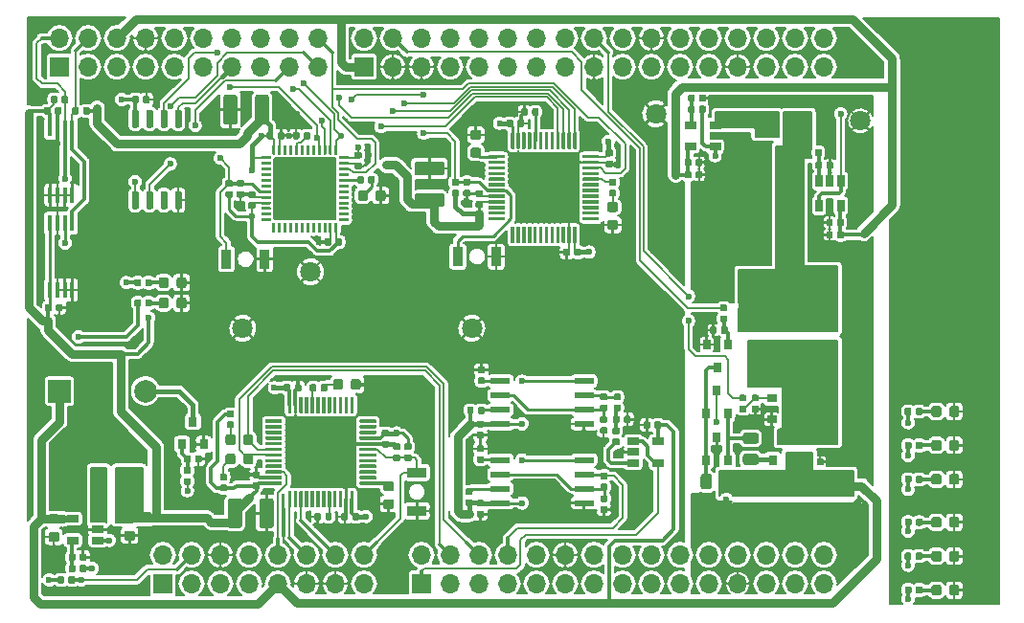
<source format=gbr>
G04 #@! TF.GenerationSoftware,KiCad,Pcbnew,5.1.4-e60b266~84~ubuntu18.04.1*
G04 #@! TF.CreationDate,2019-09-29T15:18:54+04:00*
G04 #@! TF.ProjectId,Julis,4a756c69-732e-46b6-9963-61645f706362,rev?*
G04 #@! TF.SameCoordinates,Original*
G04 #@! TF.FileFunction,Copper,L1,Top*
G04 #@! TF.FilePolarity,Positive*
%FSLAX46Y46*%
G04 Gerber Fmt 4.6, Leading zero omitted, Abs format (unit mm)*
G04 Created by KiCad (PCBNEW 5.1.4-e60b266~84~ubuntu18.04.1) date 2019-09-29 15:18:54*
%MOMM*%
%LPD*%
G04 APERTURE LIST*
%ADD10C,0.100000*%
%ADD11C,0.975000*%
%ADD12R,0.900000X0.800000*%
%ADD13R,0.800000X0.900000*%
%ADD14C,0.590000*%
%ADD15C,1.800000*%
%ADD16R,3.200000X2.000000*%
%ADD17C,0.875000*%
%ADD18R,0.650000X1.060000*%
%ADD19R,1.060000X0.650000*%
%ADD20O,1.700000X1.700000*%
%ADD21R,1.700000X1.700000*%
%ADD22C,1.250000*%
%ADD23R,0.450000X1.450000*%
%ADD24C,2.000000*%
%ADD25R,2.000000X2.000000*%
%ADD26C,0.300000*%
%ADD27R,0.900000X1.700000*%
%ADD28C,0.600000*%
%ADD29R,1.700000X0.900000*%
%ADD30R,1.750000X0.550000*%
%ADD31C,5.600000*%
%ADD32C,0.250000*%
%ADD33C,0.200000*%
%ADD34C,0.250000*%
%ADD35C,0.300000*%
%ADD36C,0.400000*%
%ADD37C,0.800000*%
%ADD38C,0.150000*%
G04 APERTURE END LIST*
D10*
G36*
X190030142Y-84116174D02*
G01*
X190053803Y-84119684D01*
X190077007Y-84125496D01*
X190099529Y-84133554D01*
X190121153Y-84143782D01*
X190141670Y-84156079D01*
X190160883Y-84170329D01*
X190178607Y-84186393D01*
X190194671Y-84204117D01*
X190208921Y-84223330D01*
X190221218Y-84243847D01*
X190231446Y-84265471D01*
X190239504Y-84287993D01*
X190245316Y-84311197D01*
X190248826Y-84334858D01*
X190250000Y-84358750D01*
X190250000Y-84846250D01*
X190248826Y-84870142D01*
X190245316Y-84893803D01*
X190239504Y-84917007D01*
X190231446Y-84939529D01*
X190221218Y-84961153D01*
X190208921Y-84981670D01*
X190194671Y-85000883D01*
X190178607Y-85018607D01*
X190160883Y-85034671D01*
X190141670Y-85048921D01*
X190121153Y-85061218D01*
X190099529Y-85071446D01*
X190077007Y-85079504D01*
X190053803Y-85085316D01*
X190030142Y-85088826D01*
X190006250Y-85090000D01*
X189093750Y-85090000D01*
X189069858Y-85088826D01*
X189046197Y-85085316D01*
X189022993Y-85079504D01*
X189000471Y-85071446D01*
X188978847Y-85061218D01*
X188958330Y-85048921D01*
X188939117Y-85034671D01*
X188921393Y-85018607D01*
X188905329Y-85000883D01*
X188891079Y-84981670D01*
X188878782Y-84961153D01*
X188868554Y-84939529D01*
X188860496Y-84917007D01*
X188854684Y-84893803D01*
X188851174Y-84870142D01*
X188850000Y-84846250D01*
X188850000Y-84358750D01*
X188851174Y-84334858D01*
X188854684Y-84311197D01*
X188860496Y-84287993D01*
X188868554Y-84265471D01*
X188878782Y-84243847D01*
X188891079Y-84223330D01*
X188905329Y-84204117D01*
X188921393Y-84186393D01*
X188939117Y-84170329D01*
X188958330Y-84156079D01*
X188978847Y-84143782D01*
X189000471Y-84133554D01*
X189022993Y-84125496D01*
X189046197Y-84119684D01*
X189069858Y-84116174D01*
X189093750Y-84115000D01*
X190006250Y-84115000D01*
X190030142Y-84116174D01*
X190030142Y-84116174D01*
G37*
D11*
X189550000Y-84602500D03*
D10*
G36*
X190030142Y-82241174D02*
G01*
X190053803Y-82244684D01*
X190077007Y-82250496D01*
X190099529Y-82258554D01*
X190121153Y-82268782D01*
X190141670Y-82281079D01*
X190160883Y-82295329D01*
X190178607Y-82311393D01*
X190194671Y-82329117D01*
X190208921Y-82348330D01*
X190221218Y-82368847D01*
X190231446Y-82390471D01*
X190239504Y-82412993D01*
X190245316Y-82436197D01*
X190248826Y-82459858D01*
X190250000Y-82483750D01*
X190250000Y-82971250D01*
X190248826Y-82995142D01*
X190245316Y-83018803D01*
X190239504Y-83042007D01*
X190231446Y-83064529D01*
X190221218Y-83086153D01*
X190208921Y-83106670D01*
X190194671Y-83125883D01*
X190178607Y-83143607D01*
X190160883Y-83159671D01*
X190141670Y-83173921D01*
X190121153Y-83186218D01*
X190099529Y-83196446D01*
X190077007Y-83204504D01*
X190053803Y-83210316D01*
X190030142Y-83213826D01*
X190006250Y-83215000D01*
X189093750Y-83215000D01*
X189069858Y-83213826D01*
X189046197Y-83210316D01*
X189022993Y-83204504D01*
X189000471Y-83196446D01*
X188978847Y-83186218D01*
X188958330Y-83173921D01*
X188939117Y-83159671D01*
X188921393Y-83143607D01*
X188905329Y-83125883D01*
X188891079Y-83106670D01*
X188878782Y-83086153D01*
X188868554Y-83064529D01*
X188860496Y-83042007D01*
X188854684Y-83018803D01*
X188851174Y-82995142D01*
X188850000Y-82971250D01*
X188850000Y-82483750D01*
X188851174Y-82459858D01*
X188854684Y-82436197D01*
X188860496Y-82412993D01*
X188868554Y-82390471D01*
X188878782Y-82368847D01*
X188891079Y-82348330D01*
X188905329Y-82329117D01*
X188921393Y-82311393D01*
X188939117Y-82295329D01*
X188958330Y-82281079D01*
X188978847Y-82268782D01*
X189000471Y-82258554D01*
X189022993Y-82250496D01*
X189046197Y-82244684D01*
X189069858Y-82241174D01*
X189093750Y-82240000D01*
X190006250Y-82240000D01*
X190030142Y-82241174D01*
X190030142Y-82241174D01*
G37*
D11*
X189550000Y-82727500D03*
D12*
X194750000Y-108365000D03*
X192750000Y-109315000D03*
X192750000Y-107415000D03*
D13*
X187950000Y-104665000D03*
X187000000Y-102665000D03*
X188900000Y-102665000D03*
D10*
G36*
X186796958Y-81545710D02*
G01*
X186811276Y-81547834D01*
X186825317Y-81551351D01*
X186838946Y-81556228D01*
X186852031Y-81562417D01*
X186864447Y-81569858D01*
X186876073Y-81578481D01*
X186886798Y-81588202D01*
X186896519Y-81598927D01*
X186905142Y-81610553D01*
X186912583Y-81622969D01*
X186918772Y-81636054D01*
X186923649Y-81649683D01*
X186927166Y-81663724D01*
X186929290Y-81678042D01*
X186930000Y-81692500D01*
X186930000Y-82037500D01*
X186929290Y-82051958D01*
X186927166Y-82066276D01*
X186923649Y-82080317D01*
X186918772Y-82093946D01*
X186912583Y-82107031D01*
X186905142Y-82119447D01*
X186896519Y-82131073D01*
X186886798Y-82141798D01*
X186876073Y-82151519D01*
X186864447Y-82160142D01*
X186852031Y-82167583D01*
X186838946Y-82173772D01*
X186825317Y-82178649D01*
X186811276Y-82182166D01*
X186796958Y-82184290D01*
X186782500Y-82185000D01*
X186487500Y-82185000D01*
X186473042Y-82184290D01*
X186458724Y-82182166D01*
X186444683Y-82178649D01*
X186431054Y-82173772D01*
X186417969Y-82167583D01*
X186405553Y-82160142D01*
X186393927Y-82151519D01*
X186383202Y-82141798D01*
X186373481Y-82131073D01*
X186364858Y-82119447D01*
X186357417Y-82107031D01*
X186351228Y-82093946D01*
X186346351Y-82080317D01*
X186342834Y-82066276D01*
X186340710Y-82051958D01*
X186340000Y-82037500D01*
X186340000Y-81692500D01*
X186340710Y-81678042D01*
X186342834Y-81663724D01*
X186346351Y-81649683D01*
X186351228Y-81636054D01*
X186357417Y-81622969D01*
X186364858Y-81610553D01*
X186373481Y-81598927D01*
X186383202Y-81588202D01*
X186393927Y-81578481D01*
X186405553Y-81569858D01*
X186417969Y-81562417D01*
X186431054Y-81556228D01*
X186444683Y-81551351D01*
X186458724Y-81547834D01*
X186473042Y-81545710D01*
X186487500Y-81545000D01*
X186782500Y-81545000D01*
X186796958Y-81545710D01*
X186796958Y-81545710D01*
G37*
D14*
X186635000Y-81865000D03*
D10*
G36*
X185826958Y-81545710D02*
G01*
X185841276Y-81547834D01*
X185855317Y-81551351D01*
X185868946Y-81556228D01*
X185882031Y-81562417D01*
X185894447Y-81569858D01*
X185906073Y-81578481D01*
X185916798Y-81588202D01*
X185926519Y-81598927D01*
X185935142Y-81610553D01*
X185942583Y-81622969D01*
X185948772Y-81636054D01*
X185953649Y-81649683D01*
X185957166Y-81663724D01*
X185959290Y-81678042D01*
X185960000Y-81692500D01*
X185960000Y-82037500D01*
X185959290Y-82051958D01*
X185957166Y-82066276D01*
X185953649Y-82080317D01*
X185948772Y-82093946D01*
X185942583Y-82107031D01*
X185935142Y-82119447D01*
X185926519Y-82131073D01*
X185916798Y-82141798D01*
X185906073Y-82151519D01*
X185894447Y-82160142D01*
X185882031Y-82167583D01*
X185868946Y-82173772D01*
X185855317Y-82178649D01*
X185841276Y-82182166D01*
X185826958Y-82184290D01*
X185812500Y-82185000D01*
X185517500Y-82185000D01*
X185503042Y-82184290D01*
X185488724Y-82182166D01*
X185474683Y-82178649D01*
X185461054Y-82173772D01*
X185447969Y-82167583D01*
X185435553Y-82160142D01*
X185423927Y-82151519D01*
X185413202Y-82141798D01*
X185403481Y-82131073D01*
X185394858Y-82119447D01*
X185387417Y-82107031D01*
X185381228Y-82093946D01*
X185376351Y-82080317D01*
X185372834Y-82066276D01*
X185370710Y-82051958D01*
X185370000Y-82037500D01*
X185370000Y-81692500D01*
X185370710Y-81678042D01*
X185372834Y-81663724D01*
X185376351Y-81649683D01*
X185381228Y-81636054D01*
X185387417Y-81622969D01*
X185394858Y-81610553D01*
X185403481Y-81598927D01*
X185413202Y-81588202D01*
X185423927Y-81578481D01*
X185435553Y-81569858D01*
X185447969Y-81562417D01*
X185461054Y-81556228D01*
X185474683Y-81551351D01*
X185488724Y-81547834D01*
X185503042Y-81545710D01*
X185517500Y-81545000D01*
X185812500Y-81545000D01*
X185826958Y-81545710D01*
X185826958Y-81545710D01*
G37*
D14*
X185665000Y-81865000D03*
D10*
G36*
X185826958Y-80545710D02*
G01*
X185841276Y-80547834D01*
X185855317Y-80551351D01*
X185868946Y-80556228D01*
X185882031Y-80562417D01*
X185894447Y-80569858D01*
X185906073Y-80578481D01*
X185916798Y-80588202D01*
X185926519Y-80598927D01*
X185935142Y-80610553D01*
X185942583Y-80622969D01*
X185948772Y-80636054D01*
X185953649Y-80649683D01*
X185957166Y-80663724D01*
X185959290Y-80678042D01*
X185960000Y-80692500D01*
X185960000Y-81037500D01*
X185959290Y-81051958D01*
X185957166Y-81066276D01*
X185953649Y-81080317D01*
X185948772Y-81093946D01*
X185942583Y-81107031D01*
X185935142Y-81119447D01*
X185926519Y-81131073D01*
X185916798Y-81141798D01*
X185906073Y-81151519D01*
X185894447Y-81160142D01*
X185882031Y-81167583D01*
X185868946Y-81173772D01*
X185855317Y-81178649D01*
X185841276Y-81182166D01*
X185826958Y-81184290D01*
X185812500Y-81185000D01*
X185517500Y-81185000D01*
X185503042Y-81184290D01*
X185488724Y-81182166D01*
X185474683Y-81178649D01*
X185461054Y-81173772D01*
X185447969Y-81167583D01*
X185435553Y-81160142D01*
X185423927Y-81151519D01*
X185413202Y-81141798D01*
X185403481Y-81131073D01*
X185394858Y-81119447D01*
X185387417Y-81107031D01*
X185381228Y-81093946D01*
X185376351Y-81080317D01*
X185372834Y-81066276D01*
X185370710Y-81051958D01*
X185370000Y-81037500D01*
X185370000Y-80692500D01*
X185370710Y-80678042D01*
X185372834Y-80663724D01*
X185376351Y-80649683D01*
X185381228Y-80636054D01*
X185387417Y-80622969D01*
X185394858Y-80610553D01*
X185403481Y-80598927D01*
X185413202Y-80588202D01*
X185423927Y-80578481D01*
X185435553Y-80569858D01*
X185447969Y-80562417D01*
X185461054Y-80556228D01*
X185474683Y-80551351D01*
X185488724Y-80547834D01*
X185503042Y-80545710D01*
X185517500Y-80545000D01*
X185812500Y-80545000D01*
X185826958Y-80545710D01*
X185826958Y-80545710D01*
G37*
D14*
X185665000Y-80865000D03*
D10*
G36*
X186796958Y-80545710D02*
G01*
X186811276Y-80547834D01*
X186825317Y-80551351D01*
X186838946Y-80556228D01*
X186852031Y-80562417D01*
X186864447Y-80569858D01*
X186876073Y-80578481D01*
X186886798Y-80588202D01*
X186896519Y-80598927D01*
X186905142Y-80610553D01*
X186912583Y-80622969D01*
X186918772Y-80636054D01*
X186923649Y-80649683D01*
X186927166Y-80663724D01*
X186929290Y-80678042D01*
X186930000Y-80692500D01*
X186930000Y-81037500D01*
X186929290Y-81051958D01*
X186927166Y-81066276D01*
X186923649Y-81080317D01*
X186918772Y-81093946D01*
X186912583Y-81107031D01*
X186905142Y-81119447D01*
X186896519Y-81131073D01*
X186886798Y-81141798D01*
X186876073Y-81151519D01*
X186864447Y-81160142D01*
X186852031Y-81167583D01*
X186838946Y-81173772D01*
X186825317Y-81178649D01*
X186811276Y-81182166D01*
X186796958Y-81184290D01*
X186782500Y-81185000D01*
X186487500Y-81185000D01*
X186473042Y-81184290D01*
X186458724Y-81182166D01*
X186444683Y-81178649D01*
X186431054Y-81173772D01*
X186417969Y-81167583D01*
X186405553Y-81160142D01*
X186393927Y-81151519D01*
X186383202Y-81141798D01*
X186373481Y-81131073D01*
X186364858Y-81119447D01*
X186357417Y-81107031D01*
X186351228Y-81093946D01*
X186346351Y-81080317D01*
X186342834Y-81066276D01*
X186340710Y-81051958D01*
X186340000Y-81037500D01*
X186340000Y-80692500D01*
X186340710Y-80678042D01*
X186342834Y-80663724D01*
X186346351Y-80649683D01*
X186351228Y-80636054D01*
X186357417Y-80622969D01*
X186364858Y-80610553D01*
X186373481Y-80598927D01*
X186383202Y-80588202D01*
X186393927Y-80578481D01*
X186405553Y-80569858D01*
X186417969Y-80562417D01*
X186431054Y-80556228D01*
X186444683Y-80551351D01*
X186458724Y-80547834D01*
X186473042Y-80545710D01*
X186487500Y-80545000D01*
X186782500Y-80545000D01*
X186796958Y-80545710D01*
X186796958Y-80545710D01*
G37*
D14*
X186635000Y-80865000D03*
D15*
X166250000Y-101250000D03*
X146000000Y-101250000D03*
X182500000Y-82250000D03*
X152000000Y-96250000D03*
X200600000Y-82900000D03*
D10*
G36*
X198996958Y-92645710D02*
G01*
X199011276Y-92647834D01*
X199025317Y-92651351D01*
X199038946Y-92656228D01*
X199052031Y-92662417D01*
X199064447Y-92669858D01*
X199076073Y-92678481D01*
X199086798Y-92688202D01*
X199096519Y-92698927D01*
X199105142Y-92710553D01*
X199112583Y-92722969D01*
X199118772Y-92736054D01*
X199123649Y-92749683D01*
X199127166Y-92763724D01*
X199129290Y-92778042D01*
X199130000Y-92792500D01*
X199130000Y-93137500D01*
X199129290Y-93151958D01*
X199127166Y-93166276D01*
X199123649Y-93180317D01*
X199118772Y-93193946D01*
X199112583Y-93207031D01*
X199105142Y-93219447D01*
X199096519Y-93231073D01*
X199086798Y-93241798D01*
X199076073Y-93251519D01*
X199064447Y-93260142D01*
X199052031Y-93267583D01*
X199038946Y-93273772D01*
X199025317Y-93278649D01*
X199011276Y-93282166D01*
X198996958Y-93284290D01*
X198982500Y-93285000D01*
X198687500Y-93285000D01*
X198673042Y-93284290D01*
X198658724Y-93282166D01*
X198644683Y-93278649D01*
X198631054Y-93273772D01*
X198617969Y-93267583D01*
X198605553Y-93260142D01*
X198593927Y-93251519D01*
X198583202Y-93241798D01*
X198573481Y-93231073D01*
X198564858Y-93219447D01*
X198557417Y-93207031D01*
X198551228Y-93193946D01*
X198546351Y-93180317D01*
X198542834Y-93166276D01*
X198540710Y-93151958D01*
X198540000Y-93137500D01*
X198540000Y-92792500D01*
X198540710Y-92778042D01*
X198542834Y-92763724D01*
X198546351Y-92749683D01*
X198551228Y-92736054D01*
X198557417Y-92722969D01*
X198564858Y-92710553D01*
X198573481Y-92698927D01*
X198583202Y-92688202D01*
X198593927Y-92678481D01*
X198605553Y-92669858D01*
X198617969Y-92662417D01*
X198631054Y-92656228D01*
X198644683Y-92651351D01*
X198658724Y-92647834D01*
X198673042Y-92645710D01*
X198687500Y-92645000D01*
X198982500Y-92645000D01*
X198996958Y-92645710D01*
X198996958Y-92645710D01*
G37*
D14*
X198835000Y-92965000D03*
D10*
G36*
X198026958Y-92645710D02*
G01*
X198041276Y-92647834D01*
X198055317Y-92651351D01*
X198068946Y-92656228D01*
X198082031Y-92662417D01*
X198094447Y-92669858D01*
X198106073Y-92678481D01*
X198116798Y-92688202D01*
X198126519Y-92698927D01*
X198135142Y-92710553D01*
X198142583Y-92722969D01*
X198148772Y-92736054D01*
X198153649Y-92749683D01*
X198157166Y-92763724D01*
X198159290Y-92778042D01*
X198160000Y-92792500D01*
X198160000Y-93137500D01*
X198159290Y-93151958D01*
X198157166Y-93166276D01*
X198153649Y-93180317D01*
X198148772Y-93193946D01*
X198142583Y-93207031D01*
X198135142Y-93219447D01*
X198126519Y-93231073D01*
X198116798Y-93241798D01*
X198106073Y-93251519D01*
X198094447Y-93260142D01*
X198082031Y-93267583D01*
X198068946Y-93273772D01*
X198055317Y-93278649D01*
X198041276Y-93282166D01*
X198026958Y-93284290D01*
X198012500Y-93285000D01*
X197717500Y-93285000D01*
X197703042Y-93284290D01*
X197688724Y-93282166D01*
X197674683Y-93278649D01*
X197661054Y-93273772D01*
X197647969Y-93267583D01*
X197635553Y-93260142D01*
X197623927Y-93251519D01*
X197613202Y-93241798D01*
X197603481Y-93231073D01*
X197594858Y-93219447D01*
X197587417Y-93207031D01*
X197581228Y-93193946D01*
X197576351Y-93180317D01*
X197572834Y-93166276D01*
X197570710Y-93151958D01*
X197570000Y-93137500D01*
X197570000Y-92792500D01*
X197570710Y-92778042D01*
X197572834Y-92763724D01*
X197576351Y-92749683D01*
X197581228Y-92736054D01*
X197587417Y-92722969D01*
X197594858Y-92710553D01*
X197603481Y-92698927D01*
X197613202Y-92688202D01*
X197623927Y-92678481D01*
X197635553Y-92669858D01*
X197647969Y-92662417D01*
X197661054Y-92656228D01*
X197674683Y-92651351D01*
X197688724Y-92647834D01*
X197703042Y-92645710D01*
X197717500Y-92645000D01*
X198012500Y-92645000D01*
X198026958Y-92645710D01*
X198026958Y-92645710D01*
G37*
D14*
X197865000Y-92965000D03*
D10*
G36*
X185526958Y-87345710D02*
G01*
X185541276Y-87347834D01*
X185555317Y-87351351D01*
X185568946Y-87356228D01*
X185582031Y-87362417D01*
X185594447Y-87369858D01*
X185606073Y-87378481D01*
X185616798Y-87388202D01*
X185626519Y-87398927D01*
X185635142Y-87410553D01*
X185642583Y-87422969D01*
X185648772Y-87436054D01*
X185653649Y-87449683D01*
X185657166Y-87463724D01*
X185659290Y-87478042D01*
X185660000Y-87492500D01*
X185660000Y-87837500D01*
X185659290Y-87851958D01*
X185657166Y-87866276D01*
X185653649Y-87880317D01*
X185648772Y-87893946D01*
X185642583Y-87907031D01*
X185635142Y-87919447D01*
X185626519Y-87931073D01*
X185616798Y-87941798D01*
X185606073Y-87951519D01*
X185594447Y-87960142D01*
X185582031Y-87967583D01*
X185568946Y-87973772D01*
X185555317Y-87978649D01*
X185541276Y-87982166D01*
X185526958Y-87984290D01*
X185512500Y-87985000D01*
X185217500Y-87985000D01*
X185203042Y-87984290D01*
X185188724Y-87982166D01*
X185174683Y-87978649D01*
X185161054Y-87973772D01*
X185147969Y-87967583D01*
X185135553Y-87960142D01*
X185123927Y-87951519D01*
X185113202Y-87941798D01*
X185103481Y-87931073D01*
X185094858Y-87919447D01*
X185087417Y-87907031D01*
X185081228Y-87893946D01*
X185076351Y-87880317D01*
X185072834Y-87866276D01*
X185070710Y-87851958D01*
X185070000Y-87837500D01*
X185070000Y-87492500D01*
X185070710Y-87478042D01*
X185072834Y-87463724D01*
X185076351Y-87449683D01*
X185081228Y-87436054D01*
X185087417Y-87422969D01*
X185094858Y-87410553D01*
X185103481Y-87398927D01*
X185113202Y-87388202D01*
X185123927Y-87378481D01*
X185135553Y-87369858D01*
X185147969Y-87362417D01*
X185161054Y-87356228D01*
X185174683Y-87351351D01*
X185188724Y-87347834D01*
X185203042Y-87345710D01*
X185217500Y-87345000D01*
X185512500Y-87345000D01*
X185526958Y-87345710D01*
X185526958Y-87345710D01*
G37*
D14*
X185365000Y-87665000D03*
D10*
G36*
X186496958Y-87345710D02*
G01*
X186511276Y-87347834D01*
X186525317Y-87351351D01*
X186538946Y-87356228D01*
X186552031Y-87362417D01*
X186564447Y-87369858D01*
X186576073Y-87378481D01*
X186586798Y-87388202D01*
X186596519Y-87398927D01*
X186605142Y-87410553D01*
X186612583Y-87422969D01*
X186618772Y-87436054D01*
X186623649Y-87449683D01*
X186627166Y-87463724D01*
X186629290Y-87478042D01*
X186630000Y-87492500D01*
X186630000Y-87837500D01*
X186629290Y-87851958D01*
X186627166Y-87866276D01*
X186623649Y-87880317D01*
X186618772Y-87893946D01*
X186612583Y-87907031D01*
X186605142Y-87919447D01*
X186596519Y-87931073D01*
X186586798Y-87941798D01*
X186576073Y-87951519D01*
X186564447Y-87960142D01*
X186552031Y-87967583D01*
X186538946Y-87973772D01*
X186525317Y-87978649D01*
X186511276Y-87982166D01*
X186496958Y-87984290D01*
X186482500Y-87985000D01*
X186187500Y-87985000D01*
X186173042Y-87984290D01*
X186158724Y-87982166D01*
X186144683Y-87978649D01*
X186131054Y-87973772D01*
X186117969Y-87967583D01*
X186105553Y-87960142D01*
X186093927Y-87951519D01*
X186083202Y-87941798D01*
X186073481Y-87931073D01*
X186064858Y-87919447D01*
X186057417Y-87907031D01*
X186051228Y-87893946D01*
X186046351Y-87880317D01*
X186042834Y-87866276D01*
X186040710Y-87851958D01*
X186040000Y-87837500D01*
X186040000Y-87492500D01*
X186040710Y-87478042D01*
X186042834Y-87463724D01*
X186046351Y-87449683D01*
X186051228Y-87436054D01*
X186057417Y-87422969D01*
X186064858Y-87410553D01*
X186073481Y-87398927D01*
X186083202Y-87388202D01*
X186093927Y-87378481D01*
X186105553Y-87369858D01*
X186117969Y-87362417D01*
X186131054Y-87356228D01*
X186144683Y-87351351D01*
X186158724Y-87347834D01*
X186173042Y-87345710D01*
X186187500Y-87345000D01*
X186482500Y-87345000D01*
X186496958Y-87345710D01*
X186496958Y-87345710D01*
G37*
D14*
X186335000Y-87665000D03*
D10*
G36*
X196226958Y-112745710D02*
G01*
X196241276Y-112747834D01*
X196255317Y-112751351D01*
X196268946Y-112756228D01*
X196282031Y-112762417D01*
X196294447Y-112769858D01*
X196306073Y-112778481D01*
X196316798Y-112788202D01*
X196326519Y-112798927D01*
X196335142Y-112810553D01*
X196342583Y-112822969D01*
X196348772Y-112836054D01*
X196353649Y-112849683D01*
X196357166Y-112863724D01*
X196359290Y-112878042D01*
X196360000Y-112892500D01*
X196360000Y-113237500D01*
X196359290Y-113251958D01*
X196357166Y-113266276D01*
X196353649Y-113280317D01*
X196348772Y-113293946D01*
X196342583Y-113307031D01*
X196335142Y-113319447D01*
X196326519Y-113331073D01*
X196316798Y-113341798D01*
X196306073Y-113351519D01*
X196294447Y-113360142D01*
X196282031Y-113367583D01*
X196268946Y-113373772D01*
X196255317Y-113378649D01*
X196241276Y-113382166D01*
X196226958Y-113384290D01*
X196212500Y-113385000D01*
X195917500Y-113385000D01*
X195903042Y-113384290D01*
X195888724Y-113382166D01*
X195874683Y-113378649D01*
X195861054Y-113373772D01*
X195847969Y-113367583D01*
X195835553Y-113360142D01*
X195823927Y-113351519D01*
X195813202Y-113341798D01*
X195803481Y-113331073D01*
X195794858Y-113319447D01*
X195787417Y-113307031D01*
X195781228Y-113293946D01*
X195776351Y-113280317D01*
X195772834Y-113266276D01*
X195770710Y-113251958D01*
X195770000Y-113237500D01*
X195770000Y-112892500D01*
X195770710Y-112878042D01*
X195772834Y-112863724D01*
X195776351Y-112849683D01*
X195781228Y-112836054D01*
X195787417Y-112822969D01*
X195794858Y-112810553D01*
X195803481Y-112798927D01*
X195813202Y-112788202D01*
X195823927Y-112778481D01*
X195835553Y-112769858D01*
X195847969Y-112762417D01*
X195861054Y-112756228D01*
X195874683Y-112751351D01*
X195888724Y-112747834D01*
X195903042Y-112745710D01*
X195917500Y-112745000D01*
X196212500Y-112745000D01*
X196226958Y-112745710D01*
X196226958Y-112745710D01*
G37*
D14*
X196065000Y-113065000D03*
D10*
G36*
X197196958Y-112745710D02*
G01*
X197211276Y-112747834D01*
X197225317Y-112751351D01*
X197238946Y-112756228D01*
X197252031Y-112762417D01*
X197264447Y-112769858D01*
X197276073Y-112778481D01*
X197286798Y-112788202D01*
X197296519Y-112798927D01*
X197305142Y-112810553D01*
X197312583Y-112822969D01*
X197318772Y-112836054D01*
X197323649Y-112849683D01*
X197327166Y-112863724D01*
X197329290Y-112878042D01*
X197330000Y-112892500D01*
X197330000Y-113237500D01*
X197329290Y-113251958D01*
X197327166Y-113266276D01*
X197323649Y-113280317D01*
X197318772Y-113293946D01*
X197312583Y-113307031D01*
X197305142Y-113319447D01*
X197296519Y-113331073D01*
X197286798Y-113341798D01*
X197276073Y-113351519D01*
X197264447Y-113360142D01*
X197252031Y-113367583D01*
X197238946Y-113373772D01*
X197225317Y-113378649D01*
X197211276Y-113382166D01*
X197196958Y-113384290D01*
X197182500Y-113385000D01*
X196887500Y-113385000D01*
X196873042Y-113384290D01*
X196858724Y-113382166D01*
X196844683Y-113378649D01*
X196831054Y-113373772D01*
X196817969Y-113367583D01*
X196805553Y-113360142D01*
X196793927Y-113351519D01*
X196783202Y-113341798D01*
X196773481Y-113331073D01*
X196764858Y-113319447D01*
X196757417Y-113307031D01*
X196751228Y-113293946D01*
X196746351Y-113280317D01*
X196742834Y-113266276D01*
X196740710Y-113251958D01*
X196740000Y-113237500D01*
X196740000Y-112892500D01*
X196740710Y-112878042D01*
X196742834Y-112863724D01*
X196746351Y-112849683D01*
X196751228Y-112836054D01*
X196757417Y-112822969D01*
X196764858Y-112810553D01*
X196773481Y-112798927D01*
X196783202Y-112788202D01*
X196793927Y-112778481D01*
X196805553Y-112769858D01*
X196817969Y-112762417D01*
X196831054Y-112756228D01*
X196844683Y-112751351D01*
X196858724Y-112747834D01*
X196873042Y-112745710D01*
X196887500Y-112745000D01*
X197182500Y-112745000D01*
X197196958Y-112745710D01*
X197196958Y-112745710D01*
G37*
D14*
X197035000Y-113065000D03*
D16*
X194350000Y-97265000D03*
X194350000Y-105065000D03*
D10*
G36*
X205931958Y-108280710D02*
G01*
X205946276Y-108282834D01*
X205960317Y-108286351D01*
X205973946Y-108291228D01*
X205987031Y-108297417D01*
X205999447Y-108304858D01*
X206011073Y-108313481D01*
X206021798Y-108323202D01*
X206031519Y-108333927D01*
X206040142Y-108345553D01*
X206047583Y-108357969D01*
X206053772Y-108371054D01*
X206058649Y-108384683D01*
X206062166Y-108398724D01*
X206064290Y-108413042D01*
X206065000Y-108427500D01*
X206065000Y-108772500D01*
X206064290Y-108786958D01*
X206062166Y-108801276D01*
X206058649Y-108815317D01*
X206053772Y-108828946D01*
X206047583Y-108842031D01*
X206040142Y-108854447D01*
X206031519Y-108866073D01*
X206021798Y-108876798D01*
X206011073Y-108886519D01*
X205999447Y-108895142D01*
X205987031Y-108902583D01*
X205973946Y-108908772D01*
X205960317Y-108913649D01*
X205946276Y-108917166D01*
X205931958Y-108919290D01*
X205917500Y-108920000D01*
X205622500Y-108920000D01*
X205608042Y-108919290D01*
X205593724Y-108917166D01*
X205579683Y-108913649D01*
X205566054Y-108908772D01*
X205552969Y-108902583D01*
X205540553Y-108895142D01*
X205528927Y-108886519D01*
X205518202Y-108876798D01*
X205508481Y-108866073D01*
X205499858Y-108854447D01*
X205492417Y-108842031D01*
X205486228Y-108828946D01*
X205481351Y-108815317D01*
X205477834Y-108801276D01*
X205475710Y-108786958D01*
X205475000Y-108772500D01*
X205475000Y-108427500D01*
X205475710Y-108413042D01*
X205477834Y-108398724D01*
X205481351Y-108384683D01*
X205486228Y-108371054D01*
X205492417Y-108357969D01*
X205499858Y-108345553D01*
X205508481Y-108333927D01*
X205518202Y-108323202D01*
X205528927Y-108313481D01*
X205540553Y-108304858D01*
X205552969Y-108297417D01*
X205566054Y-108291228D01*
X205579683Y-108286351D01*
X205593724Y-108282834D01*
X205608042Y-108280710D01*
X205622500Y-108280000D01*
X205917500Y-108280000D01*
X205931958Y-108280710D01*
X205931958Y-108280710D01*
G37*
D14*
X205770000Y-108600000D03*
D10*
G36*
X204961958Y-108280710D02*
G01*
X204976276Y-108282834D01*
X204990317Y-108286351D01*
X205003946Y-108291228D01*
X205017031Y-108297417D01*
X205029447Y-108304858D01*
X205041073Y-108313481D01*
X205051798Y-108323202D01*
X205061519Y-108333927D01*
X205070142Y-108345553D01*
X205077583Y-108357969D01*
X205083772Y-108371054D01*
X205088649Y-108384683D01*
X205092166Y-108398724D01*
X205094290Y-108413042D01*
X205095000Y-108427500D01*
X205095000Y-108772500D01*
X205094290Y-108786958D01*
X205092166Y-108801276D01*
X205088649Y-108815317D01*
X205083772Y-108828946D01*
X205077583Y-108842031D01*
X205070142Y-108854447D01*
X205061519Y-108866073D01*
X205051798Y-108876798D01*
X205041073Y-108886519D01*
X205029447Y-108895142D01*
X205017031Y-108902583D01*
X205003946Y-108908772D01*
X204990317Y-108913649D01*
X204976276Y-108917166D01*
X204961958Y-108919290D01*
X204947500Y-108920000D01*
X204652500Y-108920000D01*
X204638042Y-108919290D01*
X204623724Y-108917166D01*
X204609683Y-108913649D01*
X204596054Y-108908772D01*
X204582969Y-108902583D01*
X204570553Y-108895142D01*
X204558927Y-108886519D01*
X204548202Y-108876798D01*
X204538481Y-108866073D01*
X204529858Y-108854447D01*
X204522417Y-108842031D01*
X204516228Y-108828946D01*
X204511351Y-108815317D01*
X204507834Y-108801276D01*
X204505710Y-108786958D01*
X204505000Y-108772500D01*
X204505000Y-108427500D01*
X204505710Y-108413042D01*
X204507834Y-108398724D01*
X204511351Y-108384683D01*
X204516228Y-108371054D01*
X204522417Y-108357969D01*
X204529858Y-108345553D01*
X204538481Y-108333927D01*
X204548202Y-108323202D01*
X204558927Y-108313481D01*
X204570553Y-108304858D01*
X204582969Y-108297417D01*
X204596054Y-108291228D01*
X204609683Y-108286351D01*
X204623724Y-108282834D01*
X204638042Y-108280710D01*
X204652500Y-108280000D01*
X204947500Y-108280000D01*
X204961958Y-108280710D01*
X204961958Y-108280710D01*
G37*
D14*
X204800000Y-108600000D03*
D10*
G36*
X205946958Y-111280710D02*
G01*
X205961276Y-111282834D01*
X205975317Y-111286351D01*
X205988946Y-111291228D01*
X206002031Y-111297417D01*
X206014447Y-111304858D01*
X206026073Y-111313481D01*
X206036798Y-111323202D01*
X206046519Y-111333927D01*
X206055142Y-111345553D01*
X206062583Y-111357969D01*
X206068772Y-111371054D01*
X206073649Y-111384683D01*
X206077166Y-111398724D01*
X206079290Y-111413042D01*
X206080000Y-111427500D01*
X206080000Y-111772500D01*
X206079290Y-111786958D01*
X206077166Y-111801276D01*
X206073649Y-111815317D01*
X206068772Y-111828946D01*
X206062583Y-111842031D01*
X206055142Y-111854447D01*
X206046519Y-111866073D01*
X206036798Y-111876798D01*
X206026073Y-111886519D01*
X206014447Y-111895142D01*
X206002031Y-111902583D01*
X205988946Y-111908772D01*
X205975317Y-111913649D01*
X205961276Y-111917166D01*
X205946958Y-111919290D01*
X205932500Y-111920000D01*
X205637500Y-111920000D01*
X205623042Y-111919290D01*
X205608724Y-111917166D01*
X205594683Y-111913649D01*
X205581054Y-111908772D01*
X205567969Y-111902583D01*
X205555553Y-111895142D01*
X205543927Y-111886519D01*
X205533202Y-111876798D01*
X205523481Y-111866073D01*
X205514858Y-111854447D01*
X205507417Y-111842031D01*
X205501228Y-111828946D01*
X205496351Y-111815317D01*
X205492834Y-111801276D01*
X205490710Y-111786958D01*
X205490000Y-111772500D01*
X205490000Y-111427500D01*
X205490710Y-111413042D01*
X205492834Y-111398724D01*
X205496351Y-111384683D01*
X205501228Y-111371054D01*
X205507417Y-111357969D01*
X205514858Y-111345553D01*
X205523481Y-111333927D01*
X205533202Y-111323202D01*
X205543927Y-111313481D01*
X205555553Y-111304858D01*
X205567969Y-111297417D01*
X205581054Y-111291228D01*
X205594683Y-111286351D01*
X205608724Y-111282834D01*
X205623042Y-111280710D01*
X205637500Y-111280000D01*
X205932500Y-111280000D01*
X205946958Y-111280710D01*
X205946958Y-111280710D01*
G37*
D14*
X205785000Y-111600000D03*
D10*
G36*
X204976958Y-111280710D02*
G01*
X204991276Y-111282834D01*
X205005317Y-111286351D01*
X205018946Y-111291228D01*
X205032031Y-111297417D01*
X205044447Y-111304858D01*
X205056073Y-111313481D01*
X205066798Y-111323202D01*
X205076519Y-111333927D01*
X205085142Y-111345553D01*
X205092583Y-111357969D01*
X205098772Y-111371054D01*
X205103649Y-111384683D01*
X205107166Y-111398724D01*
X205109290Y-111413042D01*
X205110000Y-111427500D01*
X205110000Y-111772500D01*
X205109290Y-111786958D01*
X205107166Y-111801276D01*
X205103649Y-111815317D01*
X205098772Y-111828946D01*
X205092583Y-111842031D01*
X205085142Y-111854447D01*
X205076519Y-111866073D01*
X205066798Y-111876798D01*
X205056073Y-111886519D01*
X205044447Y-111895142D01*
X205032031Y-111902583D01*
X205018946Y-111908772D01*
X205005317Y-111913649D01*
X204991276Y-111917166D01*
X204976958Y-111919290D01*
X204962500Y-111920000D01*
X204667500Y-111920000D01*
X204653042Y-111919290D01*
X204638724Y-111917166D01*
X204624683Y-111913649D01*
X204611054Y-111908772D01*
X204597969Y-111902583D01*
X204585553Y-111895142D01*
X204573927Y-111886519D01*
X204563202Y-111876798D01*
X204553481Y-111866073D01*
X204544858Y-111854447D01*
X204537417Y-111842031D01*
X204531228Y-111828946D01*
X204526351Y-111815317D01*
X204522834Y-111801276D01*
X204520710Y-111786958D01*
X204520000Y-111772500D01*
X204520000Y-111427500D01*
X204520710Y-111413042D01*
X204522834Y-111398724D01*
X204526351Y-111384683D01*
X204531228Y-111371054D01*
X204537417Y-111357969D01*
X204544858Y-111345553D01*
X204553481Y-111333927D01*
X204563202Y-111323202D01*
X204573927Y-111313481D01*
X204585553Y-111304858D01*
X204597969Y-111297417D01*
X204611054Y-111291228D01*
X204624683Y-111286351D01*
X204638724Y-111282834D01*
X204653042Y-111280710D01*
X204667500Y-111280000D01*
X204962500Y-111280000D01*
X204976958Y-111280710D01*
X204976958Y-111280710D01*
G37*
D14*
X204815000Y-111600000D03*
D10*
G36*
X205946958Y-114280710D02*
G01*
X205961276Y-114282834D01*
X205975317Y-114286351D01*
X205988946Y-114291228D01*
X206002031Y-114297417D01*
X206014447Y-114304858D01*
X206026073Y-114313481D01*
X206036798Y-114323202D01*
X206046519Y-114333927D01*
X206055142Y-114345553D01*
X206062583Y-114357969D01*
X206068772Y-114371054D01*
X206073649Y-114384683D01*
X206077166Y-114398724D01*
X206079290Y-114413042D01*
X206080000Y-114427500D01*
X206080000Y-114772500D01*
X206079290Y-114786958D01*
X206077166Y-114801276D01*
X206073649Y-114815317D01*
X206068772Y-114828946D01*
X206062583Y-114842031D01*
X206055142Y-114854447D01*
X206046519Y-114866073D01*
X206036798Y-114876798D01*
X206026073Y-114886519D01*
X206014447Y-114895142D01*
X206002031Y-114902583D01*
X205988946Y-114908772D01*
X205975317Y-114913649D01*
X205961276Y-114917166D01*
X205946958Y-114919290D01*
X205932500Y-114920000D01*
X205637500Y-114920000D01*
X205623042Y-114919290D01*
X205608724Y-114917166D01*
X205594683Y-114913649D01*
X205581054Y-114908772D01*
X205567969Y-114902583D01*
X205555553Y-114895142D01*
X205543927Y-114886519D01*
X205533202Y-114876798D01*
X205523481Y-114866073D01*
X205514858Y-114854447D01*
X205507417Y-114842031D01*
X205501228Y-114828946D01*
X205496351Y-114815317D01*
X205492834Y-114801276D01*
X205490710Y-114786958D01*
X205490000Y-114772500D01*
X205490000Y-114427500D01*
X205490710Y-114413042D01*
X205492834Y-114398724D01*
X205496351Y-114384683D01*
X205501228Y-114371054D01*
X205507417Y-114357969D01*
X205514858Y-114345553D01*
X205523481Y-114333927D01*
X205533202Y-114323202D01*
X205543927Y-114313481D01*
X205555553Y-114304858D01*
X205567969Y-114297417D01*
X205581054Y-114291228D01*
X205594683Y-114286351D01*
X205608724Y-114282834D01*
X205623042Y-114280710D01*
X205637500Y-114280000D01*
X205932500Y-114280000D01*
X205946958Y-114280710D01*
X205946958Y-114280710D01*
G37*
D14*
X205785000Y-114600000D03*
D10*
G36*
X204976958Y-114280710D02*
G01*
X204991276Y-114282834D01*
X205005317Y-114286351D01*
X205018946Y-114291228D01*
X205032031Y-114297417D01*
X205044447Y-114304858D01*
X205056073Y-114313481D01*
X205066798Y-114323202D01*
X205076519Y-114333927D01*
X205085142Y-114345553D01*
X205092583Y-114357969D01*
X205098772Y-114371054D01*
X205103649Y-114384683D01*
X205107166Y-114398724D01*
X205109290Y-114413042D01*
X205110000Y-114427500D01*
X205110000Y-114772500D01*
X205109290Y-114786958D01*
X205107166Y-114801276D01*
X205103649Y-114815317D01*
X205098772Y-114828946D01*
X205092583Y-114842031D01*
X205085142Y-114854447D01*
X205076519Y-114866073D01*
X205066798Y-114876798D01*
X205056073Y-114886519D01*
X205044447Y-114895142D01*
X205032031Y-114902583D01*
X205018946Y-114908772D01*
X205005317Y-114913649D01*
X204991276Y-114917166D01*
X204976958Y-114919290D01*
X204962500Y-114920000D01*
X204667500Y-114920000D01*
X204653042Y-114919290D01*
X204638724Y-114917166D01*
X204624683Y-114913649D01*
X204611054Y-114908772D01*
X204597969Y-114902583D01*
X204585553Y-114895142D01*
X204573927Y-114886519D01*
X204563202Y-114876798D01*
X204553481Y-114866073D01*
X204544858Y-114854447D01*
X204537417Y-114842031D01*
X204531228Y-114828946D01*
X204526351Y-114815317D01*
X204522834Y-114801276D01*
X204520710Y-114786958D01*
X204520000Y-114772500D01*
X204520000Y-114427500D01*
X204520710Y-114413042D01*
X204522834Y-114398724D01*
X204526351Y-114384683D01*
X204531228Y-114371054D01*
X204537417Y-114357969D01*
X204544858Y-114345553D01*
X204553481Y-114333927D01*
X204563202Y-114323202D01*
X204573927Y-114313481D01*
X204585553Y-114304858D01*
X204597969Y-114297417D01*
X204611054Y-114291228D01*
X204624683Y-114286351D01*
X204638724Y-114282834D01*
X204653042Y-114280710D01*
X204667500Y-114280000D01*
X204962500Y-114280000D01*
X204976958Y-114280710D01*
X204976958Y-114280710D01*
G37*
D14*
X204815000Y-114600000D03*
D10*
G36*
X205946958Y-118080710D02*
G01*
X205961276Y-118082834D01*
X205975317Y-118086351D01*
X205988946Y-118091228D01*
X206002031Y-118097417D01*
X206014447Y-118104858D01*
X206026073Y-118113481D01*
X206036798Y-118123202D01*
X206046519Y-118133927D01*
X206055142Y-118145553D01*
X206062583Y-118157969D01*
X206068772Y-118171054D01*
X206073649Y-118184683D01*
X206077166Y-118198724D01*
X206079290Y-118213042D01*
X206080000Y-118227500D01*
X206080000Y-118572500D01*
X206079290Y-118586958D01*
X206077166Y-118601276D01*
X206073649Y-118615317D01*
X206068772Y-118628946D01*
X206062583Y-118642031D01*
X206055142Y-118654447D01*
X206046519Y-118666073D01*
X206036798Y-118676798D01*
X206026073Y-118686519D01*
X206014447Y-118695142D01*
X206002031Y-118702583D01*
X205988946Y-118708772D01*
X205975317Y-118713649D01*
X205961276Y-118717166D01*
X205946958Y-118719290D01*
X205932500Y-118720000D01*
X205637500Y-118720000D01*
X205623042Y-118719290D01*
X205608724Y-118717166D01*
X205594683Y-118713649D01*
X205581054Y-118708772D01*
X205567969Y-118702583D01*
X205555553Y-118695142D01*
X205543927Y-118686519D01*
X205533202Y-118676798D01*
X205523481Y-118666073D01*
X205514858Y-118654447D01*
X205507417Y-118642031D01*
X205501228Y-118628946D01*
X205496351Y-118615317D01*
X205492834Y-118601276D01*
X205490710Y-118586958D01*
X205490000Y-118572500D01*
X205490000Y-118227500D01*
X205490710Y-118213042D01*
X205492834Y-118198724D01*
X205496351Y-118184683D01*
X205501228Y-118171054D01*
X205507417Y-118157969D01*
X205514858Y-118145553D01*
X205523481Y-118133927D01*
X205533202Y-118123202D01*
X205543927Y-118113481D01*
X205555553Y-118104858D01*
X205567969Y-118097417D01*
X205581054Y-118091228D01*
X205594683Y-118086351D01*
X205608724Y-118082834D01*
X205623042Y-118080710D01*
X205637500Y-118080000D01*
X205932500Y-118080000D01*
X205946958Y-118080710D01*
X205946958Y-118080710D01*
G37*
D14*
X205785000Y-118400000D03*
D10*
G36*
X204976958Y-118080710D02*
G01*
X204991276Y-118082834D01*
X205005317Y-118086351D01*
X205018946Y-118091228D01*
X205032031Y-118097417D01*
X205044447Y-118104858D01*
X205056073Y-118113481D01*
X205066798Y-118123202D01*
X205076519Y-118133927D01*
X205085142Y-118145553D01*
X205092583Y-118157969D01*
X205098772Y-118171054D01*
X205103649Y-118184683D01*
X205107166Y-118198724D01*
X205109290Y-118213042D01*
X205110000Y-118227500D01*
X205110000Y-118572500D01*
X205109290Y-118586958D01*
X205107166Y-118601276D01*
X205103649Y-118615317D01*
X205098772Y-118628946D01*
X205092583Y-118642031D01*
X205085142Y-118654447D01*
X205076519Y-118666073D01*
X205066798Y-118676798D01*
X205056073Y-118686519D01*
X205044447Y-118695142D01*
X205032031Y-118702583D01*
X205018946Y-118708772D01*
X205005317Y-118713649D01*
X204991276Y-118717166D01*
X204976958Y-118719290D01*
X204962500Y-118720000D01*
X204667500Y-118720000D01*
X204653042Y-118719290D01*
X204638724Y-118717166D01*
X204624683Y-118713649D01*
X204611054Y-118708772D01*
X204597969Y-118702583D01*
X204585553Y-118695142D01*
X204573927Y-118686519D01*
X204563202Y-118676798D01*
X204553481Y-118666073D01*
X204544858Y-118654447D01*
X204537417Y-118642031D01*
X204531228Y-118628946D01*
X204526351Y-118615317D01*
X204522834Y-118601276D01*
X204520710Y-118586958D01*
X204520000Y-118572500D01*
X204520000Y-118227500D01*
X204520710Y-118213042D01*
X204522834Y-118198724D01*
X204526351Y-118184683D01*
X204531228Y-118171054D01*
X204537417Y-118157969D01*
X204544858Y-118145553D01*
X204553481Y-118133927D01*
X204563202Y-118123202D01*
X204573927Y-118113481D01*
X204585553Y-118104858D01*
X204597969Y-118097417D01*
X204611054Y-118091228D01*
X204624683Y-118086351D01*
X204638724Y-118082834D01*
X204653042Y-118080710D01*
X204667500Y-118080000D01*
X204962500Y-118080000D01*
X204976958Y-118080710D01*
X204976958Y-118080710D01*
G37*
D14*
X204815000Y-118400000D03*
D10*
G36*
X205931958Y-121080710D02*
G01*
X205946276Y-121082834D01*
X205960317Y-121086351D01*
X205973946Y-121091228D01*
X205987031Y-121097417D01*
X205999447Y-121104858D01*
X206011073Y-121113481D01*
X206021798Y-121123202D01*
X206031519Y-121133927D01*
X206040142Y-121145553D01*
X206047583Y-121157969D01*
X206053772Y-121171054D01*
X206058649Y-121184683D01*
X206062166Y-121198724D01*
X206064290Y-121213042D01*
X206065000Y-121227500D01*
X206065000Y-121572500D01*
X206064290Y-121586958D01*
X206062166Y-121601276D01*
X206058649Y-121615317D01*
X206053772Y-121628946D01*
X206047583Y-121642031D01*
X206040142Y-121654447D01*
X206031519Y-121666073D01*
X206021798Y-121676798D01*
X206011073Y-121686519D01*
X205999447Y-121695142D01*
X205987031Y-121702583D01*
X205973946Y-121708772D01*
X205960317Y-121713649D01*
X205946276Y-121717166D01*
X205931958Y-121719290D01*
X205917500Y-121720000D01*
X205622500Y-121720000D01*
X205608042Y-121719290D01*
X205593724Y-121717166D01*
X205579683Y-121713649D01*
X205566054Y-121708772D01*
X205552969Y-121702583D01*
X205540553Y-121695142D01*
X205528927Y-121686519D01*
X205518202Y-121676798D01*
X205508481Y-121666073D01*
X205499858Y-121654447D01*
X205492417Y-121642031D01*
X205486228Y-121628946D01*
X205481351Y-121615317D01*
X205477834Y-121601276D01*
X205475710Y-121586958D01*
X205475000Y-121572500D01*
X205475000Y-121227500D01*
X205475710Y-121213042D01*
X205477834Y-121198724D01*
X205481351Y-121184683D01*
X205486228Y-121171054D01*
X205492417Y-121157969D01*
X205499858Y-121145553D01*
X205508481Y-121133927D01*
X205518202Y-121123202D01*
X205528927Y-121113481D01*
X205540553Y-121104858D01*
X205552969Y-121097417D01*
X205566054Y-121091228D01*
X205579683Y-121086351D01*
X205593724Y-121082834D01*
X205608042Y-121080710D01*
X205622500Y-121080000D01*
X205917500Y-121080000D01*
X205931958Y-121080710D01*
X205931958Y-121080710D01*
G37*
D14*
X205770000Y-121400000D03*
D10*
G36*
X204961958Y-121080710D02*
G01*
X204976276Y-121082834D01*
X204990317Y-121086351D01*
X205003946Y-121091228D01*
X205017031Y-121097417D01*
X205029447Y-121104858D01*
X205041073Y-121113481D01*
X205051798Y-121123202D01*
X205061519Y-121133927D01*
X205070142Y-121145553D01*
X205077583Y-121157969D01*
X205083772Y-121171054D01*
X205088649Y-121184683D01*
X205092166Y-121198724D01*
X205094290Y-121213042D01*
X205095000Y-121227500D01*
X205095000Y-121572500D01*
X205094290Y-121586958D01*
X205092166Y-121601276D01*
X205088649Y-121615317D01*
X205083772Y-121628946D01*
X205077583Y-121642031D01*
X205070142Y-121654447D01*
X205061519Y-121666073D01*
X205051798Y-121676798D01*
X205041073Y-121686519D01*
X205029447Y-121695142D01*
X205017031Y-121702583D01*
X205003946Y-121708772D01*
X204990317Y-121713649D01*
X204976276Y-121717166D01*
X204961958Y-121719290D01*
X204947500Y-121720000D01*
X204652500Y-121720000D01*
X204638042Y-121719290D01*
X204623724Y-121717166D01*
X204609683Y-121713649D01*
X204596054Y-121708772D01*
X204582969Y-121702583D01*
X204570553Y-121695142D01*
X204558927Y-121686519D01*
X204548202Y-121676798D01*
X204538481Y-121666073D01*
X204529858Y-121654447D01*
X204522417Y-121642031D01*
X204516228Y-121628946D01*
X204511351Y-121615317D01*
X204507834Y-121601276D01*
X204505710Y-121586958D01*
X204505000Y-121572500D01*
X204505000Y-121227500D01*
X204505710Y-121213042D01*
X204507834Y-121198724D01*
X204511351Y-121184683D01*
X204516228Y-121171054D01*
X204522417Y-121157969D01*
X204529858Y-121145553D01*
X204538481Y-121133927D01*
X204548202Y-121123202D01*
X204558927Y-121113481D01*
X204570553Y-121104858D01*
X204582969Y-121097417D01*
X204596054Y-121091228D01*
X204609683Y-121086351D01*
X204623724Y-121082834D01*
X204638042Y-121080710D01*
X204652500Y-121080000D01*
X204947500Y-121080000D01*
X204961958Y-121080710D01*
X204961958Y-121080710D01*
G37*
D14*
X204800000Y-121400000D03*
D10*
G36*
X205946958Y-124080710D02*
G01*
X205961276Y-124082834D01*
X205975317Y-124086351D01*
X205988946Y-124091228D01*
X206002031Y-124097417D01*
X206014447Y-124104858D01*
X206026073Y-124113481D01*
X206036798Y-124123202D01*
X206046519Y-124133927D01*
X206055142Y-124145553D01*
X206062583Y-124157969D01*
X206068772Y-124171054D01*
X206073649Y-124184683D01*
X206077166Y-124198724D01*
X206079290Y-124213042D01*
X206080000Y-124227500D01*
X206080000Y-124572500D01*
X206079290Y-124586958D01*
X206077166Y-124601276D01*
X206073649Y-124615317D01*
X206068772Y-124628946D01*
X206062583Y-124642031D01*
X206055142Y-124654447D01*
X206046519Y-124666073D01*
X206036798Y-124676798D01*
X206026073Y-124686519D01*
X206014447Y-124695142D01*
X206002031Y-124702583D01*
X205988946Y-124708772D01*
X205975317Y-124713649D01*
X205961276Y-124717166D01*
X205946958Y-124719290D01*
X205932500Y-124720000D01*
X205637500Y-124720000D01*
X205623042Y-124719290D01*
X205608724Y-124717166D01*
X205594683Y-124713649D01*
X205581054Y-124708772D01*
X205567969Y-124702583D01*
X205555553Y-124695142D01*
X205543927Y-124686519D01*
X205533202Y-124676798D01*
X205523481Y-124666073D01*
X205514858Y-124654447D01*
X205507417Y-124642031D01*
X205501228Y-124628946D01*
X205496351Y-124615317D01*
X205492834Y-124601276D01*
X205490710Y-124586958D01*
X205490000Y-124572500D01*
X205490000Y-124227500D01*
X205490710Y-124213042D01*
X205492834Y-124198724D01*
X205496351Y-124184683D01*
X205501228Y-124171054D01*
X205507417Y-124157969D01*
X205514858Y-124145553D01*
X205523481Y-124133927D01*
X205533202Y-124123202D01*
X205543927Y-124113481D01*
X205555553Y-124104858D01*
X205567969Y-124097417D01*
X205581054Y-124091228D01*
X205594683Y-124086351D01*
X205608724Y-124082834D01*
X205623042Y-124080710D01*
X205637500Y-124080000D01*
X205932500Y-124080000D01*
X205946958Y-124080710D01*
X205946958Y-124080710D01*
G37*
D14*
X205785000Y-124400000D03*
D10*
G36*
X204976958Y-124080710D02*
G01*
X204991276Y-124082834D01*
X205005317Y-124086351D01*
X205018946Y-124091228D01*
X205032031Y-124097417D01*
X205044447Y-124104858D01*
X205056073Y-124113481D01*
X205066798Y-124123202D01*
X205076519Y-124133927D01*
X205085142Y-124145553D01*
X205092583Y-124157969D01*
X205098772Y-124171054D01*
X205103649Y-124184683D01*
X205107166Y-124198724D01*
X205109290Y-124213042D01*
X205110000Y-124227500D01*
X205110000Y-124572500D01*
X205109290Y-124586958D01*
X205107166Y-124601276D01*
X205103649Y-124615317D01*
X205098772Y-124628946D01*
X205092583Y-124642031D01*
X205085142Y-124654447D01*
X205076519Y-124666073D01*
X205066798Y-124676798D01*
X205056073Y-124686519D01*
X205044447Y-124695142D01*
X205032031Y-124702583D01*
X205018946Y-124708772D01*
X205005317Y-124713649D01*
X204991276Y-124717166D01*
X204976958Y-124719290D01*
X204962500Y-124720000D01*
X204667500Y-124720000D01*
X204653042Y-124719290D01*
X204638724Y-124717166D01*
X204624683Y-124713649D01*
X204611054Y-124708772D01*
X204597969Y-124702583D01*
X204585553Y-124695142D01*
X204573927Y-124686519D01*
X204563202Y-124676798D01*
X204553481Y-124666073D01*
X204544858Y-124654447D01*
X204537417Y-124642031D01*
X204531228Y-124628946D01*
X204526351Y-124615317D01*
X204522834Y-124601276D01*
X204520710Y-124586958D01*
X204520000Y-124572500D01*
X204520000Y-124227500D01*
X204520710Y-124213042D01*
X204522834Y-124198724D01*
X204526351Y-124184683D01*
X204531228Y-124171054D01*
X204537417Y-124157969D01*
X204544858Y-124145553D01*
X204553481Y-124133927D01*
X204563202Y-124123202D01*
X204573927Y-124113481D01*
X204585553Y-124104858D01*
X204597969Y-124097417D01*
X204611054Y-124091228D01*
X204624683Y-124086351D01*
X204638724Y-124082834D01*
X204653042Y-124080710D01*
X204667500Y-124080000D01*
X204962500Y-124080000D01*
X204976958Y-124080710D01*
X204976958Y-124080710D01*
G37*
D14*
X204815000Y-124400000D03*
D10*
G36*
X207552691Y-108126053D02*
G01*
X207573926Y-108129203D01*
X207594750Y-108134419D01*
X207614962Y-108141651D01*
X207634368Y-108150830D01*
X207652781Y-108161866D01*
X207670024Y-108174654D01*
X207685930Y-108189070D01*
X207700346Y-108204976D01*
X207713134Y-108222219D01*
X207724170Y-108240632D01*
X207733349Y-108260038D01*
X207740581Y-108280250D01*
X207745797Y-108301074D01*
X207748947Y-108322309D01*
X207750000Y-108343750D01*
X207750000Y-108856250D01*
X207748947Y-108877691D01*
X207745797Y-108898926D01*
X207740581Y-108919750D01*
X207733349Y-108939962D01*
X207724170Y-108959368D01*
X207713134Y-108977781D01*
X207700346Y-108995024D01*
X207685930Y-109010930D01*
X207670024Y-109025346D01*
X207652781Y-109038134D01*
X207634368Y-109049170D01*
X207614962Y-109058349D01*
X207594750Y-109065581D01*
X207573926Y-109070797D01*
X207552691Y-109073947D01*
X207531250Y-109075000D01*
X207093750Y-109075000D01*
X207072309Y-109073947D01*
X207051074Y-109070797D01*
X207030250Y-109065581D01*
X207010038Y-109058349D01*
X206990632Y-109049170D01*
X206972219Y-109038134D01*
X206954976Y-109025346D01*
X206939070Y-109010930D01*
X206924654Y-108995024D01*
X206911866Y-108977781D01*
X206900830Y-108959368D01*
X206891651Y-108939962D01*
X206884419Y-108919750D01*
X206879203Y-108898926D01*
X206876053Y-108877691D01*
X206875000Y-108856250D01*
X206875000Y-108343750D01*
X206876053Y-108322309D01*
X206879203Y-108301074D01*
X206884419Y-108280250D01*
X206891651Y-108260038D01*
X206900830Y-108240632D01*
X206911866Y-108222219D01*
X206924654Y-108204976D01*
X206939070Y-108189070D01*
X206954976Y-108174654D01*
X206972219Y-108161866D01*
X206990632Y-108150830D01*
X207010038Y-108141651D01*
X207030250Y-108134419D01*
X207051074Y-108129203D01*
X207072309Y-108126053D01*
X207093750Y-108125000D01*
X207531250Y-108125000D01*
X207552691Y-108126053D01*
X207552691Y-108126053D01*
G37*
D17*
X207312500Y-108600000D03*
D10*
G36*
X209127691Y-108126053D02*
G01*
X209148926Y-108129203D01*
X209169750Y-108134419D01*
X209189962Y-108141651D01*
X209209368Y-108150830D01*
X209227781Y-108161866D01*
X209245024Y-108174654D01*
X209260930Y-108189070D01*
X209275346Y-108204976D01*
X209288134Y-108222219D01*
X209299170Y-108240632D01*
X209308349Y-108260038D01*
X209315581Y-108280250D01*
X209320797Y-108301074D01*
X209323947Y-108322309D01*
X209325000Y-108343750D01*
X209325000Y-108856250D01*
X209323947Y-108877691D01*
X209320797Y-108898926D01*
X209315581Y-108919750D01*
X209308349Y-108939962D01*
X209299170Y-108959368D01*
X209288134Y-108977781D01*
X209275346Y-108995024D01*
X209260930Y-109010930D01*
X209245024Y-109025346D01*
X209227781Y-109038134D01*
X209209368Y-109049170D01*
X209189962Y-109058349D01*
X209169750Y-109065581D01*
X209148926Y-109070797D01*
X209127691Y-109073947D01*
X209106250Y-109075000D01*
X208668750Y-109075000D01*
X208647309Y-109073947D01*
X208626074Y-109070797D01*
X208605250Y-109065581D01*
X208585038Y-109058349D01*
X208565632Y-109049170D01*
X208547219Y-109038134D01*
X208529976Y-109025346D01*
X208514070Y-109010930D01*
X208499654Y-108995024D01*
X208486866Y-108977781D01*
X208475830Y-108959368D01*
X208466651Y-108939962D01*
X208459419Y-108919750D01*
X208454203Y-108898926D01*
X208451053Y-108877691D01*
X208450000Y-108856250D01*
X208450000Y-108343750D01*
X208451053Y-108322309D01*
X208454203Y-108301074D01*
X208459419Y-108280250D01*
X208466651Y-108260038D01*
X208475830Y-108240632D01*
X208486866Y-108222219D01*
X208499654Y-108204976D01*
X208514070Y-108189070D01*
X208529976Y-108174654D01*
X208547219Y-108161866D01*
X208565632Y-108150830D01*
X208585038Y-108141651D01*
X208605250Y-108134419D01*
X208626074Y-108129203D01*
X208647309Y-108126053D01*
X208668750Y-108125000D01*
X209106250Y-108125000D01*
X209127691Y-108126053D01*
X209127691Y-108126053D01*
G37*
D17*
X208887500Y-108600000D03*
D10*
G36*
X207552691Y-111126053D02*
G01*
X207573926Y-111129203D01*
X207594750Y-111134419D01*
X207614962Y-111141651D01*
X207634368Y-111150830D01*
X207652781Y-111161866D01*
X207670024Y-111174654D01*
X207685930Y-111189070D01*
X207700346Y-111204976D01*
X207713134Y-111222219D01*
X207724170Y-111240632D01*
X207733349Y-111260038D01*
X207740581Y-111280250D01*
X207745797Y-111301074D01*
X207748947Y-111322309D01*
X207750000Y-111343750D01*
X207750000Y-111856250D01*
X207748947Y-111877691D01*
X207745797Y-111898926D01*
X207740581Y-111919750D01*
X207733349Y-111939962D01*
X207724170Y-111959368D01*
X207713134Y-111977781D01*
X207700346Y-111995024D01*
X207685930Y-112010930D01*
X207670024Y-112025346D01*
X207652781Y-112038134D01*
X207634368Y-112049170D01*
X207614962Y-112058349D01*
X207594750Y-112065581D01*
X207573926Y-112070797D01*
X207552691Y-112073947D01*
X207531250Y-112075000D01*
X207093750Y-112075000D01*
X207072309Y-112073947D01*
X207051074Y-112070797D01*
X207030250Y-112065581D01*
X207010038Y-112058349D01*
X206990632Y-112049170D01*
X206972219Y-112038134D01*
X206954976Y-112025346D01*
X206939070Y-112010930D01*
X206924654Y-111995024D01*
X206911866Y-111977781D01*
X206900830Y-111959368D01*
X206891651Y-111939962D01*
X206884419Y-111919750D01*
X206879203Y-111898926D01*
X206876053Y-111877691D01*
X206875000Y-111856250D01*
X206875000Y-111343750D01*
X206876053Y-111322309D01*
X206879203Y-111301074D01*
X206884419Y-111280250D01*
X206891651Y-111260038D01*
X206900830Y-111240632D01*
X206911866Y-111222219D01*
X206924654Y-111204976D01*
X206939070Y-111189070D01*
X206954976Y-111174654D01*
X206972219Y-111161866D01*
X206990632Y-111150830D01*
X207010038Y-111141651D01*
X207030250Y-111134419D01*
X207051074Y-111129203D01*
X207072309Y-111126053D01*
X207093750Y-111125000D01*
X207531250Y-111125000D01*
X207552691Y-111126053D01*
X207552691Y-111126053D01*
G37*
D17*
X207312500Y-111600000D03*
D10*
G36*
X209127691Y-111126053D02*
G01*
X209148926Y-111129203D01*
X209169750Y-111134419D01*
X209189962Y-111141651D01*
X209209368Y-111150830D01*
X209227781Y-111161866D01*
X209245024Y-111174654D01*
X209260930Y-111189070D01*
X209275346Y-111204976D01*
X209288134Y-111222219D01*
X209299170Y-111240632D01*
X209308349Y-111260038D01*
X209315581Y-111280250D01*
X209320797Y-111301074D01*
X209323947Y-111322309D01*
X209325000Y-111343750D01*
X209325000Y-111856250D01*
X209323947Y-111877691D01*
X209320797Y-111898926D01*
X209315581Y-111919750D01*
X209308349Y-111939962D01*
X209299170Y-111959368D01*
X209288134Y-111977781D01*
X209275346Y-111995024D01*
X209260930Y-112010930D01*
X209245024Y-112025346D01*
X209227781Y-112038134D01*
X209209368Y-112049170D01*
X209189962Y-112058349D01*
X209169750Y-112065581D01*
X209148926Y-112070797D01*
X209127691Y-112073947D01*
X209106250Y-112075000D01*
X208668750Y-112075000D01*
X208647309Y-112073947D01*
X208626074Y-112070797D01*
X208605250Y-112065581D01*
X208585038Y-112058349D01*
X208565632Y-112049170D01*
X208547219Y-112038134D01*
X208529976Y-112025346D01*
X208514070Y-112010930D01*
X208499654Y-111995024D01*
X208486866Y-111977781D01*
X208475830Y-111959368D01*
X208466651Y-111939962D01*
X208459419Y-111919750D01*
X208454203Y-111898926D01*
X208451053Y-111877691D01*
X208450000Y-111856250D01*
X208450000Y-111343750D01*
X208451053Y-111322309D01*
X208454203Y-111301074D01*
X208459419Y-111280250D01*
X208466651Y-111260038D01*
X208475830Y-111240632D01*
X208486866Y-111222219D01*
X208499654Y-111204976D01*
X208514070Y-111189070D01*
X208529976Y-111174654D01*
X208547219Y-111161866D01*
X208565632Y-111150830D01*
X208585038Y-111141651D01*
X208605250Y-111134419D01*
X208626074Y-111129203D01*
X208647309Y-111126053D01*
X208668750Y-111125000D01*
X209106250Y-111125000D01*
X209127691Y-111126053D01*
X209127691Y-111126053D01*
G37*
D17*
X208887500Y-111600000D03*
D10*
G36*
X207552691Y-114126053D02*
G01*
X207573926Y-114129203D01*
X207594750Y-114134419D01*
X207614962Y-114141651D01*
X207634368Y-114150830D01*
X207652781Y-114161866D01*
X207670024Y-114174654D01*
X207685930Y-114189070D01*
X207700346Y-114204976D01*
X207713134Y-114222219D01*
X207724170Y-114240632D01*
X207733349Y-114260038D01*
X207740581Y-114280250D01*
X207745797Y-114301074D01*
X207748947Y-114322309D01*
X207750000Y-114343750D01*
X207750000Y-114856250D01*
X207748947Y-114877691D01*
X207745797Y-114898926D01*
X207740581Y-114919750D01*
X207733349Y-114939962D01*
X207724170Y-114959368D01*
X207713134Y-114977781D01*
X207700346Y-114995024D01*
X207685930Y-115010930D01*
X207670024Y-115025346D01*
X207652781Y-115038134D01*
X207634368Y-115049170D01*
X207614962Y-115058349D01*
X207594750Y-115065581D01*
X207573926Y-115070797D01*
X207552691Y-115073947D01*
X207531250Y-115075000D01*
X207093750Y-115075000D01*
X207072309Y-115073947D01*
X207051074Y-115070797D01*
X207030250Y-115065581D01*
X207010038Y-115058349D01*
X206990632Y-115049170D01*
X206972219Y-115038134D01*
X206954976Y-115025346D01*
X206939070Y-115010930D01*
X206924654Y-114995024D01*
X206911866Y-114977781D01*
X206900830Y-114959368D01*
X206891651Y-114939962D01*
X206884419Y-114919750D01*
X206879203Y-114898926D01*
X206876053Y-114877691D01*
X206875000Y-114856250D01*
X206875000Y-114343750D01*
X206876053Y-114322309D01*
X206879203Y-114301074D01*
X206884419Y-114280250D01*
X206891651Y-114260038D01*
X206900830Y-114240632D01*
X206911866Y-114222219D01*
X206924654Y-114204976D01*
X206939070Y-114189070D01*
X206954976Y-114174654D01*
X206972219Y-114161866D01*
X206990632Y-114150830D01*
X207010038Y-114141651D01*
X207030250Y-114134419D01*
X207051074Y-114129203D01*
X207072309Y-114126053D01*
X207093750Y-114125000D01*
X207531250Y-114125000D01*
X207552691Y-114126053D01*
X207552691Y-114126053D01*
G37*
D17*
X207312500Y-114600000D03*
D10*
G36*
X209127691Y-114126053D02*
G01*
X209148926Y-114129203D01*
X209169750Y-114134419D01*
X209189962Y-114141651D01*
X209209368Y-114150830D01*
X209227781Y-114161866D01*
X209245024Y-114174654D01*
X209260930Y-114189070D01*
X209275346Y-114204976D01*
X209288134Y-114222219D01*
X209299170Y-114240632D01*
X209308349Y-114260038D01*
X209315581Y-114280250D01*
X209320797Y-114301074D01*
X209323947Y-114322309D01*
X209325000Y-114343750D01*
X209325000Y-114856250D01*
X209323947Y-114877691D01*
X209320797Y-114898926D01*
X209315581Y-114919750D01*
X209308349Y-114939962D01*
X209299170Y-114959368D01*
X209288134Y-114977781D01*
X209275346Y-114995024D01*
X209260930Y-115010930D01*
X209245024Y-115025346D01*
X209227781Y-115038134D01*
X209209368Y-115049170D01*
X209189962Y-115058349D01*
X209169750Y-115065581D01*
X209148926Y-115070797D01*
X209127691Y-115073947D01*
X209106250Y-115075000D01*
X208668750Y-115075000D01*
X208647309Y-115073947D01*
X208626074Y-115070797D01*
X208605250Y-115065581D01*
X208585038Y-115058349D01*
X208565632Y-115049170D01*
X208547219Y-115038134D01*
X208529976Y-115025346D01*
X208514070Y-115010930D01*
X208499654Y-114995024D01*
X208486866Y-114977781D01*
X208475830Y-114959368D01*
X208466651Y-114939962D01*
X208459419Y-114919750D01*
X208454203Y-114898926D01*
X208451053Y-114877691D01*
X208450000Y-114856250D01*
X208450000Y-114343750D01*
X208451053Y-114322309D01*
X208454203Y-114301074D01*
X208459419Y-114280250D01*
X208466651Y-114260038D01*
X208475830Y-114240632D01*
X208486866Y-114222219D01*
X208499654Y-114204976D01*
X208514070Y-114189070D01*
X208529976Y-114174654D01*
X208547219Y-114161866D01*
X208565632Y-114150830D01*
X208585038Y-114141651D01*
X208605250Y-114134419D01*
X208626074Y-114129203D01*
X208647309Y-114126053D01*
X208668750Y-114125000D01*
X209106250Y-114125000D01*
X209127691Y-114126053D01*
X209127691Y-114126053D01*
G37*
D17*
X208887500Y-114600000D03*
D10*
G36*
X207552691Y-117926053D02*
G01*
X207573926Y-117929203D01*
X207594750Y-117934419D01*
X207614962Y-117941651D01*
X207634368Y-117950830D01*
X207652781Y-117961866D01*
X207670024Y-117974654D01*
X207685930Y-117989070D01*
X207700346Y-118004976D01*
X207713134Y-118022219D01*
X207724170Y-118040632D01*
X207733349Y-118060038D01*
X207740581Y-118080250D01*
X207745797Y-118101074D01*
X207748947Y-118122309D01*
X207750000Y-118143750D01*
X207750000Y-118656250D01*
X207748947Y-118677691D01*
X207745797Y-118698926D01*
X207740581Y-118719750D01*
X207733349Y-118739962D01*
X207724170Y-118759368D01*
X207713134Y-118777781D01*
X207700346Y-118795024D01*
X207685930Y-118810930D01*
X207670024Y-118825346D01*
X207652781Y-118838134D01*
X207634368Y-118849170D01*
X207614962Y-118858349D01*
X207594750Y-118865581D01*
X207573926Y-118870797D01*
X207552691Y-118873947D01*
X207531250Y-118875000D01*
X207093750Y-118875000D01*
X207072309Y-118873947D01*
X207051074Y-118870797D01*
X207030250Y-118865581D01*
X207010038Y-118858349D01*
X206990632Y-118849170D01*
X206972219Y-118838134D01*
X206954976Y-118825346D01*
X206939070Y-118810930D01*
X206924654Y-118795024D01*
X206911866Y-118777781D01*
X206900830Y-118759368D01*
X206891651Y-118739962D01*
X206884419Y-118719750D01*
X206879203Y-118698926D01*
X206876053Y-118677691D01*
X206875000Y-118656250D01*
X206875000Y-118143750D01*
X206876053Y-118122309D01*
X206879203Y-118101074D01*
X206884419Y-118080250D01*
X206891651Y-118060038D01*
X206900830Y-118040632D01*
X206911866Y-118022219D01*
X206924654Y-118004976D01*
X206939070Y-117989070D01*
X206954976Y-117974654D01*
X206972219Y-117961866D01*
X206990632Y-117950830D01*
X207010038Y-117941651D01*
X207030250Y-117934419D01*
X207051074Y-117929203D01*
X207072309Y-117926053D01*
X207093750Y-117925000D01*
X207531250Y-117925000D01*
X207552691Y-117926053D01*
X207552691Y-117926053D01*
G37*
D17*
X207312500Y-118400000D03*
D10*
G36*
X209127691Y-117926053D02*
G01*
X209148926Y-117929203D01*
X209169750Y-117934419D01*
X209189962Y-117941651D01*
X209209368Y-117950830D01*
X209227781Y-117961866D01*
X209245024Y-117974654D01*
X209260930Y-117989070D01*
X209275346Y-118004976D01*
X209288134Y-118022219D01*
X209299170Y-118040632D01*
X209308349Y-118060038D01*
X209315581Y-118080250D01*
X209320797Y-118101074D01*
X209323947Y-118122309D01*
X209325000Y-118143750D01*
X209325000Y-118656250D01*
X209323947Y-118677691D01*
X209320797Y-118698926D01*
X209315581Y-118719750D01*
X209308349Y-118739962D01*
X209299170Y-118759368D01*
X209288134Y-118777781D01*
X209275346Y-118795024D01*
X209260930Y-118810930D01*
X209245024Y-118825346D01*
X209227781Y-118838134D01*
X209209368Y-118849170D01*
X209189962Y-118858349D01*
X209169750Y-118865581D01*
X209148926Y-118870797D01*
X209127691Y-118873947D01*
X209106250Y-118875000D01*
X208668750Y-118875000D01*
X208647309Y-118873947D01*
X208626074Y-118870797D01*
X208605250Y-118865581D01*
X208585038Y-118858349D01*
X208565632Y-118849170D01*
X208547219Y-118838134D01*
X208529976Y-118825346D01*
X208514070Y-118810930D01*
X208499654Y-118795024D01*
X208486866Y-118777781D01*
X208475830Y-118759368D01*
X208466651Y-118739962D01*
X208459419Y-118719750D01*
X208454203Y-118698926D01*
X208451053Y-118677691D01*
X208450000Y-118656250D01*
X208450000Y-118143750D01*
X208451053Y-118122309D01*
X208454203Y-118101074D01*
X208459419Y-118080250D01*
X208466651Y-118060038D01*
X208475830Y-118040632D01*
X208486866Y-118022219D01*
X208499654Y-118004976D01*
X208514070Y-117989070D01*
X208529976Y-117974654D01*
X208547219Y-117961866D01*
X208565632Y-117950830D01*
X208585038Y-117941651D01*
X208605250Y-117934419D01*
X208626074Y-117929203D01*
X208647309Y-117926053D01*
X208668750Y-117925000D01*
X209106250Y-117925000D01*
X209127691Y-117926053D01*
X209127691Y-117926053D01*
G37*
D17*
X208887500Y-118400000D03*
D10*
G36*
X207552691Y-120936053D02*
G01*
X207573926Y-120939203D01*
X207594750Y-120944419D01*
X207614962Y-120951651D01*
X207634368Y-120960830D01*
X207652781Y-120971866D01*
X207670024Y-120984654D01*
X207685930Y-120999070D01*
X207700346Y-121014976D01*
X207713134Y-121032219D01*
X207724170Y-121050632D01*
X207733349Y-121070038D01*
X207740581Y-121090250D01*
X207745797Y-121111074D01*
X207748947Y-121132309D01*
X207750000Y-121153750D01*
X207750000Y-121666250D01*
X207748947Y-121687691D01*
X207745797Y-121708926D01*
X207740581Y-121729750D01*
X207733349Y-121749962D01*
X207724170Y-121769368D01*
X207713134Y-121787781D01*
X207700346Y-121805024D01*
X207685930Y-121820930D01*
X207670024Y-121835346D01*
X207652781Y-121848134D01*
X207634368Y-121859170D01*
X207614962Y-121868349D01*
X207594750Y-121875581D01*
X207573926Y-121880797D01*
X207552691Y-121883947D01*
X207531250Y-121885000D01*
X207093750Y-121885000D01*
X207072309Y-121883947D01*
X207051074Y-121880797D01*
X207030250Y-121875581D01*
X207010038Y-121868349D01*
X206990632Y-121859170D01*
X206972219Y-121848134D01*
X206954976Y-121835346D01*
X206939070Y-121820930D01*
X206924654Y-121805024D01*
X206911866Y-121787781D01*
X206900830Y-121769368D01*
X206891651Y-121749962D01*
X206884419Y-121729750D01*
X206879203Y-121708926D01*
X206876053Y-121687691D01*
X206875000Y-121666250D01*
X206875000Y-121153750D01*
X206876053Y-121132309D01*
X206879203Y-121111074D01*
X206884419Y-121090250D01*
X206891651Y-121070038D01*
X206900830Y-121050632D01*
X206911866Y-121032219D01*
X206924654Y-121014976D01*
X206939070Y-120999070D01*
X206954976Y-120984654D01*
X206972219Y-120971866D01*
X206990632Y-120960830D01*
X207010038Y-120951651D01*
X207030250Y-120944419D01*
X207051074Y-120939203D01*
X207072309Y-120936053D01*
X207093750Y-120935000D01*
X207531250Y-120935000D01*
X207552691Y-120936053D01*
X207552691Y-120936053D01*
G37*
D17*
X207312500Y-121410000D03*
D10*
G36*
X209127691Y-120936053D02*
G01*
X209148926Y-120939203D01*
X209169750Y-120944419D01*
X209189962Y-120951651D01*
X209209368Y-120960830D01*
X209227781Y-120971866D01*
X209245024Y-120984654D01*
X209260930Y-120999070D01*
X209275346Y-121014976D01*
X209288134Y-121032219D01*
X209299170Y-121050632D01*
X209308349Y-121070038D01*
X209315581Y-121090250D01*
X209320797Y-121111074D01*
X209323947Y-121132309D01*
X209325000Y-121153750D01*
X209325000Y-121666250D01*
X209323947Y-121687691D01*
X209320797Y-121708926D01*
X209315581Y-121729750D01*
X209308349Y-121749962D01*
X209299170Y-121769368D01*
X209288134Y-121787781D01*
X209275346Y-121805024D01*
X209260930Y-121820930D01*
X209245024Y-121835346D01*
X209227781Y-121848134D01*
X209209368Y-121859170D01*
X209189962Y-121868349D01*
X209169750Y-121875581D01*
X209148926Y-121880797D01*
X209127691Y-121883947D01*
X209106250Y-121885000D01*
X208668750Y-121885000D01*
X208647309Y-121883947D01*
X208626074Y-121880797D01*
X208605250Y-121875581D01*
X208585038Y-121868349D01*
X208565632Y-121859170D01*
X208547219Y-121848134D01*
X208529976Y-121835346D01*
X208514070Y-121820930D01*
X208499654Y-121805024D01*
X208486866Y-121787781D01*
X208475830Y-121769368D01*
X208466651Y-121749962D01*
X208459419Y-121729750D01*
X208454203Y-121708926D01*
X208451053Y-121687691D01*
X208450000Y-121666250D01*
X208450000Y-121153750D01*
X208451053Y-121132309D01*
X208454203Y-121111074D01*
X208459419Y-121090250D01*
X208466651Y-121070038D01*
X208475830Y-121050632D01*
X208486866Y-121032219D01*
X208499654Y-121014976D01*
X208514070Y-120999070D01*
X208529976Y-120984654D01*
X208547219Y-120971866D01*
X208565632Y-120960830D01*
X208585038Y-120951651D01*
X208605250Y-120944419D01*
X208626074Y-120939203D01*
X208647309Y-120936053D01*
X208668750Y-120935000D01*
X209106250Y-120935000D01*
X209127691Y-120936053D01*
X209127691Y-120936053D01*
G37*
D17*
X208887500Y-121410000D03*
D10*
G36*
X207552691Y-123926053D02*
G01*
X207573926Y-123929203D01*
X207594750Y-123934419D01*
X207614962Y-123941651D01*
X207634368Y-123950830D01*
X207652781Y-123961866D01*
X207670024Y-123974654D01*
X207685930Y-123989070D01*
X207700346Y-124004976D01*
X207713134Y-124022219D01*
X207724170Y-124040632D01*
X207733349Y-124060038D01*
X207740581Y-124080250D01*
X207745797Y-124101074D01*
X207748947Y-124122309D01*
X207750000Y-124143750D01*
X207750000Y-124656250D01*
X207748947Y-124677691D01*
X207745797Y-124698926D01*
X207740581Y-124719750D01*
X207733349Y-124739962D01*
X207724170Y-124759368D01*
X207713134Y-124777781D01*
X207700346Y-124795024D01*
X207685930Y-124810930D01*
X207670024Y-124825346D01*
X207652781Y-124838134D01*
X207634368Y-124849170D01*
X207614962Y-124858349D01*
X207594750Y-124865581D01*
X207573926Y-124870797D01*
X207552691Y-124873947D01*
X207531250Y-124875000D01*
X207093750Y-124875000D01*
X207072309Y-124873947D01*
X207051074Y-124870797D01*
X207030250Y-124865581D01*
X207010038Y-124858349D01*
X206990632Y-124849170D01*
X206972219Y-124838134D01*
X206954976Y-124825346D01*
X206939070Y-124810930D01*
X206924654Y-124795024D01*
X206911866Y-124777781D01*
X206900830Y-124759368D01*
X206891651Y-124739962D01*
X206884419Y-124719750D01*
X206879203Y-124698926D01*
X206876053Y-124677691D01*
X206875000Y-124656250D01*
X206875000Y-124143750D01*
X206876053Y-124122309D01*
X206879203Y-124101074D01*
X206884419Y-124080250D01*
X206891651Y-124060038D01*
X206900830Y-124040632D01*
X206911866Y-124022219D01*
X206924654Y-124004976D01*
X206939070Y-123989070D01*
X206954976Y-123974654D01*
X206972219Y-123961866D01*
X206990632Y-123950830D01*
X207010038Y-123941651D01*
X207030250Y-123934419D01*
X207051074Y-123929203D01*
X207072309Y-123926053D01*
X207093750Y-123925000D01*
X207531250Y-123925000D01*
X207552691Y-123926053D01*
X207552691Y-123926053D01*
G37*
D17*
X207312500Y-124400000D03*
D10*
G36*
X209127691Y-123926053D02*
G01*
X209148926Y-123929203D01*
X209169750Y-123934419D01*
X209189962Y-123941651D01*
X209209368Y-123950830D01*
X209227781Y-123961866D01*
X209245024Y-123974654D01*
X209260930Y-123989070D01*
X209275346Y-124004976D01*
X209288134Y-124022219D01*
X209299170Y-124040632D01*
X209308349Y-124060038D01*
X209315581Y-124080250D01*
X209320797Y-124101074D01*
X209323947Y-124122309D01*
X209325000Y-124143750D01*
X209325000Y-124656250D01*
X209323947Y-124677691D01*
X209320797Y-124698926D01*
X209315581Y-124719750D01*
X209308349Y-124739962D01*
X209299170Y-124759368D01*
X209288134Y-124777781D01*
X209275346Y-124795024D01*
X209260930Y-124810930D01*
X209245024Y-124825346D01*
X209227781Y-124838134D01*
X209209368Y-124849170D01*
X209189962Y-124858349D01*
X209169750Y-124865581D01*
X209148926Y-124870797D01*
X209127691Y-124873947D01*
X209106250Y-124875000D01*
X208668750Y-124875000D01*
X208647309Y-124873947D01*
X208626074Y-124870797D01*
X208605250Y-124865581D01*
X208585038Y-124858349D01*
X208565632Y-124849170D01*
X208547219Y-124838134D01*
X208529976Y-124825346D01*
X208514070Y-124810930D01*
X208499654Y-124795024D01*
X208486866Y-124777781D01*
X208475830Y-124759368D01*
X208466651Y-124739962D01*
X208459419Y-124719750D01*
X208454203Y-124698926D01*
X208451053Y-124677691D01*
X208450000Y-124656250D01*
X208450000Y-124143750D01*
X208451053Y-124122309D01*
X208454203Y-124101074D01*
X208459419Y-124080250D01*
X208466651Y-124060038D01*
X208475830Y-124040632D01*
X208486866Y-124022219D01*
X208499654Y-124004976D01*
X208514070Y-123989070D01*
X208529976Y-123974654D01*
X208547219Y-123961866D01*
X208565632Y-123950830D01*
X208585038Y-123941651D01*
X208605250Y-123934419D01*
X208626074Y-123929203D01*
X208647309Y-123926053D01*
X208668750Y-123925000D01*
X209106250Y-123925000D01*
X209127691Y-123926053D01*
X209127691Y-123926053D01*
G37*
D17*
X208887500Y-124400000D03*
D18*
X198850000Y-90400000D03*
X196950000Y-90400000D03*
X196950000Y-88200000D03*
X197900000Y-88200000D03*
X198850000Y-88200000D03*
D19*
X185550000Y-85150000D03*
X185550000Y-83250000D03*
X187750000Y-83250000D03*
X187750000Y-84200000D03*
X187750000Y-85150000D03*
D10*
G36*
X197076958Y-86480710D02*
G01*
X197091276Y-86482834D01*
X197105317Y-86486351D01*
X197118946Y-86491228D01*
X197132031Y-86497417D01*
X197144447Y-86504858D01*
X197156073Y-86513481D01*
X197166798Y-86523202D01*
X197176519Y-86533927D01*
X197185142Y-86545553D01*
X197192583Y-86557969D01*
X197198772Y-86571054D01*
X197203649Y-86584683D01*
X197207166Y-86598724D01*
X197209290Y-86613042D01*
X197210000Y-86627500D01*
X197210000Y-86972500D01*
X197209290Y-86986958D01*
X197207166Y-87001276D01*
X197203649Y-87015317D01*
X197198772Y-87028946D01*
X197192583Y-87042031D01*
X197185142Y-87054447D01*
X197176519Y-87066073D01*
X197166798Y-87076798D01*
X197156073Y-87086519D01*
X197144447Y-87095142D01*
X197132031Y-87102583D01*
X197118946Y-87108772D01*
X197105317Y-87113649D01*
X197091276Y-87117166D01*
X197076958Y-87119290D01*
X197062500Y-87120000D01*
X196767500Y-87120000D01*
X196753042Y-87119290D01*
X196738724Y-87117166D01*
X196724683Y-87113649D01*
X196711054Y-87108772D01*
X196697969Y-87102583D01*
X196685553Y-87095142D01*
X196673927Y-87086519D01*
X196663202Y-87076798D01*
X196653481Y-87066073D01*
X196644858Y-87054447D01*
X196637417Y-87042031D01*
X196631228Y-87028946D01*
X196626351Y-87015317D01*
X196622834Y-87001276D01*
X196620710Y-86986958D01*
X196620000Y-86972500D01*
X196620000Y-86627500D01*
X196620710Y-86613042D01*
X196622834Y-86598724D01*
X196626351Y-86584683D01*
X196631228Y-86571054D01*
X196637417Y-86557969D01*
X196644858Y-86545553D01*
X196653481Y-86533927D01*
X196663202Y-86523202D01*
X196673927Y-86513481D01*
X196685553Y-86504858D01*
X196697969Y-86497417D01*
X196711054Y-86491228D01*
X196724683Y-86486351D01*
X196738724Y-86482834D01*
X196753042Y-86480710D01*
X196767500Y-86480000D01*
X197062500Y-86480000D01*
X197076958Y-86480710D01*
X197076958Y-86480710D01*
G37*
D14*
X196915000Y-86800000D03*
D10*
G36*
X198046958Y-86480710D02*
G01*
X198061276Y-86482834D01*
X198075317Y-86486351D01*
X198088946Y-86491228D01*
X198102031Y-86497417D01*
X198114447Y-86504858D01*
X198126073Y-86513481D01*
X198136798Y-86523202D01*
X198146519Y-86533927D01*
X198155142Y-86545553D01*
X198162583Y-86557969D01*
X198168772Y-86571054D01*
X198173649Y-86584683D01*
X198177166Y-86598724D01*
X198179290Y-86613042D01*
X198180000Y-86627500D01*
X198180000Y-86972500D01*
X198179290Y-86986958D01*
X198177166Y-87001276D01*
X198173649Y-87015317D01*
X198168772Y-87028946D01*
X198162583Y-87042031D01*
X198155142Y-87054447D01*
X198146519Y-87066073D01*
X198136798Y-87076798D01*
X198126073Y-87086519D01*
X198114447Y-87095142D01*
X198102031Y-87102583D01*
X198088946Y-87108772D01*
X198075317Y-87113649D01*
X198061276Y-87117166D01*
X198046958Y-87119290D01*
X198032500Y-87120000D01*
X197737500Y-87120000D01*
X197723042Y-87119290D01*
X197708724Y-87117166D01*
X197694683Y-87113649D01*
X197681054Y-87108772D01*
X197667969Y-87102583D01*
X197655553Y-87095142D01*
X197643927Y-87086519D01*
X197633202Y-87076798D01*
X197623481Y-87066073D01*
X197614858Y-87054447D01*
X197607417Y-87042031D01*
X197601228Y-87028946D01*
X197596351Y-87015317D01*
X197592834Y-87001276D01*
X197590710Y-86986958D01*
X197590000Y-86972500D01*
X197590000Y-86627500D01*
X197590710Y-86613042D01*
X197592834Y-86598724D01*
X197596351Y-86584683D01*
X197601228Y-86571054D01*
X197607417Y-86557969D01*
X197614858Y-86545553D01*
X197623481Y-86533927D01*
X197633202Y-86523202D01*
X197643927Y-86513481D01*
X197655553Y-86504858D01*
X197667969Y-86497417D01*
X197681054Y-86491228D01*
X197694683Y-86486351D01*
X197708724Y-86482834D01*
X197723042Y-86480710D01*
X197737500Y-86480000D01*
X198032500Y-86480000D01*
X198046958Y-86480710D01*
X198046958Y-86480710D01*
G37*
D14*
X197885000Y-86800000D03*
D10*
G36*
X196076958Y-85380710D02*
G01*
X196091276Y-85382834D01*
X196105317Y-85386351D01*
X196118946Y-85391228D01*
X196132031Y-85397417D01*
X196144447Y-85404858D01*
X196156073Y-85413481D01*
X196166798Y-85423202D01*
X196176519Y-85433927D01*
X196185142Y-85445553D01*
X196192583Y-85457969D01*
X196198772Y-85471054D01*
X196203649Y-85484683D01*
X196207166Y-85498724D01*
X196209290Y-85513042D01*
X196210000Y-85527500D01*
X196210000Y-85872500D01*
X196209290Y-85886958D01*
X196207166Y-85901276D01*
X196203649Y-85915317D01*
X196198772Y-85928946D01*
X196192583Y-85942031D01*
X196185142Y-85954447D01*
X196176519Y-85966073D01*
X196166798Y-85976798D01*
X196156073Y-85986519D01*
X196144447Y-85995142D01*
X196132031Y-86002583D01*
X196118946Y-86008772D01*
X196105317Y-86013649D01*
X196091276Y-86017166D01*
X196076958Y-86019290D01*
X196062500Y-86020000D01*
X195767500Y-86020000D01*
X195753042Y-86019290D01*
X195738724Y-86017166D01*
X195724683Y-86013649D01*
X195711054Y-86008772D01*
X195697969Y-86002583D01*
X195685553Y-85995142D01*
X195673927Y-85986519D01*
X195663202Y-85976798D01*
X195653481Y-85966073D01*
X195644858Y-85954447D01*
X195637417Y-85942031D01*
X195631228Y-85928946D01*
X195626351Y-85915317D01*
X195622834Y-85901276D01*
X195620710Y-85886958D01*
X195620000Y-85872500D01*
X195620000Y-85527500D01*
X195620710Y-85513042D01*
X195622834Y-85498724D01*
X195626351Y-85484683D01*
X195631228Y-85471054D01*
X195637417Y-85457969D01*
X195644858Y-85445553D01*
X195653481Y-85433927D01*
X195663202Y-85423202D01*
X195673927Y-85413481D01*
X195685553Y-85404858D01*
X195697969Y-85397417D01*
X195711054Y-85391228D01*
X195724683Y-85386351D01*
X195738724Y-85382834D01*
X195753042Y-85380710D01*
X195767500Y-85380000D01*
X196062500Y-85380000D01*
X196076958Y-85380710D01*
X196076958Y-85380710D01*
G37*
D14*
X195915000Y-85700000D03*
D10*
G36*
X197046958Y-85380710D02*
G01*
X197061276Y-85382834D01*
X197075317Y-85386351D01*
X197088946Y-85391228D01*
X197102031Y-85397417D01*
X197114447Y-85404858D01*
X197126073Y-85413481D01*
X197136798Y-85423202D01*
X197146519Y-85433927D01*
X197155142Y-85445553D01*
X197162583Y-85457969D01*
X197168772Y-85471054D01*
X197173649Y-85484683D01*
X197177166Y-85498724D01*
X197179290Y-85513042D01*
X197180000Y-85527500D01*
X197180000Y-85872500D01*
X197179290Y-85886958D01*
X197177166Y-85901276D01*
X197173649Y-85915317D01*
X197168772Y-85928946D01*
X197162583Y-85942031D01*
X197155142Y-85954447D01*
X197146519Y-85966073D01*
X197136798Y-85976798D01*
X197126073Y-85986519D01*
X197114447Y-85995142D01*
X197102031Y-86002583D01*
X197088946Y-86008772D01*
X197075317Y-86013649D01*
X197061276Y-86017166D01*
X197046958Y-86019290D01*
X197032500Y-86020000D01*
X196737500Y-86020000D01*
X196723042Y-86019290D01*
X196708724Y-86017166D01*
X196694683Y-86013649D01*
X196681054Y-86008772D01*
X196667969Y-86002583D01*
X196655553Y-85995142D01*
X196643927Y-85986519D01*
X196633202Y-85976798D01*
X196623481Y-85966073D01*
X196614858Y-85954447D01*
X196607417Y-85942031D01*
X196601228Y-85928946D01*
X196596351Y-85915317D01*
X196592834Y-85901276D01*
X196590710Y-85886958D01*
X196590000Y-85872500D01*
X196590000Y-85527500D01*
X196590710Y-85513042D01*
X196592834Y-85498724D01*
X196596351Y-85484683D01*
X196601228Y-85471054D01*
X196607417Y-85457969D01*
X196614858Y-85445553D01*
X196623481Y-85433927D01*
X196633202Y-85423202D01*
X196643927Y-85413481D01*
X196655553Y-85404858D01*
X196667969Y-85397417D01*
X196681054Y-85391228D01*
X196694683Y-85386351D01*
X196708724Y-85382834D01*
X196723042Y-85380710D01*
X196737500Y-85380000D01*
X197032500Y-85380000D01*
X197046958Y-85380710D01*
X197046958Y-85380710D01*
G37*
D14*
X196885000Y-85700000D03*
D10*
G36*
X191486958Y-108090710D02*
G01*
X191501276Y-108092834D01*
X191515317Y-108096351D01*
X191528946Y-108101228D01*
X191542031Y-108107417D01*
X191554447Y-108114858D01*
X191566073Y-108123481D01*
X191576798Y-108133202D01*
X191586519Y-108143927D01*
X191595142Y-108155553D01*
X191602583Y-108167969D01*
X191608772Y-108181054D01*
X191613649Y-108194683D01*
X191617166Y-108208724D01*
X191619290Y-108223042D01*
X191620000Y-108237500D01*
X191620000Y-108532500D01*
X191619290Y-108546958D01*
X191617166Y-108561276D01*
X191613649Y-108575317D01*
X191608772Y-108588946D01*
X191602583Y-108602031D01*
X191595142Y-108614447D01*
X191586519Y-108626073D01*
X191576798Y-108636798D01*
X191566073Y-108646519D01*
X191554447Y-108655142D01*
X191542031Y-108662583D01*
X191528946Y-108668772D01*
X191515317Y-108673649D01*
X191501276Y-108677166D01*
X191486958Y-108679290D01*
X191472500Y-108680000D01*
X191127500Y-108680000D01*
X191113042Y-108679290D01*
X191098724Y-108677166D01*
X191084683Y-108673649D01*
X191071054Y-108668772D01*
X191057969Y-108662583D01*
X191045553Y-108655142D01*
X191033927Y-108646519D01*
X191023202Y-108636798D01*
X191013481Y-108626073D01*
X191004858Y-108614447D01*
X190997417Y-108602031D01*
X190991228Y-108588946D01*
X190986351Y-108575317D01*
X190982834Y-108561276D01*
X190980710Y-108546958D01*
X190980000Y-108532500D01*
X190980000Y-108237500D01*
X190980710Y-108223042D01*
X190982834Y-108208724D01*
X190986351Y-108194683D01*
X190991228Y-108181054D01*
X190997417Y-108167969D01*
X191004858Y-108155553D01*
X191013481Y-108143927D01*
X191023202Y-108133202D01*
X191033927Y-108123481D01*
X191045553Y-108114858D01*
X191057969Y-108107417D01*
X191071054Y-108101228D01*
X191084683Y-108096351D01*
X191098724Y-108092834D01*
X191113042Y-108090710D01*
X191127500Y-108090000D01*
X191472500Y-108090000D01*
X191486958Y-108090710D01*
X191486958Y-108090710D01*
G37*
D14*
X191300000Y-108385000D03*
D10*
G36*
X191486958Y-107120710D02*
G01*
X191501276Y-107122834D01*
X191515317Y-107126351D01*
X191528946Y-107131228D01*
X191542031Y-107137417D01*
X191554447Y-107144858D01*
X191566073Y-107153481D01*
X191576798Y-107163202D01*
X191586519Y-107173927D01*
X191595142Y-107185553D01*
X191602583Y-107197969D01*
X191608772Y-107211054D01*
X191613649Y-107224683D01*
X191617166Y-107238724D01*
X191619290Y-107253042D01*
X191620000Y-107267500D01*
X191620000Y-107562500D01*
X191619290Y-107576958D01*
X191617166Y-107591276D01*
X191613649Y-107605317D01*
X191608772Y-107618946D01*
X191602583Y-107632031D01*
X191595142Y-107644447D01*
X191586519Y-107656073D01*
X191576798Y-107666798D01*
X191566073Y-107676519D01*
X191554447Y-107685142D01*
X191542031Y-107692583D01*
X191528946Y-107698772D01*
X191515317Y-107703649D01*
X191501276Y-107707166D01*
X191486958Y-107709290D01*
X191472500Y-107710000D01*
X191127500Y-107710000D01*
X191113042Y-107709290D01*
X191098724Y-107707166D01*
X191084683Y-107703649D01*
X191071054Y-107698772D01*
X191057969Y-107692583D01*
X191045553Y-107685142D01*
X191033927Y-107676519D01*
X191023202Y-107666798D01*
X191013481Y-107656073D01*
X191004858Y-107644447D01*
X190997417Y-107632031D01*
X190991228Y-107618946D01*
X190986351Y-107605317D01*
X190982834Y-107591276D01*
X190980710Y-107576958D01*
X190980000Y-107562500D01*
X190980000Y-107267500D01*
X190980710Y-107253042D01*
X190982834Y-107238724D01*
X190986351Y-107224683D01*
X190991228Y-107211054D01*
X190997417Y-107197969D01*
X191004858Y-107185553D01*
X191013481Y-107173927D01*
X191023202Y-107163202D01*
X191033927Y-107153481D01*
X191045553Y-107144858D01*
X191057969Y-107137417D01*
X191071054Y-107131228D01*
X191084683Y-107126351D01*
X191098724Y-107122834D01*
X191113042Y-107120710D01*
X191127500Y-107120000D01*
X191472500Y-107120000D01*
X191486958Y-107120710D01*
X191486958Y-107120710D01*
G37*
D14*
X191300000Y-107415000D03*
D10*
G36*
X190386958Y-107120710D02*
G01*
X190401276Y-107122834D01*
X190415317Y-107126351D01*
X190428946Y-107131228D01*
X190442031Y-107137417D01*
X190454447Y-107144858D01*
X190466073Y-107153481D01*
X190476798Y-107163202D01*
X190486519Y-107173927D01*
X190495142Y-107185553D01*
X190502583Y-107197969D01*
X190508772Y-107211054D01*
X190513649Y-107224683D01*
X190517166Y-107238724D01*
X190519290Y-107253042D01*
X190520000Y-107267500D01*
X190520000Y-107562500D01*
X190519290Y-107576958D01*
X190517166Y-107591276D01*
X190513649Y-107605317D01*
X190508772Y-107618946D01*
X190502583Y-107632031D01*
X190495142Y-107644447D01*
X190486519Y-107656073D01*
X190476798Y-107666798D01*
X190466073Y-107676519D01*
X190454447Y-107685142D01*
X190442031Y-107692583D01*
X190428946Y-107698772D01*
X190415317Y-107703649D01*
X190401276Y-107707166D01*
X190386958Y-107709290D01*
X190372500Y-107710000D01*
X190027500Y-107710000D01*
X190013042Y-107709290D01*
X189998724Y-107707166D01*
X189984683Y-107703649D01*
X189971054Y-107698772D01*
X189957969Y-107692583D01*
X189945553Y-107685142D01*
X189933927Y-107676519D01*
X189923202Y-107666798D01*
X189913481Y-107656073D01*
X189904858Y-107644447D01*
X189897417Y-107632031D01*
X189891228Y-107618946D01*
X189886351Y-107605317D01*
X189882834Y-107591276D01*
X189880710Y-107576958D01*
X189880000Y-107562500D01*
X189880000Y-107267500D01*
X189880710Y-107253042D01*
X189882834Y-107238724D01*
X189886351Y-107224683D01*
X189891228Y-107211054D01*
X189897417Y-107197969D01*
X189904858Y-107185553D01*
X189913481Y-107173927D01*
X189923202Y-107163202D01*
X189933927Y-107153481D01*
X189945553Y-107144858D01*
X189957969Y-107137417D01*
X189971054Y-107131228D01*
X189984683Y-107126351D01*
X189998724Y-107122834D01*
X190013042Y-107120710D01*
X190027500Y-107120000D01*
X190372500Y-107120000D01*
X190386958Y-107120710D01*
X190386958Y-107120710D01*
G37*
D14*
X190200000Y-107415000D03*
D10*
G36*
X190386958Y-108090710D02*
G01*
X190401276Y-108092834D01*
X190415317Y-108096351D01*
X190428946Y-108101228D01*
X190442031Y-108107417D01*
X190454447Y-108114858D01*
X190466073Y-108123481D01*
X190476798Y-108133202D01*
X190486519Y-108143927D01*
X190495142Y-108155553D01*
X190502583Y-108167969D01*
X190508772Y-108181054D01*
X190513649Y-108194683D01*
X190517166Y-108208724D01*
X190519290Y-108223042D01*
X190520000Y-108237500D01*
X190520000Y-108532500D01*
X190519290Y-108546958D01*
X190517166Y-108561276D01*
X190513649Y-108575317D01*
X190508772Y-108588946D01*
X190502583Y-108602031D01*
X190495142Y-108614447D01*
X190486519Y-108626073D01*
X190476798Y-108636798D01*
X190466073Y-108646519D01*
X190454447Y-108655142D01*
X190442031Y-108662583D01*
X190428946Y-108668772D01*
X190415317Y-108673649D01*
X190401276Y-108677166D01*
X190386958Y-108679290D01*
X190372500Y-108680000D01*
X190027500Y-108680000D01*
X190013042Y-108679290D01*
X189998724Y-108677166D01*
X189984683Y-108673649D01*
X189971054Y-108668772D01*
X189957969Y-108662583D01*
X189945553Y-108655142D01*
X189933927Y-108646519D01*
X189923202Y-108636798D01*
X189913481Y-108626073D01*
X189904858Y-108614447D01*
X189897417Y-108602031D01*
X189891228Y-108588946D01*
X189886351Y-108575317D01*
X189882834Y-108561276D01*
X189880710Y-108546958D01*
X189880000Y-108532500D01*
X189880000Y-108237500D01*
X189880710Y-108223042D01*
X189882834Y-108208724D01*
X189886351Y-108194683D01*
X189891228Y-108181054D01*
X189897417Y-108167969D01*
X189904858Y-108155553D01*
X189913481Y-108143927D01*
X189923202Y-108133202D01*
X189933927Y-108123481D01*
X189945553Y-108114858D01*
X189957969Y-108107417D01*
X189971054Y-108101228D01*
X189984683Y-108096351D01*
X189998724Y-108092834D01*
X190013042Y-108090710D01*
X190027500Y-108090000D01*
X190372500Y-108090000D01*
X190386958Y-108090710D01*
X190386958Y-108090710D01*
G37*
D14*
X190200000Y-108385000D03*
D10*
G36*
X191380142Y-110476174D02*
G01*
X191403803Y-110479684D01*
X191427007Y-110485496D01*
X191449529Y-110493554D01*
X191471153Y-110503782D01*
X191491670Y-110516079D01*
X191510883Y-110530329D01*
X191528607Y-110546393D01*
X191544671Y-110564117D01*
X191558921Y-110583330D01*
X191571218Y-110603847D01*
X191581446Y-110625471D01*
X191589504Y-110647993D01*
X191595316Y-110671197D01*
X191598826Y-110694858D01*
X191600000Y-110718750D01*
X191600000Y-111206250D01*
X191598826Y-111230142D01*
X191595316Y-111253803D01*
X191589504Y-111277007D01*
X191581446Y-111299529D01*
X191571218Y-111321153D01*
X191558921Y-111341670D01*
X191544671Y-111360883D01*
X191528607Y-111378607D01*
X191510883Y-111394671D01*
X191491670Y-111408921D01*
X191471153Y-111421218D01*
X191449529Y-111431446D01*
X191427007Y-111439504D01*
X191403803Y-111445316D01*
X191380142Y-111448826D01*
X191356250Y-111450000D01*
X190443750Y-111450000D01*
X190419858Y-111448826D01*
X190396197Y-111445316D01*
X190372993Y-111439504D01*
X190350471Y-111431446D01*
X190328847Y-111421218D01*
X190308330Y-111408921D01*
X190289117Y-111394671D01*
X190271393Y-111378607D01*
X190255329Y-111360883D01*
X190241079Y-111341670D01*
X190228782Y-111321153D01*
X190218554Y-111299529D01*
X190210496Y-111277007D01*
X190204684Y-111253803D01*
X190201174Y-111230142D01*
X190200000Y-111206250D01*
X190200000Y-110718750D01*
X190201174Y-110694858D01*
X190204684Y-110671197D01*
X190210496Y-110647993D01*
X190218554Y-110625471D01*
X190228782Y-110603847D01*
X190241079Y-110583330D01*
X190255329Y-110564117D01*
X190271393Y-110546393D01*
X190289117Y-110530329D01*
X190308330Y-110516079D01*
X190328847Y-110503782D01*
X190350471Y-110493554D01*
X190372993Y-110485496D01*
X190396197Y-110479684D01*
X190419858Y-110476174D01*
X190443750Y-110475000D01*
X191356250Y-110475000D01*
X191380142Y-110476174D01*
X191380142Y-110476174D01*
G37*
D11*
X190900000Y-110962500D03*
D10*
G36*
X191380142Y-112351174D02*
G01*
X191403803Y-112354684D01*
X191427007Y-112360496D01*
X191449529Y-112368554D01*
X191471153Y-112378782D01*
X191491670Y-112391079D01*
X191510883Y-112405329D01*
X191528607Y-112421393D01*
X191544671Y-112439117D01*
X191558921Y-112458330D01*
X191571218Y-112478847D01*
X191581446Y-112500471D01*
X191589504Y-112522993D01*
X191595316Y-112546197D01*
X191598826Y-112569858D01*
X191600000Y-112593750D01*
X191600000Y-113081250D01*
X191598826Y-113105142D01*
X191595316Y-113128803D01*
X191589504Y-113152007D01*
X191581446Y-113174529D01*
X191571218Y-113196153D01*
X191558921Y-113216670D01*
X191544671Y-113235883D01*
X191528607Y-113253607D01*
X191510883Y-113269671D01*
X191491670Y-113283921D01*
X191471153Y-113296218D01*
X191449529Y-113306446D01*
X191427007Y-113314504D01*
X191403803Y-113320316D01*
X191380142Y-113323826D01*
X191356250Y-113325000D01*
X190443750Y-113325000D01*
X190419858Y-113323826D01*
X190396197Y-113320316D01*
X190372993Y-113314504D01*
X190350471Y-113306446D01*
X190328847Y-113296218D01*
X190308330Y-113283921D01*
X190289117Y-113269671D01*
X190271393Y-113253607D01*
X190255329Y-113235883D01*
X190241079Y-113216670D01*
X190228782Y-113196153D01*
X190218554Y-113174529D01*
X190210496Y-113152007D01*
X190204684Y-113128803D01*
X190201174Y-113105142D01*
X190200000Y-113081250D01*
X190200000Y-112593750D01*
X190201174Y-112569858D01*
X190204684Y-112546197D01*
X190210496Y-112522993D01*
X190218554Y-112500471D01*
X190228782Y-112478847D01*
X190241079Y-112458330D01*
X190255329Y-112439117D01*
X190271393Y-112421393D01*
X190289117Y-112405329D01*
X190308330Y-112391079D01*
X190328847Y-112378782D01*
X190350471Y-112368554D01*
X190372993Y-112360496D01*
X190396197Y-112354684D01*
X190419858Y-112351174D01*
X190443750Y-112350000D01*
X191356250Y-112350000D01*
X191380142Y-112351174D01*
X191380142Y-112351174D01*
G37*
D11*
X190900000Y-112837500D03*
D10*
G36*
X187230142Y-114101174D02*
G01*
X187253803Y-114104684D01*
X187277007Y-114110496D01*
X187299529Y-114118554D01*
X187321153Y-114128782D01*
X187341670Y-114141079D01*
X187360883Y-114155329D01*
X187378607Y-114171393D01*
X187394671Y-114189117D01*
X187408921Y-114208330D01*
X187421218Y-114228847D01*
X187431446Y-114250471D01*
X187439504Y-114272993D01*
X187445316Y-114296197D01*
X187448826Y-114319858D01*
X187450000Y-114343750D01*
X187450000Y-115256250D01*
X187448826Y-115280142D01*
X187445316Y-115303803D01*
X187439504Y-115327007D01*
X187431446Y-115349529D01*
X187421218Y-115371153D01*
X187408921Y-115391670D01*
X187394671Y-115410883D01*
X187378607Y-115428607D01*
X187360883Y-115444671D01*
X187341670Y-115458921D01*
X187321153Y-115471218D01*
X187299529Y-115481446D01*
X187277007Y-115489504D01*
X187253803Y-115495316D01*
X187230142Y-115498826D01*
X187206250Y-115500000D01*
X186718750Y-115500000D01*
X186694858Y-115498826D01*
X186671197Y-115495316D01*
X186647993Y-115489504D01*
X186625471Y-115481446D01*
X186603847Y-115471218D01*
X186583330Y-115458921D01*
X186564117Y-115444671D01*
X186546393Y-115428607D01*
X186530329Y-115410883D01*
X186516079Y-115391670D01*
X186503782Y-115371153D01*
X186493554Y-115349529D01*
X186485496Y-115327007D01*
X186479684Y-115303803D01*
X186476174Y-115280142D01*
X186475000Y-115256250D01*
X186475000Y-114343750D01*
X186476174Y-114319858D01*
X186479684Y-114296197D01*
X186485496Y-114272993D01*
X186493554Y-114250471D01*
X186503782Y-114228847D01*
X186516079Y-114208330D01*
X186530329Y-114189117D01*
X186546393Y-114171393D01*
X186564117Y-114155329D01*
X186583330Y-114141079D01*
X186603847Y-114128782D01*
X186625471Y-114118554D01*
X186647993Y-114110496D01*
X186671197Y-114104684D01*
X186694858Y-114101174D01*
X186718750Y-114100000D01*
X187206250Y-114100000D01*
X187230142Y-114101174D01*
X187230142Y-114101174D01*
G37*
D11*
X186962500Y-114800000D03*
D10*
G36*
X189105142Y-114101174D02*
G01*
X189128803Y-114104684D01*
X189152007Y-114110496D01*
X189174529Y-114118554D01*
X189196153Y-114128782D01*
X189216670Y-114141079D01*
X189235883Y-114155329D01*
X189253607Y-114171393D01*
X189269671Y-114189117D01*
X189283921Y-114208330D01*
X189296218Y-114228847D01*
X189306446Y-114250471D01*
X189314504Y-114272993D01*
X189320316Y-114296197D01*
X189323826Y-114319858D01*
X189325000Y-114343750D01*
X189325000Y-115256250D01*
X189323826Y-115280142D01*
X189320316Y-115303803D01*
X189314504Y-115327007D01*
X189306446Y-115349529D01*
X189296218Y-115371153D01*
X189283921Y-115391670D01*
X189269671Y-115410883D01*
X189253607Y-115428607D01*
X189235883Y-115444671D01*
X189216670Y-115458921D01*
X189196153Y-115471218D01*
X189174529Y-115481446D01*
X189152007Y-115489504D01*
X189128803Y-115495316D01*
X189105142Y-115498826D01*
X189081250Y-115500000D01*
X188593750Y-115500000D01*
X188569858Y-115498826D01*
X188546197Y-115495316D01*
X188522993Y-115489504D01*
X188500471Y-115481446D01*
X188478847Y-115471218D01*
X188458330Y-115458921D01*
X188439117Y-115444671D01*
X188421393Y-115428607D01*
X188405329Y-115410883D01*
X188391079Y-115391670D01*
X188378782Y-115371153D01*
X188368554Y-115349529D01*
X188360496Y-115327007D01*
X188354684Y-115303803D01*
X188351174Y-115280142D01*
X188350000Y-115256250D01*
X188350000Y-114343750D01*
X188351174Y-114319858D01*
X188354684Y-114296197D01*
X188360496Y-114272993D01*
X188368554Y-114250471D01*
X188378782Y-114228847D01*
X188391079Y-114208330D01*
X188405329Y-114189117D01*
X188421393Y-114171393D01*
X188439117Y-114155329D01*
X188458330Y-114141079D01*
X188478847Y-114128782D01*
X188500471Y-114118554D01*
X188522993Y-114110496D01*
X188546197Y-114104684D01*
X188569858Y-114101174D01*
X188593750Y-114100000D01*
X189081250Y-114100000D01*
X189105142Y-114101174D01*
X189105142Y-114101174D01*
G37*
D11*
X188837500Y-114800000D03*
D10*
G36*
X187761958Y-101080710D02*
G01*
X187776276Y-101082834D01*
X187790317Y-101086351D01*
X187803946Y-101091228D01*
X187817031Y-101097417D01*
X187829447Y-101104858D01*
X187841073Y-101113481D01*
X187851798Y-101123202D01*
X187861519Y-101133927D01*
X187870142Y-101145553D01*
X187877583Y-101157969D01*
X187883772Y-101171054D01*
X187888649Y-101184683D01*
X187892166Y-101198724D01*
X187894290Y-101213042D01*
X187895000Y-101227500D01*
X187895000Y-101572500D01*
X187894290Y-101586958D01*
X187892166Y-101601276D01*
X187888649Y-101615317D01*
X187883772Y-101628946D01*
X187877583Y-101642031D01*
X187870142Y-101654447D01*
X187861519Y-101666073D01*
X187851798Y-101676798D01*
X187841073Y-101686519D01*
X187829447Y-101695142D01*
X187817031Y-101702583D01*
X187803946Y-101708772D01*
X187790317Y-101713649D01*
X187776276Y-101717166D01*
X187761958Y-101719290D01*
X187747500Y-101720000D01*
X187452500Y-101720000D01*
X187438042Y-101719290D01*
X187423724Y-101717166D01*
X187409683Y-101713649D01*
X187396054Y-101708772D01*
X187382969Y-101702583D01*
X187370553Y-101695142D01*
X187358927Y-101686519D01*
X187348202Y-101676798D01*
X187338481Y-101666073D01*
X187329858Y-101654447D01*
X187322417Y-101642031D01*
X187316228Y-101628946D01*
X187311351Y-101615317D01*
X187307834Y-101601276D01*
X187305710Y-101586958D01*
X187305000Y-101572500D01*
X187305000Y-101227500D01*
X187305710Y-101213042D01*
X187307834Y-101198724D01*
X187311351Y-101184683D01*
X187316228Y-101171054D01*
X187322417Y-101157969D01*
X187329858Y-101145553D01*
X187338481Y-101133927D01*
X187348202Y-101123202D01*
X187358927Y-101113481D01*
X187370553Y-101104858D01*
X187382969Y-101097417D01*
X187396054Y-101091228D01*
X187409683Y-101086351D01*
X187423724Y-101082834D01*
X187438042Y-101080710D01*
X187452500Y-101080000D01*
X187747500Y-101080000D01*
X187761958Y-101080710D01*
X187761958Y-101080710D01*
G37*
D14*
X187600000Y-101400000D03*
D10*
G36*
X188731958Y-101080710D02*
G01*
X188746276Y-101082834D01*
X188760317Y-101086351D01*
X188773946Y-101091228D01*
X188787031Y-101097417D01*
X188799447Y-101104858D01*
X188811073Y-101113481D01*
X188821798Y-101123202D01*
X188831519Y-101133927D01*
X188840142Y-101145553D01*
X188847583Y-101157969D01*
X188853772Y-101171054D01*
X188858649Y-101184683D01*
X188862166Y-101198724D01*
X188864290Y-101213042D01*
X188865000Y-101227500D01*
X188865000Y-101572500D01*
X188864290Y-101586958D01*
X188862166Y-101601276D01*
X188858649Y-101615317D01*
X188853772Y-101628946D01*
X188847583Y-101642031D01*
X188840142Y-101654447D01*
X188831519Y-101666073D01*
X188821798Y-101676798D01*
X188811073Y-101686519D01*
X188799447Y-101695142D01*
X188787031Y-101702583D01*
X188773946Y-101708772D01*
X188760317Y-101713649D01*
X188746276Y-101717166D01*
X188731958Y-101719290D01*
X188717500Y-101720000D01*
X188422500Y-101720000D01*
X188408042Y-101719290D01*
X188393724Y-101717166D01*
X188379683Y-101713649D01*
X188366054Y-101708772D01*
X188352969Y-101702583D01*
X188340553Y-101695142D01*
X188328927Y-101686519D01*
X188318202Y-101676798D01*
X188308481Y-101666073D01*
X188299858Y-101654447D01*
X188292417Y-101642031D01*
X188286228Y-101628946D01*
X188281351Y-101615317D01*
X188277834Y-101601276D01*
X188275710Y-101586958D01*
X188275000Y-101572500D01*
X188275000Y-101227500D01*
X188275710Y-101213042D01*
X188277834Y-101198724D01*
X188281351Y-101184683D01*
X188286228Y-101171054D01*
X188292417Y-101157969D01*
X188299858Y-101145553D01*
X188308481Y-101133927D01*
X188318202Y-101123202D01*
X188328927Y-101113481D01*
X188340553Y-101104858D01*
X188352969Y-101097417D01*
X188366054Y-101091228D01*
X188379683Y-101086351D01*
X188393724Y-101082834D01*
X188408042Y-101080710D01*
X188422500Y-101080000D01*
X188717500Y-101080000D01*
X188731958Y-101080710D01*
X188731958Y-101080710D01*
G37*
D14*
X188570000Y-101400000D03*
D10*
G36*
X188686958Y-100105710D02*
G01*
X188701276Y-100107834D01*
X188715317Y-100111351D01*
X188728946Y-100116228D01*
X188742031Y-100122417D01*
X188754447Y-100129858D01*
X188766073Y-100138481D01*
X188776798Y-100148202D01*
X188786519Y-100158927D01*
X188795142Y-100170553D01*
X188802583Y-100182969D01*
X188808772Y-100196054D01*
X188813649Y-100209683D01*
X188817166Y-100223724D01*
X188819290Y-100238042D01*
X188820000Y-100252500D01*
X188820000Y-100547500D01*
X188819290Y-100561958D01*
X188817166Y-100576276D01*
X188813649Y-100590317D01*
X188808772Y-100603946D01*
X188802583Y-100617031D01*
X188795142Y-100629447D01*
X188786519Y-100641073D01*
X188776798Y-100651798D01*
X188766073Y-100661519D01*
X188754447Y-100670142D01*
X188742031Y-100677583D01*
X188728946Y-100683772D01*
X188715317Y-100688649D01*
X188701276Y-100692166D01*
X188686958Y-100694290D01*
X188672500Y-100695000D01*
X188327500Y-100695000D01*
X188313042Y-100694290D01*
X188298724Y-100692166D01*
X188284683Y-100688649D01*
X188271054Y-100683772D01*
X188257969Y-100677583D01*
X188245553Y-100670142D01*
X188233927Y-100661519D01*
X188223202Y-100651798D01*
X188213481Y-100641073D01*
X188204858Y-100629447D01*
X188197417Y-100617031D01*
X188191228Y-100603946D01*
X188186351Y-100590317D01*
X188182834Y-100576276D01*
X188180710Y-100561958D01*
X188180000Y-100547500D01*
X188180000Y-100252500D01*
X188180710Y-100238042D01*
X188182834Y-100223724D01*
X188186351Y-100209683D01*
X188191228Y-100196054D01*
X188197417Y-100182969D01*
X188204858Y-100170553D01*
X188213481Y-100158927D01*
X188223202Y-100148202D01*
X188233927Y-100138481D01*
X188245553Y-100129858D01*
X188257969Y-100122417D01*
X188271054Y-100116228D01*
X188284683Y-100111351D01*
X188298724Y-100107834D01*
X188313042Y-100105710D01*
X188327500Y-100105000D01*
X188672500Y-100105000D01*
X188686958Y-100105710D01*
X188686958Y-100105710D01*
G37*
D14*
X188500000Y-100400000D03*
D10*
G36*
X188686958Y-99135710D02*
G01*
X188701276Y-99137834D01*
X188715317Y-99141351D01*
X188728946Y-99146228D01*
X188742031Y-99152417D01*
X188754447Y-99159858D01*
X188766073Y-99168481D01*
X188776798Y-99178202D01*
X188786519Y-99188927D01*
X188795142Y-99200553D01*
X188802583Y-99212969D01*
X188808772Y-99226054D01*
X188813649Y-99239683D01*
X188817166Y-99253724D01*
X188819290Y-99268042D01*
X188820000Y-99282500D01*
X188820000Y-99577500D01*
X188819290Y-99591958D01*
X188817166Y-99606276D01*
X188813649Y-99620317D01*
X188808772Y-99633946D01*
X188802583Y-99647031D01*
X188795142Y-99659447D01*
X188786519Y-99671073D01*
X188776798Y-99681798D01*
X188766073Y-99691519D01*
X188754447Y-99700142D01*
X188742031Y-99707583D01*
X188728946Y-99713772D01*
X188715317Y-99718649D01*
X188701276Y-99722166D01*
X188686958Y-99724290D01*
X188672500Y-99725000D01*
X188327500Y-99725000D01*
X188313042Y-99724290D01*
X188298724Y-99722166D01*
X188284683Y-99718649D01*
X188271054Y-99713772D01*
X188257969Y-99707583D01*
X188245553Y-99700142D01*
X188233927Y-99691519D01*
X188223202Y-99681798D01*
X188213481Y-99671073D01*
X188204858Y-99659447D01*
X188197417Y-99647031D01*
X188191228Y-99633946D01*
X188186351Y-99620317D01*
X188182834Y-99606276D01*
X188180710Y-99591958D01*
X188180000Y-99577500D01*
X188180000Y-99282500D01*
X188180710Y-99268042D01*
X188182834Y-99253724D01*
X188186351Y-99239683D01*
X188191228Y-99226054D01*
X188197417Y-99212969D01*
X188204858Y-99200553D01*
X188213481Y-99188927D01*
X188223202Y-99178202D01*
X188233927Y-99168481D01*
X188245553Y-99159858D01*
X188257969Y-99152417D01*
X188271054Y-99146228D01*
X188284683Y-99141351D01*
X188298724Y-99137834D01*
X188313042Y-99135710D01*
X188327500Y-99135000D01*
X188672500Y-99135000D01*
X188686958Y-99135710D01*
X188686958Y-99135710D01*
G37*
D14*
X188500000Y-99430000D03*
D13*
X187900000Y-110900000D03*
X188850000Y-112900000D03*
X186950000Y-112900000D03*
X187900000Y-106760000D03*
X188850000Y-108760000D03*
X186950000Y-108760000D03*
D20*
X192310000Y-83165000D03*
D21*
X194850000Y-83165000D03*
D10*
G36*
X198996958Y-91545710D02*
G01*
X199011276Y-91547834D01*
X199025317Y-91551351D01*
X199038946Y-91556228D01*
X199052031Y-91562417D01*
X199064447Y-91569858D01*
X199076073Y-91578481D01*
X199086798Y-91588202D01*
X199096519Y-91598927D01*
X199105142Y-91610553D01*
X199112583Y-91622969D01*
X199118772Y-91636054D01*
X199123649Y-91649683D01*
X199127166Y-91663724D01*
X199129290Y-91678042D01*
X199130000Y-91692500D01*
X199130000Y-92037500D01*
X199129290Y-92051958D01*
X199127166Y-92066276D01*
X199123649Y-92080317D01*
X199118772Y-92093946D01*
X199112583Y-92107031D01*
X199105142Y-92119447D01*
X199096519Y-92131073D01*
X199086798Y-92141798D01*
X199076073Y-92151519D01*
X199064447Y-92160142D01*
X199052031Y-92167583D01*
X199038946Y-92173772D01*
X199025317Y-92178649D01*
X199011276Y-92182166D01*
X198996958Y-92184290D01*
X198982500Y-92185000D01*
X198687500Y-92185000D01*
X198673042Y-92184290D01*
X198658724Y-92182166D01*
X198644683Y-92178649D01*
X198631054Y-92173772D01*
X198617969Y-92167583D01*
X198605553Y-92160142D01*
X198593927Y-92151519D01*
X198583202Y-92141798D01*
X198573481Y-92131073D01*
X198564858Y-92119447D01*
X198557417Y-92107031D01*
X198551228Y-92093946D01*
X198546351Y-92080317D01*
X198542834Y-92066276D01*
X198540710Y-92051958D01*
X198540000Y-92037500D01*
X198540000Y-91692500D01*
X198540710Y-91678042D01*
X198542834Y-91663724D01*
X198546351Y-91649683D01*
X198551228Y-91636054D01*
X198557417Y-91622969D01*
X198564858Y-91610553D01*
X198573481Y-91598927D01*
X198583202Y-91588202D01*
X198593927Y-91578481D01*
X198605553Y-91569858D01*
X198617969Y-91562417D01*
X198631054Y-91556228D01*
X198644683Y-91551351D01*
X198658724Y-91547834D01*
X198673042Y-91545710D01*
X198687500Y-91545000D01*
X198982500Y-91545000D01*
X198996958Y-91545710D01*
X198996958Y-91545710D01*
G37*
D14*
X198835000Y-91865000D03*
D10*
G36*
X198026958Y-91545710D02*
G01*
X198041276Y-91547834D01*
X198055317Y-91551351D01*
X198068946Y-91556228D01*
X198082031Y-91562417D01*
X198094447Y-91569858D01*
X198106073Y-91578481D01*
X198116798Y-91588202D01*
X198126519Y-91598927D01*
X198135142Y-91610553D01*
X198142583Y-91622969D01*
X198148772Y-91636054D01*
X198153649Y-91649683D01*
X198157166Y-91663724D01*
X198159290Y-91678042D01*
X198160000Y-91692500D01*
X198160000Y-92037500D01*
X198159290Y-92051958D01*
X198157166Y-92066276D01*
X198153649Y-92080317D01*
X198148772Y-92093946D01*
X198142583Y-92107031D01*
X198135142Y-92119447D01*
X198126519Y-92131073D01*
X198116798Y-92141798D01*
X198106073Y-92151519D01*
X198094447Y-92160142D01*
X198082031Y-92167583D01*
X198068946Y-92173772D01*
X198055317Y-92178649D01*
X198041276Y-92182166D01*
X198026958Y-92184290D01*
X198012500Y-92185000D01*
X197717500Y-92185000D01*
X197703042Y-92184290D01*
X197688724Y-92182166D01*
X197674683Y-92178649D01*
X197661054Y-92173772D01*
X197647969Y-92167583D01*
X197635553Y-92160142D01*
X197623927Y-92151519D01*
X197613202Y-92141798D01*
X197603481Y-92131073D01*
X197594858Y-92119447D01*
X197587417Y-92107031D01*
X197581228Y-92093946D01*
X197576351Y-92080317D01*
X197572834Y-92066276D01*
X197570710Y-92051958D01*
X197570000Y-92037500D01*
X197570000Y-91692500D01*
X197570710Y-91678042D01*
X197572834Y-91663724D01*
X197576351Y-91649683D01*
X197581228Y-91636054D01*
X197587417Y-91622969D01*
X197594858Y-91610553D01*
X197603481Y-91598927D01*
X197613202Y-91588202D01*
X197623927Y-91578481D01*
X197635553Y-91569858D01*
X197647969Y-91562417D01*
X197661054Y-91556228D01*
X197674683Y-91551351D01*
X197688724Y-91547834D01*
X197703042Y-91545710D01*
X197717500Y-91545000D01*
X198012500Y-91545000D01*
X198026958Y-91545710D01*
X198026958Y-91545710D01*
G37*
D14*
X197865000Y-91865000D03*
D10*
G36*
X194699504Y-85476204D02*
G01*
X194723773Y-85479804D01*
X194747571Y-85485765D01*
X194770671Y-85494030D01*
X194792849Y-85504520D01*
X194813893Y-85517133D01*
X194833598Y-85531747D01*
X194851777Y-85548223D01*
X194868253Y-85566402D01*
X194882867Y-85586107D01*
X194895480Y-85607151D01*
X194905970Y-85629329D01*
X194914235Y-85652429D01*
X194920196Y-85676227D01*
X194923796Y-85700496D01*
X194925000Y-85725000D01*
X194925000Y-87875000D01*
X194923796Y-87899504D01*
X194920196Y-87923773D01*
X194914235Y-87947571D01*
X194905970Y-87970671D01*
X194895480Y-87992849D01*
X194882867Y-88013893D01*
X194868253Y-88033598D01*
X194851777Y-88051777D01*
X194833598Y-88068253D01*
X194813893Y-88082867D01*
X194792849Y-88095480D01*
X194770671Y-88105970D01*
X194747571Y-88114235D01*
X194723773Y-88120196D01*
X194699504Y-88123796D01*
X194675000Y-88125000D01*
X193925000Y-88125000D01*
X193900496Y-88123796D01*
X193876227Y-88120196D01*
X193852429Y-88114235D01*
X193829329Y-88105970D01*
X193807151Y-88095480D01*
X193786107Y-88082867D01*
X193766402Y-88068253D01*
X193748223Y-88051777D01*
X193731747Y-88033598D01*
X193717133Y-88013893D01*
X193704520Y-87992849D01*
X193694030Y-87970671D01*
X193685765Y-87947571D01*
X193679804Y-87923773D01*
X193676204Y-87899504D01*
X193675000Y-87875000D01*
X193675000Y-85725000D01*
X193676204Y-85700496D01*
X193679804Y-85676227D01*
X193685765Y-85652429D01*
X193694030Y-85629329D01*
X193704520Y-85607151D01*
X193717133Y-85586107D01*
X193731747Y-85566402D01*
X193748223Y-85548223D01*
X193766402Y-85531747D01*
X193786107Y-85517133D01*
X193807151Y-85504520D01*
X193829329Y-85494030D01*
X193852429Y-85485765D01*
X193876227Y-85479804D01*
X193900496Y-85476204D01*
X193925000Y-85475000D01*
X194675000Y-85475000D01*
X194699504Y-85476204D01*
X194699504Y-85476204D01*
G37*
D22*
X194300000Y-86800000D03*
D10*
G36*
X191899504Y-85476204D02*
G01*
X191923773Y-85479804D01*
X191947571Y-85485765D01*
X191970671Y-85494030D01*
X191992849Y-85504520D01*
X192013893Y-85517133D01*
X192033598Y-85531747D01*
X192051777Y-85548223D01*
X192068253Y-85566402D01*
X192082867Y-85586107D01*
X192095480Y-85607151D01*
X192105970Y-85629329D01*
X192114235Y-85652429D01*
X192120196Y-85676227D01*
X192123796Y-85700496D01*
X192125000Y-85725000D01*
X192125000Y-87875000D01*
X192123796Y-87899504D01*
X192120196Y-87923773D01*
X192114235Y-87947571D01*
X192105970Y-87970671D01*
X192095480Y-87992849D01*
X192082867Y-88013893D01*
X192068253Y-88033598D01*
X192051777Y-88051777D01*
X192033598Y-88068253D01*
X192013893Y-88082867D01*
X191992849Y-88095480D01*
X191970671Y-88105970D01*
X191947571Y-88114235D01*
X191923773Y-88120196D01*
X191899504Y-88123796D01*
X191875000Y-88125000D01*
X191125000Y-88125000D01*
X191100496Y-88123796D01*
X191076227Y-88120196D01*
X191052429Y-88114235D01*
X191029329Y-88105970D01*
X191007151Y-88095480D01*
X190986107Y-88082867D01*
X190966402Y-88068253D01*
X190948223Y-88051777D01*
X190931747Y-88033598D01*
X190917133Y-88013893D01*
X190904520Y-87992849D01*
X190894030Y-87970671D01*
X190885765Y-87947571D01*
X190879804Y-87923773D01*
X190876204Y-87899504D01*
X190875000Y-87875000D01*
X190875000Y-85725000D01*
X190876204Y-85700496D01*
X190879804Y-85676227D01*
X190885765Y-85652429D01*
X190894030Y-85629329D01*
X190904520Y-85607151D01*
X190917133Y-85586107D01*
X190931747Y-85566402D01*
X190948223Y-85548223D01*
X190966402Y-85531747D01*
X190986107Y-85517133D01*
X191007151Y-85504520D01*
X191029329Y-85494030D01*
X191052429Y-85485765D01*
X191076227Y-85479804D01*
X191100496Y-85476204D01*
X191125000Y-85475000D01*
X191875000Y-85475000D01*
X191899504Y-85476204D01*
X191899504Y-85476204D01*
G37*
D22*
X191500000Y-86800000D03*
D10*
G36*
X194699504Y-89076204D02*
G01*
X194723773Y-89079804D01*
X194747571Y-89085765D01*
X194770671Y-89094030D01*
X194792849Y-89104520D01*
X194813893Y-89117133D01*
X194833598Y-89131747D01*
X194851777Y-89148223D01*
X194868253Y-89166402D01*
X194882867Y-89186107D01*
X194895480Y-89207151D01*
X194905970Y-89229329D01*
X194914235Y-89252429D01*
X194920196Y-89276227D01*
X194923796Y-89300496D01*
X194925000Y-89325000D01*
X194925000Y-91475000D01*
X194923796Y-91499504D01*
X194920196Y-91523773D01*
X194914235Y-91547571D01*
X194905970Y-91570671D01*
X194895480Y-91592849D01*
X194882867Y-91613893D01*
X194868253Y-91633598D01*
X194851777Y-91651777D01*
X194833598Y-91668253D01*
X194813893Y-91682867D01*
X194792849Y-91695480D01*
X194770671Y-91705970D01*
X194747571Y-91714235D01*
X194723773Y-91720196D01*
X194699504Y-91723796D01*
X194675000Y-91725000D01*
X193925000Y-91725000D01*
X193900496Y-91723796D01*
X193876227Y-91720196D01*
X193852429Y-91714235D01*
X193829329Y-91705970D01*
X193807151Y-91695480D01*
X193786107Y-91682867D01*
X193766402Y-91668253D01*
X193748223Y-91651777D01*
X193731747Y-91633598D01*
X193717133Y-91613893D01*
X193704520Y-91592849D01*
X193694030Y-91570671D01*
X193685765Y-91547571D01*
X193679804Y-91523773D01*
X193676204Y-91499504D01*
X193675000Y-91475000D01*
X193675000Y-89325000D01*
X193676204Y-89300496D01*
X193679804Y-89276227D01*
X193685765Y-89252429D01*
X193694030Y-89229329D01*
X193704520Y-89207151D01*
X193717133Y-89186107D01*
X193731747Y-89166402D01*
X193748223Y-89148223D01*
X193766402Y-89131747D01*
X193786107Y-89117133D01*
X193807151Y-89104520D01*
X193829329Y-89094030D01*
X193852429Y-89085765D01*
X193876227Y-89079804D01*
X193900496Y-89076204D01*
X193925000Y-89075000D01*
X194675000Y-89075000D01*
X194699504Y-89076204D01*
X194699504Y-89076204D01*
G37*
D22*
X194300000Y-90400000D03*
D10*
G36*
X191899504Y-89076204D02*
G01*
X191923773Y-89079804D01*
X191947571Y-89085765D01*
X191970671Y-89094030D01*
X191992849Y-89104520D01*
X192013893Y-89117133D01*
X192033598Y-89131747D01*
X192051777Y-89148223D01*
X192068253Y-89166402D01*
X192082867Y-89186107D01*
X192095480Y-89207151D01*
X192105970Y-89229329D01*
X192114235Y-89252429D01*
X192120196Y-89276227D01*
X192123796Y-89300496D01*
X192125000Y-89325000D01*
X192125000Y-91475000D01*
X192123796Y-91499504D01*
X192120196Y-91523773D01*
X192114235Y-91547571D01*
X192105970Y-91570671D01*
X192095480Y-91592849D01*
X192082867Y-91613893D01*
X192068253Y-91633598D01*
X192051777Y-91651777D01*
X192033598Y-91668253D01*
X192013893Y-91682867D01*
X191992849Y-91695480D01*
X191970671Y-91705970D01*
X191947571Y-91714235D01*
X191923773Y-91720196D01*
X191899504Y-91723796D01*
X191875000Y-91725000D01*
X191125000Y-91725000D01*
X191100496Y-91723796D01*
X191076227Y-91720196D01*
X191052429Y-91714235D01*
X191029329Y-91705970D01*
X191007151Y-91695480D01*
X190986107Y-91682867D01*
X190966402Y-91668253D01*
X190948223Y-91651777D01*
X190931747Y-91633598D01*
X190917133Y-91613893D01*
X190904520Y-91592849D01*
X190894030Y-91570671D01*
X190885765Y-91547571D01*
X190879804Y-91523773D01*
X190876204Y-91499504D01*
X190875000Y-91475000D01*
X190875000Y-89325000D01*
X190876204Y-89300496D01*
X190879804Y-89276227D01*
X190885765Y-89252429D01*
X190894030Y-89229329D01*
X190904520Y-89207151D01*
X190917133Y-89186107D01*
X190931747Y-89166402D01*
X190948223Y-89148223D01*
X190966402Y-89131747D01*
X190986107Y-89117133D01*
X191007151Y-89104520D01*
X191029329Y-89094030D01*
X191052429Y-89085765D01*
X191076227Y-89079804D01*
X191100496Y-89076204D01*
X191125000Y-89075000D01*
X191875000Y-89075000D01*
X191899504Y-89076204D01*
X191899504Y-89076204D01*
G37*
D22*
X191500000Y-90400000D03*
D10*
G36*
X185526958Y-86245710D02*
G01*
X185541276Y-86247834D01*
X185555317Y-86251351D01*
X185568946Y-86256228D01*
X185582031Y-86262417D01*
X185594447Y-86269858D01*
X185606073Y-86278481D01*
X185616798Y-86288202D01*
X185626519Y-86298927D01*
X185635142Y-86310553D01*
X185642583Y-86322969D01*
X185648772Y-86336054D01*
X185653649Y-86349683D01*
X185657166Y-86363724D01*
X185659290Y-86378042D01*
X185660000Y-86392500D01*
X185660000Y-86737500D01*
X185659290Y-86751958D01*
X185657166Y-86766276D01*
X185653649Y-86780317D01*
X185648772Y-86793946D01*
X185642583Y-86807031D01*
X185635142Y-86819447D01*
X185626519Y-86831073D01*
X185616798Y-86841798D01*
X185606073Y-86851519D01*
X185594447Y-86860142D01*
X185582031Y-86867583D01*
X185568946Y-86873772D01*
X185555317Y-86878649D01*
X185541276Y-86882166D01*
X185526958Y-86884290D01*
X185512500Y-86885000D01*
X185217500Y-86885000D01*
X185203042Y-86884290D01*
X185188724Y-86882166D01*
X185174683Y-86878649D01*
X185161054Y-86873772D01*
X185147969Y-86867583D01*
X185135553Y-86860142D01*
X185123927Y-86851519D01*
X185113202Y-86841798D01*
X185103481Y-86831073D01*
X185094858Y-86819447D01*
X185087417Y-86807031D01*
X185081228Y-86793946D01*
X185076351Y-86780317D01*
X185072834Y-86766276D01*
X185070710Y-86751958D01*
X185070000Y-86737500D01*
X185070000Y-86392500D01*
X185070710Y-86378042D01*
X185072834Y-86363724D01*
X185076351Y-86349683D01*
X185081228Y-86336054D01*
X185087417Y-86322969D01*
X185094858Y-86310553D01*
X185103481Y-86298927D01*
X185113202Y-86288202D01*
X185123927Y-86278481D01*
X185135553Y-86269858D01*
X185147969Y-86262417D01*
X185161054Y-86256228D01*
X185174683Y-86251351D01*
X185188724Y-86247834D01*
X185203042Y-86245710D01*
X185217500Y-86245000D01*
X185512500Y-86245000D01*
X185526958Y-86245710D01*
X185526958Y-86245710D01*
G37*
D14*
X185365000Y-86565000D03*
D10*
G36*
X186496958Y-86245710D02*
G01*
X186511276Y-86247834D01*
X186525317Y-86251351D01*
X186538946Y-86256228D01*
X186552031Y-86262417D01*
X186564447Y-86269858D01*
X186576073Y-86278481D01*
X186586798Y-86288202D01*
X186596519Y-86298927D01*
X186605142Y-86310553D01*
X186612583Y-86322969D01*
X186618772Y-86336054D01*
X186623649Y-86349683D01*
X186627166Y-86363724D01*
X186629290Y-86378042D01*
X186630000Y-86392500D01*
X186630000Y-86737500D01*
X186629290Y-86751958D01*
X186627166Y-86766276D01*
X186623649Y-86780317D01*
X186618772Y-86793946D01*
X186612583Y-86807031D01*
X186605142Y-86819447D01*
X186596519Y-86831073D01*
X186586798Y-86841798D01*
X186576073Y-86851519D01*
X186564447Y-86860142D01*
X186552031Y-86867583D01*
X186538946Y-86873772D01*
X186525317Y-86878649D01*
X186511276Y-86882166D01*
X186496958Y-86884290D01*
X186482500Y-86885000D01*
X186187500Y-86885000D01*
X186173042Y-86884290D01*
X186158724Y-86882166D01*
X186144683Y-86878649D01*
X186131054Y-86873772D01*
X186117969Y-86867583D01*
X186105553Y-86860142D01*
X186093927Y-86851519D01*
X186083202Y-86841798D01*
X186073481Y-86831073D01*
X186064858Y-86819447D01*
X186057417Y-86807031D01*
X186051228Y-86793946D01*
X186046351Y-86780317D01*
X186042834Y-86766276D01*
X186040710Y-86751958D01*
X186040000Y-86737500D01*
X186040000Y-86392500D01*
X186040710Y-86378042D01*
X186042834Y-86363724D01*
X186046351Y-86349683D01*
X186051228Y-86336054D01*
X186057417Y-86322969D01*
X186064858Y-86310553D01*
X186073481Y-86298927D01*
X186083202Y-86288202D01*
X186093927Y-86278481D01*
X186105553Y-86269858D01*
X186117969Y-86262417D01*
X186131054Y-86256228D01*
X186144683Y-86251351D01*
X186158724Y-86247834D01*
X186173042Y-86245710D01*
X186187500Y-86245000D01*
X186482500Y-86245000D01*
X186496958Y-86245710D01*
X186496958Y-86245710D01*
G37*
D14*
X186335000Y-86565000D03*
D10*
G36*
X194699504Y-92676204D02*
G01*
X194723773Y-92679804D01*
X194747571Y-92685765D01*
X194770671Y-92694030D01*
X194792849Y-92704520D01*
X194813893Y-92717133D01*
X194833598Y-92731747D01*
X194851777Y-92748223D01*
X194868253Y-92766402D01*
X194882867Y-92786107D01*
X194895480Y-92807151D01*
X194905970Y-92829329D01*
X194914235Y-92852429D01*
X194920196Y-92876227D01*
X194923796Y-92900496D01*
X194925000Y-92925000D01*
X194925000Y-95075000D01*
X194923796Y-95099504D01*
X194920196Y-95123773D01*
X194914235Y-95147571D01*
X194905970Y-95170671D01*
X194895480Y-95192849D01*
X194882867Y-95213893D01*
X194868253Y-95233598D01*
X194851777Y-95251777D01*
X194833598Y-95268253D01*
X194813893Y-95282867D01*
X194792849Y-95295480D01*
X194770671Y-95305970D01*
X194747571Y-95314235D01*
X194723773Y-95320196D01*
X194699504Y-95323796D01*
X194675000Y-95325000D01*
X193925000Y-95325000D01*
X193900496Y-95323796D01*
X193876227Y-95320196D01*
X193852429Y-95314235D01*
X193829329Y-95305970D01*
X193807151Y-95295480D01*
X193786107Y-95282867D01*
X193766402Y-95268253D01*
X193748223Y-95251777D01*
X193731747Y-95233598D01*
X193717133Y-95213893D01*
X193704520Y-95192849D01*
X193694030Y-95170671D01*
X193685765Y-95147571D01*
X193679804Y-95123773D01*
X193676204Y-95099504D01*
X193675000Y-95075000D01*
X193675000Y-92925000D01*
X193676204Y-92900496D01*
X193679804Y-92876227D01*
X193685765Y-92852429D01*
X193694030Y-92829329D01*
X193704520Y-92807151D01*
X193717133Y-92786107D01*
X193731747Y-92766402D01*
X193748223Y-92748223D01*
X193766402Y-92731747D01*
X193786107Y-92717133D01*
X193807151Y-92704520D01*
X193829329Y-92694030D01*
X193852429Y-92685765D01*
X193876227Y-92679804D01*
X193900496Y-92676204D01*
X193925000Y-92675000D01*
X194675000Y-92675000D01*
X194699504Y-92676204D01*
X194699504Y-92676204D01*
G37*
D22*
X194300000Y-94000000D03*
D10*
G36*
X191899504Y-92676204D02*
G01*
X191923773Y-92679804D01*
X191947571Y-92685765D01*
X191970671Y-92694030D01*
X191992849Y-92704520D01*
X192013893Y-92717133D01*
X192033598Y-92731747D01*
X192051777Y-92748223D01*
X192068253Y-92766402D01*
X192082867Y-92786107D01*
X192095480Y-92807151D01*
X192105970Y-92829329D01*
X192114235Y-92852429D01*
X192120196Y-92876227D01*
X192123796Y-92900496D01*
X192125000Y-92925000D01*
X192125000Y-95075000D01*
X192123796Y-95099504D01*
X192120196Y-95123773D01*
X192114235Y-95147571D01*
X192105970Y-95170671D01*
X192095480Y-95192849D01*
X192082867Y-95213893D01*
X192068253Y-95233598D01*
X192051777Y-95251777D01*
X192033598Y-95268253D01*
X192013893Y-95282867D01*
X191992849Y-95295480D01*
X191970671Y-95305970D01*
X191947571Y-95314235D01*
X191923773Y-95320196D01*
X191899504Y-95323796D01*
X191875000Y-95325000D01*
X191125000Y-95325000D01*
X191100496Y-95323796D01*
X191076227Y-95320196D01*
X191052429Y-95314235D01*
X191029329Y-95305970D01*
X191007151Y-95295480D01*
X190986107Y-95282867D01*
X190966402Y-95268253D01*
X190948223Y-95251777D01*
X190931747Y-95233598D01*
X190917133Y-95213893D01*
X190904520Y-95192849D01*
X190894030Y-95170671D01*
X190885765Y-95147571D01*
X190879804Y-95123773D01*
X190876204Y-95099504D01*
X190875000Y-95075000D01*
X190875000Y-92925000D01*
X190876204Y-92900496D01*
X190879804Y-92876227D01*
X190885765Y-92852429D01*
X190894030Y-92829329D01*
X190904520Y-92807151D01*
X190917133Y-92786107D01*
X190931747Y-92766402D01*
X190948223Y-92748223D01*
X190966402Y-92731747D01*
X190986107Y-92717133D01*
X191007151Y-92704520D01*
X191029329Y-92694030D01*
X191052429Y-92685765D01*
X191076227Y-92679804D01*
X191100496Y-92676204D01*
X191125000Y-92675000D01*
X191875000Y-92675000D01*
X191899504Y-92676204D01*
X191899504Y-92676204D01*
G37*
D22*
X191500000Y-94000000D03*
D10*
G36*
X192399504Y-114576204D02*
G01*
X192423773Y-114579804D01*
X192447571Y-114585765D01*
X192470671Y-114594030D01*
X192492849Y-114604520D01*
X192513893Y-114617133D01*
X192533598Y-114631747D01*
X192551777Y-114648223D01*
X192568253Y-114666402D01*
X192582867Y-114686107D01*
X192595480Y-114707151D01*
X192605970Y-114729329D01*
X192614235Y-114752429D01*
X192620196Y-114776227D01*
X192623796Y-114800496D01*
X192625000Y-114825000D01*
X192625000Y-115575000D01*
X192623796Y-115599504D01*
X192620196Y-115623773D01*
X192614235Y-115647571D01*
X192605970Y-115670671D01*
X192595480Y-115692849D01*
X192582867Y-115713893D01*
X192568253Y-115733598D01*
X192551777Y-115751777D01*
X192533598Y-115768253D01*
X192513893Y-115782867D01*
X192492849Y-115795480D01*
X192470671Y-115805970D01*
X192447571Y-115814235D01*
X192423773Y-115820196D01*
X192399504Y-115823796D01*
X192375000Y-115825000D01*
X190225000Y-115825000D01*
X190200496Y-115823796D01*
X190176227Y-115820196D01*
X190152429Y-115814235D01*
X190129329Y-115805970D01*
X190107151Y-115795480D01*
X190086107Y-115782867D01*
X190066402Y-115768253D01*
X190048223Y-115751777D01*
X190031747Y-115733598D01*
X190017133Y-115713893D01*
X190004520Y-115692849D01*
X189994030Y-115670671D01*
X189985765Y-115647571D01*
X189979804Y-115623773D01*
X189976204Y-115599504D01*
X189975000Y-115575000D01*
X189975000Y-114825000D01*
X189976204Y-114800496D01*
X189979804Y-114776227D01*
X189985765Y-114752429D01*
X189994030Y-114729329D01*
X190004520Y-114707151D01*
X190017133Y-114686107D01*
X190031747Y-114666402D01*
X190048223Y-114648223D01*
X190066402Y-114631747D01*
X190086107Y-114617133D01*
X190107151Y-114604520D01*
X190129329Y-114594030D01*
X190152429Y-114585765D01*
X190176227Y-114579804D01*
X190200496Y-114576204D01*
X190225000Y-114575000D01*
X192375000Y-114575000D01*
X192399504Y-114576204D01*
X192399504Y-114576204D01*
G37*
D22*
X191300000Y-115200000D03*
D10*
G36*
X192399504Y-117376204D02*
G01*
X192423773Y-117379804D01*
X192447571Y-117385765D01*
X192470671Y-117394030D01*
X192492849Y-117404520D01*
X192513893Y-117417133D01*
X192533598Y-117431747D01*
X192551777Y-117448223D01*
X192568253Y-117466402D01*
X192582867Y-117486107D01*
X192595480Y-117507151D01*
X192605970Y-117529329D01*
X192614235Y-117552429D01*
X192620196Y-117576227D01*
X192623796Y-117600496D01*
X192625000Y-117625000D01*
X192625000Y-118375000D01*
X192623796Y-118399504D01*
X192620196Y-118423773D01*
X192614235Y-118447571D01*
X192605970Y-118470671D01*
X192595480Y-118492849D01*
X192582867Y-118513893D01*
X192568253Y-118533598D01*
X192551777Y-118551777D01*
X192533598Y-118568253D01*
X192513893Y-118582867D01*
X192492849Y-118595480D01*
X192470671Y-118605970D01*
X192447571Y-118614235D01*
X192423773Y-118620196D01*
X192399504Y-118623796D01*
X192375000Y-118625000D01*
X190225000Y-118625000D01*
X190200496Y-118623796D01*
X190176227Y-118620196D01*
X190152429Y-118614235D01*
X190129329Y-118605970D01*
X190107151Y-118595480D01*
X190086107Y-118582867D01*
X190066402Y-118568253D01*
X190048223Y-118551777D01*
X190031747Y-118533598D01*
X190017133Y-118513893D01*
X190004520Y-118492849D01*
X189994030Y-118470671D01*
X189985765Y-118447571D01*
X189979804Y-118423773D01*
X189976204Y-118399504D01*
X189975000Y-118375000D01*
X189975000Y-117625000D01*
X189976204Y-117600496D01*
X189979804Y-117576227D01*
X189985765Y-117552429D01*
X189994030Y-117529329D01*
X190004520Y-117507151D01*
X190017133Y-117486107D01*
X190031747Y-117466402D01*
X190048223Y-117448223D01*
X190066402Y-117431747D01*
X190086107Y-117417133D01*
X190107151Y-117404520D01*
X190129329Y-117394030D01*
X190152429Y-117385765D01*
X190176227Y-117379804D01*
X190200496Y-117376204D01*
X190225000Y-117375000D01*
X192375000Y-117375000D01*
X192399504Y-117376204D01*
X192399504Y-117376204D01*
G37*
D22*
X191300000Y-118000000D03*
D10*
G36*
X195999504Y-114576204D02*
G01*
X196023773Y-114579804D01*
X196047571Y-114585765D01*
X196070671Y-114594030D01*
X196092849Y-114604520D01*
X196113893Y-114617133D01*
X196133598Y-114631747D01*
X196151777Y-114648223D01*
X196168253Y-114666402D01*
X196182867Y-114686107D01*
X196195480Y-114707151D01*
X196205970Y-114729329D01*
X196214235Y-114752429D01*
X196220196Y-114776227D01*
X196223796Y-114800496D01*
X196225000Y-114825000D01*
X196225000Y-115575000D01*
X196223796Y-115599504D01*
X196220196Y-115623773D01*
X196214235Y-115647571D01*
X196205970Y-115670671D01*
X196195480Y-115692849D01*
X196182867Y-115713893D01*
X196168253Y-115733598D01*
X196151777Y-115751777D01*
X196133598Y-115768253D01*
X196113893Y-115782867D01*
X196092849Y-115795480D01*
X196070671Y-115805970D01*
X196047571Y-115814235D01*
X196023773Y-115820196D01*
X195999504Y-115823796D01*
X195975000Y-115825000D01*
X193825000Y-115825000D01*
X193800496Y-115823796D01*
X193776227Y-115820196D01*
X193752429Y-115814235D01*
X193729329Y-115805970D01*
X193707151Y-115795480D01*
X193686107Y-115782867D01*
X193666402Y-115768253D01*
X193648223Y-115751777D01*
X193631747Y-115733598D01*
X193617133Y-115713893D01*
X193604520Y-115692849D01*
X193594030Y-115670671D01*
X193585765Y-115647571D01*
X193579804Y-115623773D01*
X193576204Y-115599504D01*
X193575000Y-115575000D01*
X193575000Y-114825000D01*
X193576204Y-114800496D01*
X193579804Y-114776227D01*
X193585765Y-114752429D01*
X193594030Y-114729329D01*
X193604520Y-114707151D01*
X193617133Y-114686107D01*
X193631747Y-114666402D01*
X193648223Y-114648223D01*
X193666402Y-114631747D01*
X193686107Y-114617133D01*
X193707151Y-114604520D01*
X193729329Y-114594030D01*
X193752429Y-114585765D01*
X193776227Y-114579804D01*
X193800496Y-114576204D01*
X193825000Y-114575000D01*
X195975000Y-114575000D01*
X195999504Y-114576204D01*
X195999504Y-114576204D01*
G37*
D22*
X194900000Y-115200000D03*
D10*
G36*
X195999504Y-117376204D02*
G01*
X196023773Y-117379804D01*
X196047571Y-117385765D01*
X196070671Y-117394030D01*
X196092849Y-117404520D01*
X196113893Y-117417133D01*
X196133598Y-117431747D01*
X196151777Y-117448223D01*
X196168253Y-117466402D01*
X196182867Y-117486107D01*
X196195480Y-117507151D01*
X196205970Y-117529329D01*
X196214235Y-117552429D01*
X196220196Y-117576227D01*
X196223796Y-117600496D01*
X196225000Y-117625000D01*
X196225000Y-118375000D01*
X196223796Y-118399504D01*
X196220196Y-118423773D01*
X196214235Y-118447571D01*
X196205970Y-118470671D01*
X196195480Y-118492849D01*
X196182867Y-118513893D01*
X196168253Y-118533598D01*
X196151777Y-118551777D01*
X196133598Y-118568253D01*
X196113893Y-118582867D01*
X196092849Y-118595480D01*
X196070671Y-118605970D01*
X196047571Y-118614235D01*
X196023773Y-118620196D01*
X195999504Y-118623796D01*
X195975000Y-118625000D01*
X193825000Y-118625000D01*
X193800496Y-118623796D01*
X193776227Y-118620196D01*
X193752429Y-118614235D01*
X193729329Y-118605970D01*
X193707151Y-118595480D01*
X193686107Y-118582867D01*
X193666402Y-118568253D01*
X193648223Y-118551777D01*
X193631747Y-118533598D01*
X193617133Y-118513893D01*
X193604520Y-118492849D01*
X193594030Y-118470671D01*
X193585765Y-118447571D01*
X193579804Y-118423773D01*
X193576204Y-118399504D01*
X193575000Y-118375000D01*
X193575000Y-117625000D01*
X193576204Y-117600496D01*
X193579804Y-117576227D01*
X193585765Y-117552429D01*
X193594030Y-117529329D01*
X193604520Y-117507151D01*
X193617133Y-117486107D01*
X193631747Y-117466402D01*
X193648223Y-117448223D01*
X193666402Y-117431747D01*
X193686107Y-117417133D01*
X193707151Y-117404520D01*
X193729329Y-117394030D01*
X193752429Y-117385765D01*
X193776227Y-117379804D01*
X193800496Y-117376204D01*
X193825000Y-117375000D01*
X195975000Y-117375000D01*
X195999504Y-117376204D01*
X195999504Y-117376204D01*
G37*
D22*
X194900000Y-118000000D03*
D10*
G36*
X199599504Y-114576204D02*
G01*
X199623773Y-114579804D01*
X199647571Y-114585765D01*
X199670671Y-114594030D01*
X199692849Y-114604520D01*
X199713893Y-114617133D01*
X199733598Y-114631747D01*
X199751777Y-114648223D01*
X199768253Y-114666402D01*
X199782867Y-114686107D01*
X199795480Y-114707151D01*
X199805970Y-114729329D01*
X199814235Y-114752429D01*
X199820196Y-114776227D01*
X199823796Y-114800496D01*
X199825000Y-114825000D01*
X199825000Y-115575000D01*
X199823796Y-115599504D01*
X199820196Y-115623773D01*
X199814235Y-115647571D01*
X199805970Y-115670671D01*
X199795480Y-115692849D01*
X199782867Y-115713893D01*
X199768253Y-115733598D01*
X199751777Y-115751777D01*
X199733598Y-115768253D01*
X199713893Y-115782867D01*
X199692849Y-115795480D01*
X199670671Y-115805970D01*
X199647571Y-115814235D01*
X199623773Y-115820196D01*
X199599504Y-115823796D01*
X199575000Y-115825000D01*
X197425000Y-115825000D01*
X197400496Y-115823796D01*
X197376227Y-115820196D01*
X197352429Y-115814235D01*
X197329329Y-115805970D01*
X197307151Y-115795480D01*
X197286107Y-115782867D01*
X197266402Y-115768253D01*
X197248223Y-115751777D01*
X197231747Y-115733598D01*
X197217133Y-115713893D01*
X197204520Y-115692849D01*
X197194030Y-115670671D01*
X197185765Y-115647571D01*
X197179804Y-115623773D01*
X197176204Y-115599504D01*
X197175000Y-115575000D01*
X197175000Y-114825000D01*
X197176204Y-114800496D01*
X197179804Y-114776227D01*
X197185765Y-114752429D01*
X197194030Y-114729329D01*
X197204520Y-114707151D01*
X197217133Y-114686107D01*
X197231747Y-114666402D01*
X197248223Y-114648223D01*
X197266402Y-114631747D01*
X197286107Y-114617133D01*
X197307151Y-114604520D01*
X197329329Y-114594030D01*
X197352429Y-114585765D01*
X197376227Y-114579804D01*
X197400496Y-114576204D01*
X197425000Y-114575000D01*
X199575000Y-114575000D01*
X199599504Y-114576204D01*
X199599504Y-114576204D01*
G37*
D22*
X198500000Y-115200000D03*
D10*
G36*
X199599504Y-117376204D02*
G01*
X199623773Y-117379804D01*
X199647571Y-117385765D01*
X199670671Y-117394030D01*
X199692849Y-117404520D01*
X199713893Y-117417133D01*
X199733598Y-117431747D01*
X199751777Y-117448223D01*
X199768253Y-117466402D01*
X199782867Y-117486107D01*
X199795480Y-117507151D01*
X199805970Y-117529329D01*
X199814235Y-117552429D01*
X199820196Y-117576227D01*
X199823796Y-117600496D01*
X199825000Y-117625000D01*
X199825000Y-118375000D01*
X199823796Y-118399504D01*
X199820196Y-118423773D01*
X199814235Y-118447571D01*
X199805970Y-118470671D01*
X199795480Y-118492849D01*
X199782867Y-118513893D01*
X199768253Y-118533598D01*
X199751777Y-118551777D01*
X199733598Y-118568253D01*
X199713893Y-118582867D01*
X199692849Y-118595480D01*
X199670671Y-118605970D01*
X199647571Y-118614235D01*
X199623773Y-118620196D01*
X199599504Y-118623796D01*
X199575000Y-118625000D01*
X197425000Y-118625000D01*
X197400496Y-118623796D01*
X197376227Y-118620196D01*
X197352429Y-118614235D01*
X197329329Y-118605970D01*
X197307151Y-118595480D01*
X197286107Y-118582867D01*
X197266402Y-118568253D01*
X197248223Y-118551777D01*
X197231747Y-118533598D01*
X197217133Y-118513893D01*
X197204520Y-118492849D01*
X197194030Y-118470671D01*
X197185765Y-118447571D01*
X197179804Y-118423773D01*
X197176204Y-118399504D01*
X197175000Y-118375000D01*
X197175000Y-117625000D01*
X197176204Y-117600496D01*
X197179804Y-117576227D01*
X197185765Y-117552429D01*
X197194030Y-117529329D01*
X197204520Y-117507151D01*
X197217133Y-117486107D01*
X197231747Y-117466402D01*
X197248223Y-117448223D01*
X197266402Y-117431747D01*
X197286107Y-117417133D01*
X197307151Y-117404520D01*
X197329329Y-117394030D01*
X197352429Y-117385765D01*
X197376227Y-117379804D01*
X197400496Y-117376204D01*
X197425000Y-117375000D01*
X199575000Y-117375000D01*
X199599504Y-117376204D01*
X199599504Y-117376204D01*
G37*
D22*
X198500000Y-118000000D03*
D13*
X193800000Y-110900000D03*
X194750000Y-112900000D03*
X192850000Y-112900000D03*
D10*
G36*
X145699504Y-116276204D02*
G01*
X145723773Y-116279804D01*
X145747571Y-116285765D01*
X145770671Y-116294030D01*
X145792849Y-116304520D01*
X145813893Y-116317133D01*
X145833598Y-116331747D01*
X145851777Y-116348223D01*
X145868253Y-116366402D01*
X145882867Y-116386107D01*
X145895480Y-116407151D01*
X145905970Y-116429329D01*
X145914235Y-116452429D01*
X145920196Y-116476227D01*
X145923796Y-116500496D01*
X145925000Y-116525000D01*
X145925000Y-118675000D01*
X145923796Y-118699504D01*
X145920196Y-118723773D01*
X145914235Y-118747571D01*
X145905970Y-118770671D01*
X145895480Y-118792849D01*
X145882867Y-118813893D01*
X145868253Y-118833598D01*
X145851777Y-118851777D01*
X145833598Y-118868253D01*
X145813893Y-118882867D01*
X145792849Y-118895480D01*
X145770671Y-118905970D01*
X145747571Y-118914235D01*
X145723773Y-118920196D01*
X145699504Y-118923796D01*
X145675000Y-118925000D01*
X144925000Y-118925000D01*
X144900496Y-118923796D01*
X144876227Y-118920196D01*
X144852429Y-118914235D01*
X144829329Y-118905970D01*
X144807151Y-118895480D01*
X144786107Y-118882867D01*
X144766402Y-118868253D01*
X144748223Y-118851777D01*
X144731747Y-118833598D01*
X144717133Y-118813893D01*
X144704520Y-118792849D01*
X144694030Y-118770671D01*
X144685765Y-118747571D01*
X144679804Y-118723773D01*
X144676204Y-118699504D01*
X144675000Y-118675000D01*
X144675000Y-116525000D01*
X144676204Y-116500496D01*
X144679804Y-116476227D01*
X144685765Y-116452429D01*
X144694030Y-116429329D01*
X144704520Y-116407151D01*
X144717133Y-116386107D01*
X144731747Y-116366402D01*
X144748223Y-116348223D01*
X144766402Y-116331747D01*
X144786107Y-116317133D01*
X144807151Y-116304520D01*
X144829329Y-116294030D01*
X144852429Y-116285765D01*
X144876227Y-116279804D01*
X144900496Y-116276204D01*
X144925000Y-116275000D01*
X145675000Y-116275000D01*
X145699504Y-116276204D01*
X145699504Y-116276204D01*
G37*
D22*
X145300000Y-117600000D03*
D10*
G36*
X148499504Y-116276204D02*
G01*
X148523773Y-116279804D01*
X148547571Y-116285765D01*
X148570671Y-116294030D01*
X148592849Y-116304520D01*
X148613893Y-116317133D01*
X148633598Y-116331747D01*
X148651777Y-116348223D01*
X148668253Y-116366402D01*
X148682867Y-116386107D01*
X148695480Y-116407151D01*
X148705970Y-116429329D01*
X148714235Y-116452429D01*
X148720196Y-116476227D01*
X148723796Y-116500496D01*
X148725000Y-116525000D01*
X148725000Y-118675000D01*
X148723796Y-118699504D01*
X148720196Y-118723773D01*
X148714235Y-118747571D01*
X148705970Y-118770671D01*
X148695480Y-118792849D01*
X148682867Y-118813893D01*
X148668253Y-118833598D01*
X148651777Y-118851777D01*
X148633598Y-118868253D01*
X148613893Y-118882867D01*
X148592849Y-118895480D01*
X148570671Y-118905970D01*
X148547571Y-118914235D01*
X148523773Y-118920196D01*
X148499504Y-118923796D01*
X148475000Y-118925000D01*
X147725000Y-118925000D01*
X147700496Y-118923796D01*
X147676227Y-118920196D01*
X147652429Y-118914235D01*
X147629329Y-118905970D01*
X147607151Y-118895480D01*
X147586107Y-118882867D01*
X147566402Y-118868253D01*
X147548223Y-118851777D01*
X147531747Y-118833598D01*
X147517133Y-118813893D01*
X147504520Y-118792849D01*
X147494030Y-118770671D01*
X147485765Y-118747571D01*
X147479804Y-118723773D01*
X147476204Y-118699504D01*
X147475000Y-118675000D01*
X147475000Y-116525000D01*
X147476204Y-116500496D01*
X147479804Y-116476227D01*
X147485765Y-116452429D01*
X147494030Y-116429329D01*
X147504520Y-116407151D01*
X147517133Y-116386107D01*
X147531747Y-116366402D01*
X147548223Y-116348223D01*
X147566402Y-116331747D01*
X147586107Y-116317133D01*
X147607151Y-116304520D01*
X147629329Y-116294030D01*
X147652429Y-116285765D01*
X147676227Y-116279804D01*
X147700496Y-116276204D01*
X147725000Y-116275000D01*
X148475000Y-116275000D01*
X148499504Y-116276204D01*
X148499504Y-116276204D01*
G37*
D22*
X148100000Y-117600000D03*
D10*
G36*
X163599504Y-89276204D02*
G01*
X163623773Y-89279804D01*
X163647571Y-89285765D01*
X163670671Y-89294030D01*
X163692849Y-89304520D01*
X163713893Y-89317133D01*
X163733598Y-89331747D01*
X163751777Y-89348223D01*
X163768253Y-89366402D01*
X163782867Y-89386107D01*
X163795480Y-89407151D01*
X163805970Y-89429329D01*
X163814235Y-89452429D01*
X163820196Y-89476227D01*
X163823796Y-89500496D01*
X163825000Y-89525000D01*
X163825000Y-90275000D01*
X163823796Y-90299504D01*
X163820196Y-90323773D01*
X163814235Y-90347571D01*
X163805970Y-90370671D01*
X163795480Y-90392849D01*
X163782867Y-90413893D01*
X163768253Y-90433598D01*
X163751777Y-90451777D01*
X163733598Y-90468253D01*
X163713893Y-90482867D01*
X163692849Y-90495480D01*
X163670671Y-90505970D01*
X163647571Y-90514235D01*
X163623773Y-90520196D01*
X163599504Y-90523796D01*
X163575000Y-90525000D01*
X161425000Y-90525000D01*
X161400496Y-90523796D01*
X161376227Y-90520196D01*
X161352429Y-90514235D01*
X161329329Y-90505970D01*
X161307151Y-90495480D01*
X161286107Y-90482867D01*
X161266402Y-90468253D01*
X161248223Y-90451777D01*
X161231747Y-90433598D01*
X161217133Y-90413893D01*
X161204520Y-90392849D01*
X161194030Y-90370671D01*
X161185765Y-90347571D01*
X161179804Y-90323773D01*
X161176204Y-90299504D01*
X161175000Y-90275000D01*
X161175000Y-89525000D01*
X161176204Y-89500496D01*
X161179804Y-89476227D01*
X161185765Y-89452429D01*
X161194030Y-89429329D01*
X161204520Y-89407151D01*
X161217133Y-89386107D01*
X161231747Y-89366402D01*
X161248223Y-89348223D01*
X161266402Y-89331747D01*
X161286107Y-89317133D01*
X161307151Y-89304520D01*
X161329329Y-89294030D01*
X161352429Y-89285765D01*
X161376227Y-89279804D01*
X161400496Y-89276204D01*
X161425000Y-89275000D01*
X163575000Y-89275000D01*
X163599504Y-89276204D01*
X163599504Y-89276204D01*
G37*
D22*
X162500000Y-89900000D03*
D10*
G36*
X163599504Y-86476204D02*
G01*
X163623773Y-86479804D01*
X163647571Y-86485765D01*
X163670671Y-86494030D01*
X163692849Y-86504520D01*
X163713893Y-86517133D01*
X163733598Y-86531747D01*
X163751777Y-86548223D01*
X163768253Y-86566402D01*
X163782867Y-86586107D01*
X163795480Y-86607151D01*
X163805970Y-86629329D01*
X163814235Y-86652429D01*
X163820196Y-86676227D01*
X163823796Y-86700496D01*
X163825000Y-86725000D01*
X163825000Y-87475000D01*
X163823796Y-87499504D01*
X163820196Y-87523773D01*
X163814235Y-87547571D01*
X163805970Y-87570671D01*
X163795480Y-87592849D01*
X163782867Y-87613893D01*
X163768253Y-87633598D01*
X163751777Y-87651777D01*
X163733598Y-87668253D01*
X163713893Y-87682867D01*
X163692849Y-87695480D01*
X163670671Y-87705970D01*
X163647571Y-87714235D01*
X163623773Y-87720196D01*
X163599504Y-87723796D01*
X163575000Y-87725000D01*
X161425000Y-87725000D01*
X161400496Y-87723796D01*
X161376227Y-87720196D01*
X161352429Y-87714235D01*
X161329329Y-87705970D01*
X161307151Y-87695480D01*
X161286107Y-87682867D01*
X161266402Y-87668253D01*
X161248223Y-87651777D01*
X161231747Y-87633598D01*
X161217133Y-87613893D01*
X161204520Y-87592849D01*
X161194030Y-87570671D01*
X161185765Y-87547571D01*
X161179804Y-87523773D01*
X161176204Y-87499504D01*
X161175000Y-87475000D01*
X161175000Y-86725000D01*
X161176204Y-86700496D01*
X161179804Y-86676227D01*
X161185765Y-86652429D01*
X161194030Y-86629329D01*
X161204520Y-86607151D01*
X161217133Y-86586107D01*
X161231747Y-86566402D01*
X161248223Y-86548223D01*
X161266402Y-86531747D01*
X161286107Y-86517133D01*
X161307151Y-86504520D01*
X161329329Y-86494030D01*
X161352429Y-86485765D01*
X161376227Y-86479804D01*
X161400496Y-86476204D01*
X161425000Y-86475000D01*
X163575000Y-86475000D01*
X163599504Y-86476204D01*
X163599504Y-86476204D01*
G37*
D22*
X162500000Y-87100000D03*
D10*
G36*
X148099504Y-80576204D02*
G01*
X148123773Y-80579804D01*
X148147571Y-80585765D01*
X148170671Y-80594030D01*
X148192849Y-80604520D01*
X148213893Y-80617133D01*
X148233598Y-80631747D01*
X148251777Y-80648223D01*
X148268253Y-80666402D01*
X148282867Y-80686107D01*
X148295480Y-80707151D01*
X148305970Y-80729329D01*
X148314235Y-80752429D01*
X148320196Y-80776227D01*
X148323796Y-80800496D01*
X148325000Y-80825000D01*
X148325000Y-82975000D01*
X148323796Y-82999504D01*
X148320196Y-83023773D01*
X148314235Y-83047571D01*
X148305970Y-83070671D01*
X148295480Y-83092849D01*
X148282867Y-83113893D01*
X148268253Y-83133598D01*
X148251777Y-83151777D01*
X148233598Y-83168253D01*
X148213893Y-83182867D01*
X148192849Y-83195480D01*
X148170671Y-83205970D01*
X148147571Y-83214235D01*
X148123773Y-83220196D01*
X148099504Y-83223796D01*
X148075000Y-83225000D01*
X147325000Y-83225000D01*
X147300496Y-83223796D01*
X147276227Y-83220196D01*
X147252429Y-83214235D01*
X147229329Y-83205970D01*
X147207151Y-83195480D01*
X147186107Y-83182867D01*
X147166402Y-83168253D01*
X147148223Y-83151777D01*
X147131747Y-83133598D01*
X147117133Y-83113893D01*
X147104520Y-83092849D01*
X147094030Y-83070671D01*
X147085765Y-83047571D01*
X147079804Y-83023773D01*
X147076204Y-82999504D01*
X147075000Y-82975000D01*
X147075000Y-80825000D01*
X147076204Y-80800496D01*
X147079804Y-80776227D01*
X147085765Y-80752429D01*
X147094030Y-80729329D01*
X147104520Y-80707151D01*
X147117133Y-80686107D01*
X147131747Y-80666402D01*
X147148223Y-80648223D01*
X147166402Y-80631747D01*
X147186107Y-80617133D01*
X147207151Y-80604520D01*
X147229329Y-80594030D01*
X147252429Y-80585765D01*
X147276227Y-80579804D01*
X147300496Y-80576204D01*
X147325000Y-80575000D01*
X148075000Y-80575000D01*
X148099504Y-80576204D01*
X148099504Y-80576204D01*
G37*
D22*
X147700000Y-81900000D03*
D10*
G36*
X145299504Y-80576204D02*
G01*
X145323773Y-80579804D01*
X145347571Y-80585765D01*
X145370671Y-80594030D01*
X145392849Y-80604520D01*
X145413893Y-80617133D01*
X145433598Y-80631747D01*
X145451777Y-80648223D01*
X145468253Y-80666402D01*
X145482867Y-80686107D01*
X145495480Y-80707151D01*
X145505970Y-80729329D01*
X145514235Y-80752429D01*
X145520196Y-80776227D01*
X145523796Y-80800496D01*
X145525000Y-80825000D01*
X145525000Y-82975000D01*
X145523796Y-82999504D01*
X145520196Y-83023773D01*
X145514235Y-83047571D01*
X145505970Y-83070671D01*
X145495480Y-83092849D01*
X145482867Y-83113893D01*
X145468253Y-83133598D01*
X145451777Y-83151777D01*
X145433598Y-83168253D01*
X145413893Y-83182867D01*
X145392849Y-83195480D01*
X145370671Y-83205970D01*
X145347571Y-83214235D01*
X145323773Y-83220196D01*
X145299504Y-83223796D01*
X145275000Y-83225000D01*
X144525000Y-83225000D01*
X144500496Y-83223796D01*
X144476227Y-83220196D01*
X144452429Y-83214235D01*
X144429329Y-83205970D01*
X144407151Y-83195480D01*
X144386107Y-83182867D01*
X144366402Y-83168253D01*
X144348223Y-83151777D01*
X144331747Y-83133598D01*
X144317133Y-83113893D01*
X144304520Y-83092849D01*
X144294030Y-83070671D01*
X144285765Y-83047571D01*
X144279804Y-83023773D01*
X144276204Y-82999504D01*
X144275000Y-82975000D01*
X144275000Y-80825000D01*
X144276204Y-80800496D01*
X144279804Y-80776227D01*
X144285765Y-80752429D01*
X144294030Y-80729329D01*
X144304520Y-80707151D01*
X144317133Y-80686107D01*
X144331747Y-80666402D01*
X144348223Y-80648223D01*
X144366402Y-80631747D01*
X144386107Y-80617133D01*
X144407151Y-80604520D01*
X144429329Y-80594030D01*
X144452429Y-80585765D01*
X144476227Y-80579804D01*
X144500496Y-80576204D01*
X144525000Y-80575000D01*
X145275000Y-80575000D01*
X145299504Y-80576204D01*
X145299504Y-80576204D01*
G37*
D22*
X144900000Y-81900000D03*
D23*
X128975000Y-83550000D03*
X129625000Y-83550000D03*
X130275000Y-83550000D03*
X130925000Y-83550000D03*
X130925000Y-89450000D03*
X130275000Y-89450000D03*
X129625000Y-89450000D03*
X128975000Y-89450000D03*
D24*
X137400000Y-106800000D03*
D25*
X129800000Y-106800000D03*
D19*
X130970000Y-119990000D03*
X130970000Y-118090000D03*
X133170000Y-118090000D03*
X133170000Y-119040000D03*
X133170000Y-119990000D03*
D10*
G36*
X131076958Y-121180710D02*
G01*
X131091276Y-121182834D01*
X131105317Y-121186351D01*
X131118946Y-121191228D01*
X131132031Y-121197417D01*
X131144447Y-121204858D01*
X131156073Y-121213481D01*
X131166798Y-121223202D01*
X131176519Y-121233927D01*
X131185142Y-121245553D01*
X131192583Y-121257969D01*
X131198772Y-121271054D01*
X131203649Y-121284683D01*
X131207166Y-121298724D01*
X131209290Y-121313042D01*
X131210000Y-121327500D01*
X131210000Y-121672500D01*
X131209290Y-121686958D01*
X131207166Y-121701276D01*
X131203649Y-121715317D01*
X131198772Y-121728946D01*
X131192583Y-121742031D01*
X131185142Y-121754447D01*
X131176519Y-121766073D01*
X131166798Y-121776798D01*
X131156073Y-121786519D01*
X131144447Y-121795142D01*
X131132031Y-121802583D01*
X131118946Y-121808772D01*
X131105317Y-121813649D01*
X131091276Y-121817166D01*
X131076958Y-121819290D01*
X131062500Y-121820000D01*
X130767500Y-121820000D01*
X130753042Y-121819290D01*
X130738724Y-121817166D01*
X130724683Y-121813649D01*
X130711054Y-121808772D01*
X130697969Y-121802583D01*
X130685553Y-121795142D01*
X130673927Y-121786519D01*
X130663202Y-121776798D01*
X130653481Y-121766073D01*
X130644858Y-121754447D01*
X130637417Y-121742031D01*
X130631228Y-121728946D01*
X130626351Y-121715317D01*
X130622834Y-121701276D01*
X130620710Y-121686958D01*
X130620000Y-121672500D01*
X130620000Y-121327500D01*
X130620710Y-121313042D01*
X130622834Y-121298724D01*
X130626351Y-121284683D01*
X130631228Y-121271054D01*
X130637417Y-121257969D01*
X130644858Y-121245553D01*
X130653481Y-121233927D01*
X130663202Y-121223202D01*
X130673927Y-121213481D01*
X130685553Y-121204858D01*
X130697969Y-121197417D01*
X130711054Y-121191228D01*
X130724683Y-121186351D01*
X130738724Y-121182834D01*
X130753042Y-121180710D01*
X130767500Y-121180000D01*
X131062500Y-121180000D01*
X131076958Y-121180710D01*
X131076958Y-121180710D01*
G37*
D14*
X130915000Y-121500000D03*
D10*
G36*
X132046958Y-121180710D02*
G01*
X132061276Y-121182834D01*
X132075317Y-121186351D01*
X132088946Y-121191228D01*
X132102031Y-121197417D01*
X132114447Y-121204858D01*
X132126073Y-121213481D01*
X132136798Y-121223202D01*
X132146519Y-121233927D01*
X132155142Y-121245553D01*
X132162583Y-121257969D01*
X132168772Y-121271054D01*
X132173649Y-121284683D01*
X132177166Y-121298724D01*
X132179290Y-121313042D01*
X132180000Y-121327500D01*
X132180000Y-121672500D01*
X132179290Y-121686958D01*
X132177166Y-121701276D01*
X132173649Y-121715317D01*
X132168772Y-121728946D01*
X132162583Y-121742031D01*
X132155142Y-121754447D01*
X132146519Y-121766073D01*
X132136798Y-121776798D01*
X132126073Y-121786519D01*
X132114447Y-121795142D01*
X132102031Y-121802583D01*
X132088946Y-121808772D01*
X132075317Y-121813649D01*
X132061276Y-121817166D01*
X132046958Y-121819290D01*
X132032500Y-121820000D01*
X131737500Y-121820000D01*
X131723042Y-121819290D01*
X131708724Y-121817166D01*
X131694683Y-121813649D01*
X131681054Y-121808772D01*
X131667969Y-121802583D01*
X131655553Y-121795142D01*
X131643927Y-121786519D01*
X131633202Y-121776798D01*
X131623481Y-121766073D01*
X131614858Y-121754447D01*
X131607417Y-121742031D01*
X131601228Y-121728946D01*
X131596351Y-121715317D01*
X131592834Y-121701276D01*
X131590710Y-121686958D01*
X131590000Y-121672500D01*
X131590000Y-121327500D01*
X131590710Y-121313042D01*
X131592834Y-121298724D01*
X131596351Y-121284683D01*
X131601228Y-121271054D01*
X131607417Y-121257969D01*
X131614858Y-121245553D01*
X131623481Y-121233927D01*
X131633202Y-121223202D01*
X131643927Y-121213481D01*
X131655553Y-121204858D01*
X131667969Y-121197417D01*
X131681054Y-121191228D01*
X131694683Y-121186351D01*
X131708724Y-121182834D01*
X131723042Y-121180710D01*
X131737500Y-121180000D01*
X132032500Y-121180000D01*
X132046958Y-121180710D01*
X132046958Y-121180710D01*
G37*
D14*
X131885000Y-121500000D03*
D10*
G36*
X132046958Y-122180710D02*
G01*
X132061276Y-122182834D01*
X132075317Y-122186351D01*
X132088946Y-122191228D01*
X132102031Y-122197417D01*
X132114447Y-122204858D01*
X132126073Y-122213481D01*
X132136798Y-122223202D01*
X132146519Y-122233927D01*
X132155142Y-122245553D01*
X132162583Y-122257969D01*
X132168772Y-122271054D01*
X132173649Y-122284683D01*
X132177166Y-122298724D01*
X132179290Y-122313042D01*
X132180000Y-122327500D01*
X132180000Y-122672500D01*
X132179290Y-122686958D01*
X132177166Y-122701276D01*
X132173649Y-122715317D01*
X132168772Y-122728946D01*
X132162583Y-122742031D01*
X132155142Y-122754447D01*
X132146519Y-122766073D01*
X132136798Y-122776798D01*
X132126073Y-122786519D01*
X132114447Y-122795142D01*
X132102031Y-122802583D01*
X132088946Y-122808772D01*
X132075317Y-122813649D01*
X132061276Y-122817166D01*
X132046958Y-122819290D01*
X132032500Y-122820000D01*
X131737500Y-122820000D01*
X131723042Y-122819290D01*
X131708724Y-122817166D01*
X131694683Y-122813649D01*
X131681054Y-122808772D01*
X131667969Y-122802583D01*
X131655553Y-122795142D01*
X131643927Y-122786519D01*
X131633202Y-122776798D01*
X131623481Y-122766073D01*
X131614858Y-122754447D01*
X131607417Y-122742031D01*
X131601228Y-122728946D01*
X131596351Y-122715317D01*
X131592834Y-122701276D01*
X131590710Y-122686958D01*
X131590000Y-122672500D01*
X131590000Y-122327500D01*
X131590710Y-122313042D01*
X131592834Y-122298724D01*
X131596351Y-122284683D01*
X131601228Y-122271054D01*
X131607417Y-122257969D01*
X131614858Y-122245553D01*
X131623481Y-122233927D01*
X131633202Y-122223202D01*
X131643927Y-122213481D01*
X131655553Y-122204858D01*
X131667969Y-122197417D01*
X131681054Y-122191228D01*
X131694683Y-122186351D01*
X131708724Y-122182834D01*
X131723042Y-122180710D01*
X131737500Y-122180000D01*
X132032500Y-122180000D01*
X132046958Y-122180710D01*
X132046958Y-122180710D01*
G37*
D14*
X131885000Y-122500000D03*
D10*
G36*
X131076958Y-122180710D02*
G01*
X131091276Y-122182834D01*
X131105317Y-122186351D01*
X131118946Y-122191228D01*
X131132031Y-122197417D01*
X131144447Y-122204858D01*
X131156073Y-122213481D01*
X131166798Y-122223202D01*
X131176519Y-122233927D01*
X131185142Y-122245553D01*
X131192583Y-122257969D01*
X131198772Y-122271054D01*
X131203649Y-122284683D01*
X131207166Y-122298724D01*
X131209290Y-122313042D01*
X131210000Y-122327500D01*
X131210000Y-122672500D01*
X131209290Y-122686958D01*
X131207166Y-122701276D01*
X131203649Y-122715317D01*
X131198772Y-122728946D01*
X131192583Y-122742031D01*
X131185142Y-122754447D01*
X131176519Y-122766073D01*
X131166798Y-122776798D01*
X131156073Y-122786519D01*
X131144447Y-122795142D01*
X131132031Y-122802583D01*
X131118946Y-122808772D01*
X131105317Y-122813649D01*
X131091276Y-122817166D01*
X131076958Y-122819290D01*
X131062500Y-122820000D01*
X130767500Y-122820000D01*
X130753042Y-122819290D01*
X130738724Y-122817166D01*
X130724683Y-122813649D01*
X130711054Y-122808772D01*
X130697969Y-122802583D01*
X130685553Y-122795142D01*
X130673927Y-122786519D01*
X130663202Y-122776798D01*
X130653481Y-122766073D01*
X130644858Y-122754447D01*
X130637417Y-122742031D01*
X130631228Y-122728946D01*
X130626351Y-122715317D01*
X130622834Y-122701276D01*
X130620710Y-122686958D01*
X130620000Y-122672500D01*
X130620000Y-122327500D01*
X130620710Y-122313042D01*
X130622834Y-122298724D01*
X130626351Y-122284683D01*
X130631228Y-122271054D01*
X130637417Y-122257969D01*
X130644858Y-122245553D01*
X130653481Y-122233927D01*
X130663202Y-122223202D01*
X130673927Y-122213481D01*
X130685553Y-122204858D01*
X130697969Y-122197417D01*
X130711054Y-122191228D01*
X130724683Y-122186351D01*
X130738724Y-122182834D01*
X130753042Y-122180710D01*
X130767500Y-122180000D01*
X131062500Y-122180000D01*
X131076958Y-122180710D01*
X131076958Y-122180710D01*
G37*
D14*
X130915000Y-122500000D03*
D10*
G36*
X130076958Y-123180710D02*
G01*
X130091276Y-123182834D01*
X130105317Y-123186351D01*
X130118946Y-123191228D01*
X130132031Y-123197417D01*
X130144447Y-123204858D01*
X130156073Y-123213481D01*
X130166798Y-123223202D01*
X130176519Y-123233927D01*
X130185142Y-123245553D01*
X130192583Y-123257969D01*
X130198772Y-123271054D01*
X130203649Y-123284683D01*
X130207166Y-123298724D01*
X130209290Y-123313042D01*
X130210000Y-123327500D01*
X130210000Y-123672500D01*
X130209290Y-123686958D01*
X130207166Y-123701276D01*
X130203649Y-123715317D01*
X130198772Y-123728946D01*
X130192583Y-123742031D01*
X130185142Y-123754447D01*
X130176519Y-123766073D01*
X130166798Y-123776798D01*
X130156073Y-123786519D01*
X130144447Y-123795142D01*
X130132031Y-123802583D01*
X130118946Y-123808772D01*
X130105317Y-123813649D01*
X130091276Y-123817166D01*
X130076958Y-123819290D01*
X130062500Y-123820000D01*
X129767500Y-123820000D01*
X129753042Y-123819290D01*
X129738724Y-123817166D01*
X129724683Y-123813649D01*
X129711054Y-123808772D01*
X129697969Y-123802583D01*
X129685553Y-123795142D01*
X129673927Y-123786519D01*
X129663202Y-123776798D01*
X129653481Y-123766073D01*
X129644858Y-123754447D01*
X129637417Y-123742031D01*
X129631228Y-123728946D01*
X129626351Y-123715317D01*
X129622834Y-123701276D01*
X129620710Y-123686958D01*
X129620000Y-123672500D01*
X129620000Y-123327500D01*
X129620710Y-123313042D01*
X129622834Y-123298724D01*
X129626351Y-123284683D01*
X129631228Y-123271054D01*
X129637417Y-123257969D01*
X129644858Y-123245553D01*
X129653481Y-123233927D01*
X129663202Y-123223202D01*
X129673927Y-123213481D01*
X129685553Y-123204858D01*
X129697969Y-123197417D01*
X129711054Y-123191228D01*
X129724683Y-123186351D01*
X129738724Y-123182834D01*
X129753042Y-123180710D01*
X129767500Y-123180000D01*
X130062500Y-123180000D01*
X130076958Y-123180710D01*
X130076958Y-123180710D01*
G37*
D14*
X129915000Y-123500000D03*
D10*
G36*
X131046958Y-123180710D02*
G01*
X131061276Y-123182834D01*
X131075317Y-123186351D01*
X131088946Y-123191228D01*
X131102031Y-123197417D01*
X131114447Y-123204858D01*
X131126073Y-123213481D01*
X131136798Y-123223202D01*
X131146519Y-123233927D01*
X131155142Y-123245553D01*
X131162583Y-123257969D01*
X131168772Y-123271054D01*
X131173649Y-123284683D01*
X131177166Y-123298724D01*
X131179290Y-123313042D01*
X131180000Y-123327500D01*
X131180000Y-123672500D01*
X131179290Y-123686958D01*
X131177166Y-123701276D01*
X131173649Y-123715317D01*
X131168772Y-123728946D01*
X131162583Y-123742031D01*
X131155142Y-123754447D01*
X131146519Y-123766073D01*
X131136798Y-123776798D01*
X131126073Y-123786519D01*
X131114447Y-123795142D01*
X131102031Y-123802583D01*
X131088946Y-123808772D01*
X131075317Y-123813649D01*
X131061276Y-123817166D01*
X131046958Y-123819290D01*
X131032500Y-123820000D01*
X130737500Y-123820000D01*
X130723042Y-123819290D01*
X130708724Y-123817166D01*
X130694683Y-123813649D01*
X130681054Y-123808772D01*
X130667969Y-123802583D01*
X130655553Y-123795142D01*
X130643927Y-123786519D01*
X130633202Y-123776798D01*
X130623481Y-123766073D01*
X130614858Y-123754447D01*
X130607417Y-123742031D01*
X130601228Y-123728946D01*
X130596351Y-123715317D01*
X130592834Y-123701276D01*
X130590710Y-123686958D01*
X130590000Y-123672500D01*
X130590000Y-123327500D01*
X130590710Y-123313042D01*
X130592834Y-123298724D01*
X130596351Y-123284683D01*
X130601228Y-123271054D01*
X130607417Y-123257969D01*
X130614858Y-123245553D01*
X130623481Y-123233927D01*
X130633202Y-123223202D01*
X130643927Y-123213481D01*
X130655553Y-123204858D01*
X130667969Y-123197417D01*
X130681054Y-123191228D01*
X130694683Y-123186351D01*
X130708724Y-123182834D01*
X130723042Y-123180710D01*
X130737500Y-123180000D01*
X131032500Y-123180000D01*
X131046958Y-123180710D01*
X131046958Y-123180710D01*
G37*
D14*
X130885000Y-123500000D03*
D10*
G36*
X136399504Y-114276204D02*
G01*
X136423773Y-114279804D01*
X136447571Y-114285765D01*
X136470671Y-114294030D01*
X136492849Y-114304520D01*
X136513893Y-114317133D01*
X136533598Y-114331747D01*
X136551777Y-114348223D01*
X136568253Y-114366402D01*
X136582867Y-114386107D01*
X136595480Y-114407151D01*
X136605970Y-114429329D01*
X136614235Y-114452429D01*
X136620196Y-114476227D01*
X136623796Y-114500496D01*
X136625000Y-114525000D01*
X136625000Y-116675000D01*
X136623796Y-116699504D01*
X136620196Y-116723773D01*
X136614235Y-116747571D01*
X136605970Y-116770671D01*
X136595480Y-116792849D01*
X136582867Y-116813893D01*
X136568253Y-116833598D01*
X136551777Y-116851777D01*
X136533598Y-116868253D01*
X136513893Y-116882867D01*
X136492849Y-116895480D01*
X136470671Y-116905970D01*
X136447571Y-116914235D01*
X136423773Y-116920196D01*
X136399504Y-116923796D01*
X136375000Y-116925000D01*
X135625000Y-116925000D01*
X135600496Y-116923796D01*
X135576227Y-116920196D01*
X135552429Y-116914235D01*
X135529329Y-116905970D01*
X135507151Y-116895480D01*
X135486107Y-116882867D01*
X135466402Y-116868253D01*
X135448223Y-116851777D01*
X135431747Y-116833598D01*
X135417133Y-116813893D01*
X135404520Y-116792849D01*
X135394030Y-116770671D01*
X135385765Y-116747571D01*
X135379804Y-116723773D01*
X135376204Y-116699504D01*
X135375000Y-116675000D01*
X135375000Y-114525000D01*
X135376204Y-114500496D01*
X135379804Y-114476227D01*
X135385765Y-114452429D01*
X135394030Y-114429329D01*
X135404520Y-114407151D01*
X135417133Y-114386107D01*
X135431747Y-114366402D01*
X135448223Y-114348223D01*
X135466402Y-114331747D01*
X135486107Y-114317133D01*
X135507151Y-114304520D01*
X135529329Y-114294030D01*
X135552429Y-114285765D01*
X135576227Y-114279804D01*
X135600496Y-114276204D01*
X135625000Y-114275000D01*
X136375000Y-114275000D01*
X136399504Y-114276204D01*
X136399504Y-114276204D01*
G37*
D22*
X136000000Y-115600000D03*
D10*
G36*
X133599504Y-114276204D02*
G01*
X133623773Y-114279804D01*
X133647571Y-114285765D01*
X133670671Y-114294030D01*
X133692849Y-114304520D01*
X133713893Y-114317133D01*
X133733598Y-114331747D01*
X133751777Y-114348223D01*
X133768253Y-114366402D01*
X133782867Y-114386107D01*
X133795480Y-114407151D01*
X133805970Y-114429329D01*
X133814235Y-114452429D01*
X133820196Y-114476227D01*
X133823796Y-114500496D01*
X133825000Y-114525000D01*
X133825000Y-116675000D01*
X133823796Y-116699504D01*
X133820196Y-116723773D01*
X133814235Y-116747571D01*
X133805970Y-116770671D01*
X133795480Y-116792849D01*
X133782867Y-116813893D01*
X133768253Y-116833598D01*
X133751777Y-116851777D01*
X133733598Y-116868253D01*
X133713893Y-116882867D01*
X133692849Y-116895480D01*
X133670671Y-116905970D01*
X133647571Y-116914235D01*
X133623773Y-116920196D01*
X133599504Y-116923796D01*
X133575000Y-116925000D01*
X132825000Y-116925000D01*
X132800496Y-116923796D01*
X132776227Y-116920196D01*
X132752429Y-116914235D01*
X132729329Y-116905970D01*
X132707151Y-116895480D01*
X132686107Y-116882867D01*
X132666402Y-116868253D01*
X132648223Y-116851777D01*
X132631747Y-116833598D01*
X132617133Y-116813893D01*
X132604520Y-116792849D01*
X132594030Y-116770671D01*
X132585765Y-116747571D01*
X132579804Y-116723773D01*
X132576204Y-116699504D01*
X132575000Y-116675000D01*
X132575000Y-114525000D01*
X132576204Y-114500496D01*
X132579804Y-114476227D01*
X132585765Y-114452429D01*
X132594030Y-114429329D01*
X132604520Y-114407151D01*
X132617133Y-114386107D01*
X132631747Y-114366402D01*
X132648223Y-114348223D01*
X132666402Y-114331747D01*
X132686107Y-114317133D01*
X132707151Y-114304520D01*
X132729329Y-114294030D01*
X132752429Y-114285765D01*
X132776227Y-114279804D01*
X132800496Y-114276204D01*
X132825000Y-114275000D01*
X133575000Y-114275000D01*
X133599504Y-114276204D01*
X133599504Y-114276204D01*
G37*
D22*
X133200000Y-115600000D03*
D10*
G36*
X136277691Y-119151053D02*
G01*
X136298926Y-119154203D01*
X136319750Y-119159419D01*
X136339962Y-119166651D01*
X136359368Y-119175830D01*
X136377781Y-119186866D01*
X136395024Y-119199654D01*
X136410930Y-119214070D01*
X136425346Y-119229976D01*
X136438134Y-119247219D01*
X136449170Y-119265632D01*
X136458349Y-119285038D01*
X136465581Y-119305250D01*
X136470797Y-119326074D01*
X136473947Y-119347309D01*
X136475000Y-119368750D01*
X136475000Y-119806250D01*
X136473947Y-119827691D01*
X136470797Y-119848926D01*
X136465581Y-119869750D01*
X136458349Y-119889962D01*
X136449170Y-119909368D01*
X136438134Y-119927781D01*
X136425346Y-119945024D01*
X136410930Y-119960930D01*
X136395024Y-119975346D01*
X136377781Y-119988134D01*
X136359368Y-119999170D01*
X136339962Y-120008349D01*
X136319750Y-120015581D01*
X136298926Y-120020797D01*
X136277691Y-120023947D01*
X136256250Y-120025000D01*
X135743750Y-120025000D01*
X135722309Y-120023947D01*
X135701074Y-120020797D01*
X135680250Y-120015581D01*
X135660038Y-120008349D01*
X135640632Y-119999170D01*
X135622219Y-119988134D01*
X135604976Y-119975346D01*
X135589070Y-119960930D01*
X135574654Y-119945024D01*
X135561866Y-119927781D01*
X135550830Y-119909368D01*
X135541651Y-119889962D01*
X135534419Y-119869750D01*
X135529203Y-119848926D01*
X135526053Y-119827691D01*
X135525000Y-119806250D01*
X135525000Y-119368750D01*
X135526053Y-119347309D01*
X135529203Y-119326074D01*
X135534419Y-119305250D01*
X135541651Y-119285038D01*
X135550830Y-119265632D01*
X135561866Y-119247219D01*
X135574654Y-119229976D01*
X135589070Y-119214070D01*
X135604976Y-119199654D01*
X135622219Y-119186866D01*
X135640632Y-119175830D01*
X135660038Y-119166651D01*
X135680250Y-119159419D01*
X135701074Y-119154203D01*
X135722309Y-119151053D01*
X135743750Y-119150000D01*
X136256250Y-119150000D01*
X136277691Y-119151053D01*
X136277691Y-119151053D01*
G37*
D17*
X136000000Y-119587500D03*
D10*
G36*
X136277691Y-117576053D02*
G01*
X136298926Y-117579203D01*
X136319750Y-117584419D01*
X136339962Y-117591651D01*
X136359368Y-117600830D01*
X136377781Y-117611866D01*
X136395024Y-117624654D01*
X136410930Y-117639070D01*
X136425346Y-117654976D01*
X136438134Y-117672219D01*
X136449170Y-117690632D01*
X136458349Y-117710038D01*
X136465581Y-117730250D01*
X136470797Y-117751074D01*
X136473947Y-117772309D01*
X136475000Y-117793750D01*
X136475000Y-118231250D01*
X136473947Y-118252691D01*
X136470797Y-118273926D01*
X136465581Y-118294750D01*
X136458349Y-118314962D01*
X136449170Y-118334368D01*
X136438134Y-118352781D01*
X136425346Y-118370024D01*
X136410930Y-118385930D01*
X136395024Y-118400346D01*
X136377781Y-118413134D01*
X136359368Y-118424170D01*
X136339962Y-118433349D01*
X136319750Y-118440581D01*
X136298926Y-118445797D01*
X136277691Y-118448947D01*
X136256250Y-118450000D01*
X135743750Y-118450000D01*
X135722309Y-118448947D01*
X135701074Y-118445797D01*
X135680250Y-118440581D01*
X135660038Y-118433349D01*
X135640632Y-118424170D01*
X135622219Y-118413134D01*
X135604976Y-118400346D01*
X135589070Y-118385930D01*
X135574654Y-118370024D01*
X135561866Y-118352781D01*
X135550830Y-118334368D01*
X135541651Y-118314962D01*
X135534419Y-118294750D01*
X135529203Y-118273926D01*
X135526053Y-118252691D01*
X135525000Y-118231250D01*
X135525000Y-117793750D01*
X135526053Y-117772309D01*
X135529203Y-117751074D01*
X135534419Y-117730250D01*
X135541651Y-117710038D01*
X135550830Y-117690632D01*
X135561866Y-117672219D01*
X135574654Y-117654976D01*
X135589070Y-117639070D01*
X135604976Y-117624654D01*
X135622219Y-117611866D01*
X135640632Y-117600830D01*
X135660038Y-117591651D01*
X135680250Y-117584419D01*
X135701074Y-117579203D01*
X135722309Y-117576053D01*
X135743750Y-117575000D01*
X136256250Y-117575000D01*
X136277691Y-117576053D01*
X136277691Y-117576053D01*
G37*
D17*
X136000000Y-118012500D03*
D10*
G36*
X129577691Y-119251053D02*
G01*
X129598926Y-119254203D01*
X129619750Y-119259419D01*
X129639962Y-119266651D01*
X129659368Y-119275830D01*
X129677781Y-119286866D01*
X129695024Y-119299654D01*
X129710930Y-119314070D01*
X129725346Y-119329976D01*
X129738134Y-119347219D01*
X129749170Y-119365632D01*
X129758349Y-119385038D01*
X129765581Y-119405250D01*
X129770797Y-119426074D01*
X129773947Y-119447309D01*
X129775000Y-119468750D01*
X129775000Y-119906250D01*
X129773947Y-119927691D01*
X129770797Y-119948926D01*
X129765581Y-119969750D01*
X129758349Y-119989962D01*
X129749170Y-120009368D01*
X129738134Y-120027781D01*
X129725346Y-120045024D01*
X129710930Y-120060930D01*
X129695024Y-120075346D01*
X129677781Y-120088134D01*
X129659368Y-120099170D01*
X129639962Y-120108349D01*
X129619750Y-120115581D01*
X129598926Y-120120797D01*
X129577691Y-120123947D01*
X129556250Y-120125000D01*
X129043750Y-120125000D01*
X129022309Y-120123947D01*
X129001074Y-120120797D01*
X128980250Y-120115581D01*
X128960038Y-120108349D01*
X128940632Y-120099170D01*
X128922219Y-120088134D01*
X128904976Y-120075346D01*
X128889070Y-120060930D01*
X128874654Y-120045024D01*
X128861866Y-120027781D01*
X128850830Y-120009368D01*
X128841651Y-119989962D01*
X128834419Y-119969750D01*
X128829203Y-119948926D01*
X128826053Y-119927691D01*
X128825000Y-119906250D01*
X128825000Y-119468750D01*
X128826053Y-119447309D01*
X128829203Y-119426074D01*
X128834419Y-119405250D01*
X128841651Y-119385038D01*
X128850830Y-119365632D01*
X128861866Y-119347219D01*
X128874654Y-119329976D01*
X128889070Y-119314070D01*
X128904976Y-119299654D01*
X128922219Y-119286866D01*
X128940632Y-119275830D01*
X128960038Y-119266651D01*
X128980250Y-119259419D01*
X129001074Y-119254203D01*
X129022309Y-119251053D01*
X129043750Y-119250000D01*
X129556250Y-119250000D01*
X129577691Y-119251053D01*
X129577691Y-119251053D01*
G37*
D17*
X129300000Y-119687500D03*
D10*
G36*
X129577691Y-117676053D02*
G01*
X129598926Y-117679203D01*
X129619750Y-117684419D01*
X129639962Y-117691651D01*
X129659368Y-117700830D01*
X129677781Y-117711866D01*
X129695024Y-117724654D01*
X129710930Y-117739070D01*
X129725346Y-117754976D01*
X129738134Y-117772219D01*
X129749170Y-117790632D01*
X129758349Y-117810038D01*
X129765581Y-117830250D01*
X129770797Y-117851074D01*
X129773947Y-117872309D01*
X129775000Y-117893750D01*
X129775000Y-118331250D01*
X129773947Y-118352691D01*
X129770797Y-118373926D01*
X129765581Y-118394750D01*
X129758349Y-118414962D01*
X129749170Y-118434368D01*
X129738134Y-118452781D01*
X129725346Y-118470024D01*
X129710930Y-118485930D01*
X129695024Y-118500346D01*
X129677781Y-118513134D01*
X129659368Y-118524170D01*
X129639962Y-118533349D01*
X129619750Y-118540581D01*
X129598926Y-118545797D01*
X129577691Y-118548947D01*
X129556250Y-118550000D01*
X129043750Y-118550000D01*
X129022309Y-118548947D01*
X129001074Y-118545797D01*
X128980250Y-118540581D01*
X128960038Y-118533349D01*
X128940632Y-118524170D01*
X128922219Y-118513134D01*
X128904976Y-118500346D01*
X128889070Y-118485930D01*
X128874654Y-118470024D01*
X128861866Y-118452781D01*
X128850830Y-118434368D01*
X128841651Y-118414962D01*
X128834419Y-118394750D01*
X128829203Y-118373926D01*
X128826053Y-118352691D01*
X128825000Y-118331250D01*
X128825000Y-117893750D01*
X128826053Y-117872309D01*
X128829203Y-117851074D01*
X128834419Y-117830250D01*
X128841651Y-117810038D01*
X128850830Y-117790632D01*
X128861866Y-117772219D01*
X128874654Y-117754976D01*
X128889070Y-117739070D01*
X128904976Y-117724654D01*
X128922219Y-117711866D01*
X128940632Y-117700830D01*
X128960038Y-117691651D01*
X128980250Y-117684419D01*
X129001074Y-117679203D01*
X129022309Y-117676053D01*
X129043750Y-117675000D01*
X129556250Y-117675000D01*
X129577691Y-117676053D01*
X129577691Y-117676053D01*
G37*
D17*
X129300000Y-118112500D03*
D10*
G36*
X164986958Y-88020710D02*
G01*
X165001276Y-88022834D01*
X165015317Y-88026351D01*
X165028946Y-88031228D01*
X165042031Y-88037417D01*
X165054447Y-88044858D01*
X165066073Y-88053481D01*
X165076798Y-88063202D01*
X165086519Y-88073927D01*
X165095142Y-88085553D01*
X165102583Y-88097969D01*
X165108772Y-88111054D01*
X165113649Y-88124683D01*
X165117166Y-88138724D01*
X165119290Y-88153042D01*
X165120000Y-88167500D01*
X165120000Y-88462500D01*
X165119290Y-88476958D01*
X165117166Y-88491276D01*
X165113649Y-88505317D01*
X165108772Y-88518946D01*
X165102583Y-88532031D01*
X165095142Y-88544447D01*
X165086519Y-88556073D01*
X165076798Y-88566798D01*
X165066073Y-88576519D01*
X165054447Y-88585142D01*
X165042031Y-88592583D01*
X165028946Y-88598772D01*
X165015317Y-88603649D01*
X165001276Y-88607166D01*
X164986958Y-88609290D01*
X164972500Y-88610000D01*
X164627500Y-88610000D01*
X164613042Y-88609290D01*
X164598724Y-88607166D01*
X164584683Y-88603649D01*
X164571054Y-88598772D01*
X164557969Y-88592583D01*
X164545553Y-88585142D01*
X164533927Y-88576519D01*
X164523202Y-88566798D01*
X164513481Y-88556073D01*
X164504858Y-88544447D01*
X164497417Y-88532031D01*
X164491228Y-88518946D01*
X164486351Y-88505317D01*
X164482834Y-88491276D01*
X164480710Y-88476958D01*
X164480000Y-88462500D01*
X164480000Y-88167500D01*
X164480710Y-88153042D01*
X164482834Y-88138724D01*
X164486351Y-88124683D01*
X164491228Y-88111054D01*
X164497417Y-88097969D01*
X164504858Y-88085553D01*
X164513481Y-88073927D01*
X164523202Y-88063202D01*
X164533927Y-88053481D01*
X164545553Y-88044858D01*
X164557969Y-88037417D01*
X164571054Y-88031228D01*
X164584683Y-88026351D01*
X164598724Y-88022834D01*
X164613042Y-88020710D01*
X164627500Y-88020000D01*
X164972500Y-88020000D01*
X164986958Y-88020710D01*
X164986958Y-88020710D01*
G37*
D14*
X164800000Y-88315000D03*
D10*
G36*
X164986958Y-88990710D02*
G01*
X165001276Y-88992834D01*
X165015317Y-88996351D01*
X165028946Y-89001228D01*
X165042031Y-89007417D01*
X165054447Y-89014858D01*
X165066073Y-89023481D01*
X165076798Y-89033202D01*
X165086519Y-89043927D01*
X165095142Y-89055553D01*
X165102583Y-89067969D01*
X165108772Y-89081054D01*
X165113649Y-89094683D01*
X165117166Y-89108724D01*
X165119290Y-89123042D01*
X165120000Y-89137500D01*
X165120000Y-89432500D01*
X165119290Y-89446958D01*
X165117166Y-89461276D01*
X165113649Y-89475317D01*
X165108772Y-89488946D01*
X165102583Y-89502031D01*
X165095142Y-89514447D01*
X165086519Y-89526073D01*
X165076798Y-89536798D01*
X165066073Y-89546519D01*
X165054447Y-89555142D01*
X165042031Y-89562583D01*
X165028946Y-89568772D01*
X165015317Y-89573649D01*
X165001276Y-89577166D01*
X164986958Y-89579290D01*
X164972500Y-89580000D01*
X164627500Y-89580000D01*
X164613042Y-89579290D01*
X164598724Y-89577166D01*
X164584683Y-89573649D01*
X164571054Y-89568772D01*
X164557969Y-89562583D01*
X164545553Y-89555142D01*
X164533927Y-89546519D01*
X164523202Y-89536798D01*
X164513481Y-89526073D01*
X164504858Y-89514447D01*
X164497417Y-89502031D01*
X164491228Y-89488946D01*
X164486351Y-89475317D01*
X164482834Y-89461276D01*
X164480710Y-89446958D01*
X164480000Y-89432500D01*
X164480000Y-89137500D01*
X164480710Y-89123042D01*
X164482834Y-89108724D01*
X164486351Y-89094683D01*
X164491228Y-89081054D01*
X164497417Y-89067969D01*
X164504858Y-89055553D01*
X164513481Y-89043927D01*
X164523202Y-89033202D01*
X164533927Y-89023481D01*
X164545553Y-89014858D01*
X164557969Y-89007417D01*
X164571054Y-89001228D01*
X164584683Y-88996351D01*
X164598724Y-88992834D01*
X164613042Y-88990710D01*
X164627500Y-88990000D01*
X164972500Y-88990000D01*
X164986958Y-88990710D01*
X164986958Y-88990710D01*
G37*
D14*
X164800000Y-89285000D03*
D10*
G36*
X169107351Y-85900361D02*
G01*
X169114632Y-85901441D01*
X169121771Y-85903229D01*
X169128701Y-85905709D01*
X169135355Y-85908856D01*
X169141668Y-85912640D01*
X169147579Y-85917024D01*
X169153033Y-85921967D01*
X169157976Y-85927421D01*
X169162360Y-85933332D01*
X169166144Y-85939645D01*
X169169291Y-85946299D01*
X169171771Y-85953229D01*
X169173559Y-85960368D01*
X169174639Y-85967649D01*
X169175000Y-85975000D01*
X169175000Y-86125000D01*
X169174639Y-86132351D01*
X169173559Y-86139632D01*
X169171771Y-86146771D01*
X169169291Y-86153701D01*
X169166144Y-86160355D01*
X169162360Y-86166668D01*
X169157976Y-86172579D01*
X169153033Y-86178033D01*
X169147579Y-86182976D01*
X169141668Y-86187360D01*
X169135355Y-86191144D01*
X169128701Y-86194291D01*
X169121771Y-86196771D01*
X169114632Y-86198559D01*
X169107351Y-86199639D01*
X169100000Y-86200000D01*
X167775000Y-86200000D01*
X167767649Y-86199639D01*
X167760368Y-86198559D01*
X167753229Y-86196771D01*
X167746299Y-86194291D01*
X167739645Y-86191144D01*
X167733332Y-86187360D01*
X167727421Y-86182976D01*
X167721967Y-86178033D01*
X167717024Y-86172579D01*
X167712640Y-86166668D01*
X167708856Y-86160355D01*
X167705709Y-86153701D01*
X167703229Y-86146771D01*
X167701441Y-86139632D01*
X167700361Y-86132351D01*
X167700000Y-86125000D01*
X167700000Y-85975000D01*
X167700361Y-85967649D01*
X167701441Y-85960368D01*
X167703229Y-85953229D01*
X167705709Y-85946299D01*
X167708856Y-85939645D01*
X167712640Y-85933332D01*
X167717024Y-85927421D01*
X167721967Y-85921967D01*
X167727421Y-85917024D01*
X167733332Y-85912640D01*
X167739645Y-85908856D01*
X167746299Y-85905709D01*
X167753229Y-85903229D01*
X167760368Y-85901441D01*
X167767649Y-85900361D01*
X167775000Y-85900000D01*
X169100000Y-85900000D01*
X169107351Y-85900361D01*
X169107351Y-85900361D01*
G37*
D26*
X168437500Y-86050000D03*
D10*
G36*
X169107351Y-86400361D02*
G01*
X169114632Y-86401441D01*
X169121771Y-86403229D01*
X169128701Y-86405709D01*
X169135355Y-86408856D01*
X169141668Y-86412640D01*
X169147579Y-86417024D01*
X169153033Y-86421967D01*
X169157976Y-86427421D01*
X169162360Y-86433332D01*
X169166144Y-86439645D01*
X169169291Y-86446299D01*
X169171771Y-86453229D01*
X169173559Y-86460368D01*
X169174639Y-86467649D01*
X169175000Y-86475000D01*
X169175000Y-86625000D01*
X169174639Y-86632351D01*
X169173559Y-86639632D01*
X169171771Y-86646771D01*
X169169291Y-86653701D01*
X169166144Y-86660355D01*
X169162360Y-86666668D01*
X169157976Y-86672579D01*
X169153033Y-86678033D01*
X169147579Y-86682976D01*
X169141668Y-86687360D01*
X169135355Y-86691144D01*
X169128701Y-86694291D01*
X169121771Y-86696771D01*
X169114632Y-86698559D01*
X169107351Y-86699639D01*
X169100000Y-86700000D01*
X167775000Y-86700000D01*
X167767649Y-86699639D01*
X167760368Y-86698559D01*
X167753229Y-86696771D01*
X167746299Y-86694291D01*
X167739645Y-86691144D01*
X167733332Y-86687360D01*
X167727421Y-86682976D01*
X167721967Y-86678033D01*
X167717024Y-86672579D01*
X167712640Y-86666668D01*
X167708856Y-86660355D01*
X167705709Y-86653701D01*
X167703229Y-86646771D01*
X167701441Y-86639632D01*
X167700361Y-86632351D01*
X167700000Y-86625000D01*
X167700000Y-86475000D01*
X167700361Y-86467649D01*
X167701441Y-86460368D01*
X167703229Y-86453229D01*
X167705709Y-86446299D01*
X167708856Y-86439645D01*
X167712640Y-86433332D01*
X167717024Y-86427421D01*
X167721967Y-86421967D01*
X167727421Y-86417024D01*
X167733332Y-86412640D01*
X167739645Y-86408856D01*
X167746299Y-86405709D01*
X167753229Y-86403229D01*
X167760368Y-86401441D01*
X167767649Y-86400361D01*
X167775000Y-86400000D01*
X169100000Y-86400000D01*
X169107351Y-86400361D01*
X169107351Y-86400361D01*
G37*
D26*
X168437500Y-86550000D03*
D10*
G36*
X169107351Y-86900361D02*
G01*
X169114632Y-86901441D01*
X169121771Y-86903229D01*
X169128701Y-86905709D01*
X169135355Y-86908856D01*
X169141668Y-86912640D01*
X169147579Y-86917024D01*
X169153033Y-86921967D01*
X169157976Y-86927421D01*
X169162360Y-86933332D01*
X169166144Y-86939645D01*
X169169291Y-86946299D01*
X169171771Y-86953229D01*
X169173559Y-86960368D01*
X169174639Y-86967649D01*
X169175000Y-86975000D01*
X169175000Y-87125000D01*
X169174639Y-87132351D01*
X169173559Y-87139632D01*
X169171771Y-87146771D01*
X169169291Y-87153701D01*
X169166144Y-87160355D01*
X169162360Y-87166668D01*
X169157976Y-87172579D01*
X169153033Y-87178033D01*
X169147579Y-87182976D01*
X169141668Y-87187360D01*
X169135355Y-87191144D01*
X169128701Y-87194291D01*
X169121771Y-87196771D01*
X169114632Y-87198559D01*
X169107351Y-87199639D01*
X169100000Y-87200000D01*
X167775000Y-87200000D01*
X167767649Y-87199639D01*
X167760368Y-87198559D01*
X167753229Y-87196771D01*
X167746299Y-87194291D01*
X167739645Y-87191144D01*
X167733332Y-87187360D01*
X167727421Y-87182976D01*
X167721967Y-87178033D01*
X167717024Y-87172579D01*
X167712640Y-87166668D01*
X167708856Y-87160355D01*
X167705709Y-87153701D01*
X167703229Y-87146771D01*
X167701441Y-87139632D01*
X167700361Y-87132351D01*
X167700000Y-87125000D01*
X167700000Y-86975000D01*
X167700361Y-86967649D01*
X167701441Y-86960368D01*
X167703229Y-86953229D01*
X167705709Y-86946299D01*
X167708856Y-86939645D01*
X167712640Y-86933332D01*
X167717024Y-86927421D01*
X167721967Y-86921967D01*
X167727421Y-86917024D01*
X167733332Y-86912640D01*
X167739645Y-86908856D01*
X167746299Y-86905709D01*
X167753229Y-86903229D01*
X167760368Y-86901441D01*
X167767649Y-86900361D01*
X167775000Y-86900000D01*
X169100000Y-86900000D01*
X169107351Y-86900361D01*
X169107351Y-86900361D01*
G37*
D26*
X168437500Y-87050000D03*
D10*
G36*
X169107351Y-87400361D02*
G01*
X169114632Y-87401441D01*
X169121771Y-87403229D01*
X169128701Y-87405709D01*
X169135355Y-87408856D01*
X169141668Y-87412640D01*
X169147579Y-87417024D01*
X169153033Y-87421967D01*
X169157976Y-87427421D01*
X169162360Y-87433332D01*
X169166144Y-87439645D01*
X169169291Y-87446299D01*
X169171771Y-87453229D01*
X169173559Y-87460368D01*
X169174639Y-87467649D01*
X169175000Y-87475000D01*
X169175000Y-87625000D01*
X169174639Y-87632351D01*
X169173559Y-87639632D01*
X169171771Y-87646771D01*
X169169291Y-87653701D01*
X169166144Y-87660355D01*
X169162360Y-87666668D01*
X169157976Y-87672579D01*
X169153033Y-87678033D01*
X169147579Y-87682976D01*
X169141668Y-87687360D01*
X169135355Y-87691144D01*
X169128701Y-87694291D01*
X169121771Y-87696771D01*
X169114632Y-87698559D01*
X169107351Y-87699639D01*
X169100000Y-87700000D01*
X167775000Y-87700000D01*
X167767649Y-87699639D01*
X167760368Y-87698559D01*
X167753229Y-87696771D01*
X167746299Y-87694291D01*
X167739645Y-87691144D01*
X167733332Y-87687360D01*
X167727421Y-87682976D01*
X167721967Y-87678033D01*
X167717024Y-87672579D01*
X167712640Y-87666668D01*
X167708856Y-87660355D01*
X167705709Y-87653701D01*
X167703229Y-87646771D01*
X167701441Y-87639632D01*
X167700361Y-87632351D01*
X167700000Y-87625000D01*
X167700000Y-87475000D01*
X167700361Y-87467649D01*
X167701441Y-87460368D01*
X167703229Y-87453229D01*
X167705709Y-87446299D01*
X167708856Y-87439645D01*
X167712640Y-87433332D01*
X167717024Y-87427421D01*
X167721967Y-87421967D01*
X167727421Y-87417024D01*
X167733332Y-87412640D01*
X167739645Y-87408856D01*
X167746299Y-87405709D01*
X167753229Y-87403229D01*
X167760368Y-87401441D01*
X167767649Y-87400361D01*
X167775000Y-87400000D01*
X169100000Y-87400000D01*
X169107351Y-87400361D01*
X169107351Y-87400361D01*
G37*
D26*
X168437500Y-87550000D03*
D10*
G36*
X169107351Y-87900361D02*
G01*
X169114632Y-87901441D01*
X169121771Y-87903229D01*
X169128701Y-87905709D01*
X169135355Y-87908856D01*
X169141668Y-87912640D01*
X169147579Y-87917024D01*
X169153033Y-87921967D01*
X169157976Y-87927421D01*
X169162360Y-87933332D01*
X169166144Y-87939645D01*
X169169291Y-87946299D01*
X169171771Y-87953229D01*
X169173559Y-87960368D01*
X169174639Y-87967649D01*
X169175000Y-87975000D01*
X169175000Y-88125000D01*
X169174639Y-88132351D01*
X169173559Y-88139632D01*
X169171771Y-88146771D01*
X169169291Y-88153701D01*
X169166144Y-88160355D01*
X169162360Y-88166668D01*
X169157976Y-88172579D01*
X169153033Y-88178033D01*
X169147579Y-88182976D01*
X169141668Y-88187360D01*
X169135355Y-88191144D01*
X169128701Y-88194291D01*
X169121771Y-88196771D01*
X169114632Y-88198559D01*
X169107351Y-88199639D01*
X169100000Y-88200000D01*
X167775000Y-88200000D01*
X167767649Y-88199639D01*
X167760368Y-88198559D01*
X167753229Y-88196771D01*
X167746299Y-88194291D01*
X167739645Y-88191144D01*
X167733332Y-88187360D01*
X167727421Y-88182976D01*
X167721967Y-88178033D01*
X167717024Y-88172579D01*
X167712640Y-88166668D01*
X167708856Y-88160355D01*
X167705709Y-88153701D01*
X167703229Y-88146771D01*
X167701441Y-88139632D01*
X167700361Y-88132351D01*
X167700000Y-88125000D01*
X167700000Y-87975000D01*
X167700361Y-87967649D01*
X167701441Y-87960368D01*
X167703229Y-87953229D01*
X167705709Y-87946299D01*
X167708856Y-87939645D01*
X167712640Y-87933332D01*
X167717024Y-87927421D01*
X167721967Y-87921967D01*
X167727421Y-87917024D01*
X167733332Y-87912640D01*
X167739645Y-87908856D01*
X167746299Y-87905709D01*
X167753229Y-87903229D01*
X167760368Y-87901441D01*
X167767649Y-87900361D01*
X167775000Y-87900000D01*
X169100000Y-87900000D01*
X169107351Y-87900361D01*
X169107351Y-87900361D01*
G37*
D26*
X168437500Y-88050000D03*
D10*
G36*
X169107351Y-88400361D02*
G01*
X169114632Y-88401441D01*
X169121771Y-88403229D01*
X169128701Y-88405709D01*
X169135355Y-88408856D01*
X169141668Y-88412640D01*
X169147579Y-88417024D01*
X169153033Y-88421967D01*
X169157976Y-88427421D01*
X169162360Y-88433332D01*
X169166144Y-88439645D01*
X169169291Y-88446299D01*
X169171771Y-88453229D01*
X169173559Y-88460368D01*
X169174639Y-88467649D01*
X169175000Y-88475000D01*
X169175000Y-88625000D01*
X169174639Y-88632351D01*
X169173559Y-88639632D01*
X169171771Y-88646771D01*
X169169291Y-88653701D01*
X169166144Y-88660355D01*
X169162360Y-88666668D01*
X169157976Y-88672579D01*
X169153033Y-88678033D01*
X169147579Y-88682976D01*
X169141668Y-88687360D01*
X169135355Y-88691144D01*
X169128701Y-88694291D01*
X169121771Y-88696771D01*
X169114632Y-88698559D01*
X169107351Y-88699639D01*
X169100000Y-88700000D01*
X167775000Y-88700000D01*
X167767649Y-88699639D01*
X167760368Y-88698559D01*
X167753229Y-88696771D01*
X167746299Y-88694291D01*
X167739645Y-88691144D01*
X167733332Y-88687360D01*
X167727421Y-88682976D01*
X167721967Y-88678033D01*
X167717024Y-88672579D01*
X167712640Y-88666668D01*
X167708856Y-88660355D01*
X167705709Y-88653701D01*
X167703229Y-88646771D01*
X167701441Y-88639632D01*
X167700361Y-88632351D01*
X167700000Y-88625000D01*
X167700000Y-88475000D01*
X167700361Y-88467649D01*
X167701441Y-88460368D01*
X167703229Y-88453229D01*
X167705709Y-88446299D01*
X167708856Y-88439645D01*
X167712640Y-88433332D01*
X167717024Y-88427421D01*
X167721967Y-88421967D01*
X167727421Y-88417024D01*
X167733332Y-88412640D01*
X167739645Y-88408856D01*
X167746299Y-88405709D01*
X167753229Y-88403229D01*
X167760368Y-88401441D01*
X167767649Y-88400361D01*
X167775000Y-88400000D01*
X169100000Y-88400000D01*
X169107351Y-88400361D01*
X169107351Y-88400361D01*
G37*
D26*
X168437500Y-88550000D03*
D10*
G36*
X169107351Y-88900361D02*
G01*
X169114632Y-88901441D01*
X169121771Y-88903229D01*
X169128701Y-88905709D01*
X169135355Y-88908856D01*
X169141668Y-88912640D01*
X169147579Y-88917024D01*
X169153033Y-88921967D01*
X169157976Y-88927421D01*
X169162360Y-88933332D01*
X169166144Y-88939645D01*
X169169291Y-88946299D01*
X169171771Y-88953229D01*
X169173559Y-88960368D01*
X169174639Y-88967649D01*
X169175000Y-88975000D01*
X169175000Y-89125000D01*
X169174639Y-89132351D01*
X169173559Y-89139632D01*
X169171771Y-89146771D01*
X169169291Y-89153701D01*
X169166144Y-89160355D01*
X169162360Y-89166668D01*
X169157976Y-89172579D01*
X169153033Y-89178033D01*
X169147579Y-89182976D01*
X169141668Y-89187360D01*
X169135355Y-89191144D01*
X169128701Y-89194291D01*
X169121771Y-89196771D01*
X169114632Y-89198559D01*
X169107351Y-89199639D01*
X169100000Y-89200000D01*
X167775000Y-89200000D01*
X167767649Y-89199639D01*
X167760368Y-89198559D01*
X167753229Y-89196771D01*
X167746299Y-89194291D01*
X167739645Y-89191144D01*
X167733332Y-89187360D01*
X167727421Y-89182976D01*
X167721967Y-89178033D01*
X167717024Y-89172579D01*
X167712640Y-89166668D01*
X167708856Y-89160355D01*
X167705709Y-89153701D01*
X167703229Y-89146771D01*
X167701441Y-89139632D01*
X167700361Y-89132351D01*
X167700000Y-89125000D01*
X167700000Y-88975000D01*
X167700361Y-88967649D01*
X167701441Y-88960368D01*
X167703229Y-88953229D01*
X167705709Y-88946299D01*
X167708856Y-88939645D01*
X167712640Y-88933332D01*
X167717024Y-88927421D01*
X167721967Y-88921967D01*
X167727421Y-88917024D01*
X167733332Y-88912640D01*
X167739645Y-88908856D01*
X167746299Y-88905709D01*
X167753229Y-88903229D01*
X167760368Y-88901441D01*
X167767649Y-88900361D01*
X167775000Y-88900000D01*
X169100000Y-88900000D01*
X169107351Y-88900361D01*
X169107351Y-88900361D01*
G37*
D26*
X168437500Y-89050000D03*
D10*
G36*
X169107351Y-89400361D02*
G01*
X169114632Y-89401441D01*
X169121771Y-89403229D01*
X169128701Y-89405709D01*
X169135355Y-89408856D01*
X169141668Y-89412640D01*
X169147579Y-89417024D01*
X169153033Y-89421967D01*
X169157976Y-89427421D01*
X169162360Y-89433332D01*
X169166144Y-89439645D01*
X169169291Y-89446299D01*
X169171771Y-89453229D01*
X169173559Y-89460368D01*
X169174639Y-89467649D01*
X169175000Y-89475000D01*
X169175000Y-89625000D01*
X169174639Y-89632351D01*
X169173559Y-89639632D01*
X169171771Y-89646771D01*
X169169291Y-89653701D01*
X169166144Y-89660355D01*
X169162360Y-89666668D01*
X169157976Y-89672579D01*
X169153033Y-89678033D01*
X169147579Y-89682976D01*
X169141668Y-89687360D01*
X169135355Y-89691144D01*
X169128701Y-89694291D01*
X169121771Y-89696771D01*
X169114632Y-89698559D01*
X169107351Y-89699639D01*
X169100000Y-89700000D01*
X167775000Y-89700000D01*
X167767649Y-89699639D01*
X167760368Y-89698559D01*
X167753229Y-89696771D01*
X167746299Y-89694291D01*
X167739645Y-89691144D01*
X167733332Y-89687360D01*
X167727421Y-89682976D01*
X167721967Y-89678033D01*
X167717024Y-89672579D01*
X167712640Y-89666668D01*
X167708856Y-89660355D01*
X167705709Y-89653701D01*
X167703229Y-89646771D01*
X167701441Y-89639632D01*
X167700361Y-89632351D01*
X167700000Y-89625000D01*
X167700000Y-89475000D01*
X167700361Y-89467649D01*
X167701441Y-89460368D01*
X167703229Y-89453229D01*
X167705709Y-89446299D01*
X167708856Y-89439645D01*
X167712640Y-89433332D01*
X167717024Y-89427421D01*
X167721967Y-89421967D01*
X167727421Y-89417024D01*
X167733332Y-89412640D01*
X167739645Y-89408856D01*
X167746299Y-89405709D01*
X167753229Y-89403229D01*
X167760368Y-89401441D01*
X167767649Y-89400361D01*
X167775000Y-89400000D01*
X169100000Y-89400000D01*
X169107351Y-89400361D01*
X169107351Y-89400361D01*
G37*
D26*
X168437500Y-89550000D03*
D10*
G36*
X169107351Y-89900361D02*
G01*
X169114632Y-89901441D01*
X169121771Y-89903229D01*
X169128701Y-89905709D01*
X169135355Y-89908856D01*
X169141668Y-89912640D01*
X169147579Y-89917024D01*
X169153033Y-89921967D01*
X169157976Y-89927421D01*
X169162360Y-89933332D01*
X169166144Y-89939645D01*
X169169291Y-89946299D01*
X169171771Y-89953229D01*
X169173559Y-89960368D01*
X169174639Y-89967649D01*
X169175000Y-89975000D01*
X169175000Y-90125000D01*
X169174639Y-90132351D01*
X169173559Y-90139632D01*
X169171771Y-90146771D01*
X169169291Y-90153701D01*
X169166144Y-90160355D01*
X169162360Y-90166668D01*
X169157976Y-90172579D01*
X169153033Y-90178033D01*
X169147579Y-90182976D01*
X169141668Y-90187360D01*
X169135355Y-90191144D01*
X169128701Y-90194291D01*
X169121771Y-90196771D01*
X169114632Y-90198559D01*
X169107351Y-90199639D01*
X169100000Y-90200000D01*
X167775000Y-90200000D01*
X167767649Y-90199639D01*
X167760368Y-90198559D01*
X167753229Y-90196771D01*
X167746299Y-90194291D01*
X167739645Y-90191144D01*
X167733332Y-90187360D01*
X167727421Y-90182976D01*
X167721967Y-90178033D01*
X167717024Y-90172579D01*
X167712640Y-90166668D01*
X167708856Y-90160355D01*
X167705709Y-90153701D01*
X167703229Y-90146771D01*
X167701441Y-90139632D01*
X167700361Y-90132351D01*
X167700000Y-90125000D01*
X167700000Y-89975000D01*
X167700361Y-89967649D01*
X167701441Y-89960368D01*
X167703229Y-89953229D01*
X167705709Y-89946299D01*
X167708856Y-89939645D01*
X167712640Y-89933332D01*
X167717024Y-89927421D01*
X167721967Y-89921967D01*
X167727421Y-89917024D01*
X167733332Y-89912640D01*
X167739645Y-89908856D01*
X167746299Y-89905709D01*
X167753229Y-89903229D01*
X167760368Y-89901441D01*
X167767649Y-89900361D01*
X167775000Y-89900000D01*
X169100000Y-89900000D01*
X169107351Y-89900361D01*
X169107351Y-89900361D01*
G37*
D26*
X168437500Y-90050000D03*
D10*
G36*
X169107351Y-90400361D02*
G01*
X169114632Y-90401441D01*
X169121771Y-90403229D01*
X169128701Y-90405709D01*
X169135355Y-90408856D01*
X169141668Y-90412640D01*
X169147579Y-90417024D01*
X169153033Y-90421967D01*
X169157976Y-90427421D01*
X169162360Y-90433332D01*
X169166144Y-90439645D01*
X169169291Y-90446299D01*
X169171771Y-90453229D01*
X169173559Y-90460368D01*
X169174639Y-90467649D01*
X169175000Y-90475000D01*
X169175000Y-90625000D01*
X169174639Y-90632351D01*
X169173559Y-90639632D01*
X169171771Y-90646771D01*
X169169291Y-90653701D01*
X169166144Y-90660355D01*
X169162360Y-90666668D01*
X169157976Y-90672579D01*
X169153033Y-90678033D01*
X169147579Y-90682976D01*
X169141668Y-90687360D01*
X169135355Y-90691144D01*
X169128701Y-90694291D01*
X169121771Y-90696771D01*
X169114632Y-90698559D01*
X169107351Y-90699639D01*
X169100000Y-90700000D01*
X167775000Y-90700000D01*
X167767649Y-90699639D01*
X167760368Y-90698559D01*
X167753229Y-90696771D01*
X167746299Y-90694291D01*
X167739645Y-90691144D01*
X167733332Y-90687360D01*
X167727421Y-90682976D01*
X167721967Y-90678033D01*
X167717024Y-90672579D01*
X167712640Y-90666668D01*
X167708856Y-90660355D01*
X167705709Y-90653701D01*
X167703229Y-90646771D01*
X167701441Y-90639632D01*
X167700361Y-90632351D01*
X167700000Y-90625000D01*
X167700000Y-90475000D01*
X167700361Y-90467649D01*
X167701441Y-90460368D01*
X167703229Y-90453229D01*
X167705709Y-90446299D01*
X167708856Y-90439645D01*
X167712640Y-90433332D01*
X167717024Y-90427421D01*
X167721967Y-90421967D01*
X167727421Y-90417024D01*
X167733332Y-90412640D01*
X167739645Y-90408856D01*
X167746299Y-90405709D01*
X167753229Y-90403229D01*
X167760368Y-90401441D01*
X167767649Y-90400361D01*
X167775000Y-90400000D01*
X169100000Y-90400000D01*
X169107351Y-90400361D01*
X169107351Y-90400361D01*
G37*
D26*
X168437500Y-90550000D03*
D10*
G36*
X169107351Y-90900361D02*
G01*
X169114632Y-90901441D01*
X169121771Y-90903229D01*
X169128701Y-90905709D01*
X169135355Y-90908856D01*
X169141668Y-90912640D01*
X169147579Y-90917024D01*
X169153033Y-90921967D01*
X169157976Y-90927421D01*
X169162360Y-90933332D01*
X169166144Y-90939645D01*
X169169291Y-90946299D01*
X169171771Y-90953229D01*
X169173559Y-90960368D01*
X169174639Y-90967649D01*
X169175000Y-90975000D01*
X169175000Y-91125000D01*
X169174639Y-91132351D01*
X169173559Y-91139632D01*
X169171771Y-91146771D01*
X169169291Y-91153701D01*
X169166144Y-91160355D01*
X169162360Y-91166668D01*
X169157976Y-91172579D01*
X169153033Y-91178033D01*
X169147579Y-91182976D01*
X169141668Y-91187360D01*
X169135355Y-91191144D01*
X169128701Y-91194291D01*
X169121771Y-91196771D01*
X169114632Y-91198559D01*
X169107351Y-91199639D01*
X169100000Y-91200000D01*
X167775000Y-91200000D01*
X167767649Y-91199639D01*
X167760368Y-91198559D01*
X167753229Y-91196771D01*
X167746299Y-91194291D01*
X167739645Y-91191144D01*
X167733332Y-91187360D01*
X167727421Y-91182976D01*
X167721967Y-91178033D01*
X167717024Y-91172579D01*
X167712640Y-91166668D01*
X167708856Y-91160355D01*
X167705709Y-91153701D01*
X167703229Y-91146771D01*
X167701441Y-91139632D01*
X167700361Y-91132351D01*
X167700000Y-91125000D01*
X167700000Y-90975000D01*
X167700361Y-90967649D01*
X167701441Y-90960368D01*
X167703229Y-90953229D01*
X167705709Y-90946299D01*
X167708856Y-90939645D01*
X167712640Y-90933332D01*
X167717024Y-90927421D01*
X167721967Y-90921967D01*
X167727421Y-90917024D01*
X167733332Y-90912640D01*
X167739645Y-90908856D01*
X167746299Y-90905709D01*
X167753229Y-90903229D01*
X167760368Y-90901441D01*
X167767649Y-90900361D01*
X167775000Y-90900000D01*
X169100000Y-90900000D01*
X169107351Y-90900361D01*
X169107351Y-90900361D01*
G37*
D26*
X168437500Y-91050000D03*
D10*
G36*
X169107351Y-91400361D02*
G01*
X169114632Y-91401441D01*
X169121771Y-91403229D01*
X169128701Y-91405709D01*
X169135355Y-91408856D01*
X169141668Y-91412640D01*
X169147579Y-91417024D01*
X169153033Y-91421967D01*
X169157976Y-91427421D01*
X169162360Y-91433332D01*
X169166144Y-91439645D01*
X169169291Y-91446299D01*
X169171771Y-91453229D01*
X169173559Y-91460368D01*
X169174639Y-91467649D01*
X169175000Y-91475000D01*
X169175000Y-91625000D01*
X169174639Y-91632351D01*
X169173559Y-91639632D01*
X169171771Y-91646771D01*
X169169291Y-91653701D01*
X169166144Y-91660355D01*
X169162360Y-91666668D01*
X169157976Y-91672579D01*
X169153033Y-91678033D01*
X169147579Y-91682976D01*
X169141668Y-91687360D01*
X169135355Y-91691144D01*
X169128701Y-91694291D01*
X169121771Y-91696771D01*
X169114632Y-91698559D01*
X169107351Y-91699639D01*
X169100000Y-91700000D01*
X167775000Y-91700000D01*
X167767649Y-91699639D01*
X167760368Y-91698559D01*
X167753229Y-91696771D01*
X167746299Y-91694291D01*
X167739645Y-91691144D01*
X167733332Y-91687360D01*
X167727421Y-91682976D01*
X167721967Y-91678033D01*
X167717024Y-91672579D01*
X167712640Y-91666668D01*
X167708856Y-91660355D01*
X167705709Y-91653701D01*
X167703229Y-91646771D01*
X167701441Y-91639632D01*
X167700361Y-91632351D01*
X167700000Y-91625000D01*
X167700000Y-91475000D01*
X167700361Y-91467649D01*
X167701441Y-91460368D01*
X167703229Y-91453229D01*
X167705709Y-91446299D01*
X167708856Y-91439645D01*
X167712640Y-91433332D01*
X167717024Y-91427421D01*
X167721967Y-91421967D01*
X167727421Y-91417024D01*
X167733332Y-91412640D01*
X167739645Y-91408856D01*
X167746299Y-91405709D01*
X167753229Y-91403229D01*
X167760368Y-91401441D01*
X167767649Y-91400361D01*
X167775000Y-91400000D01*
X169100000Y-91400000D01*
X169107351Y-91400361D01*
X169107351Y-91400361D01*
G37*
D26*
X168437500Y-91550000D03*
D10*
G36*
X169932351Y-92225361D02*
G01*
X169939632Y-92226441D01*
X169946771Y-92228229D01*
X169953701Y-92230709D01*
X169960355Y-92233856D01*
X169966668Y-92237640D01*
X169972579Y-92242024D01*
X169978033Y-92246967D01*
X169982976Y-92252421D01*
X169987360Y-92258332D01*
X169991144Y-92264645D01*
X169994291Y-92271299D01*
X169996771Y-92278229D01*
X169998559Y-92285368D01*
X169999639Y-92292649D01*
X170000000Y-92300000D01*
X170000000Y-93625000D01*
X169999639Y-93632351D01*
X169998559Y-93639632D01*
X169996771Y-93646771D01*
X169994291Y-93653701D01*
X169991144Y-93660355D01*
X169987360Y-93666668D01*
X169982976Y-93672579D01*
X169978033Y-93678033D01*
X169972579Y-93682976D01*
X169966668Y-93687360D01*
X169960355Y-93691144D01*
X169953701Y-93694291D01*
X169946771Y-93696771D01*
X169939632Y-93698559D01*
X169932351Y-93699639D01*
X169925000Y-93700000D01*
X169775000Y-93700000D01*
X169767649Y-93699639D01*
X169760368Y-93698559D01*
X169753229Y-93696771D01*
X169746299Y-93694291D01*
X169739645Y-93691144D01*
X169733332Y-93687360D01*
X169727421Y-93682976D01*
X169721967Y-93678033D01*
X169717024Y-93672579D01*
X169712640Y-93666668D01*
X169708856Y-93660355D01*
X169705709Y-93653701D01*
X169703229Y-93646771D01*
X169701441Y-93639632D01*
X169700361Y-93632351D01*
X169700000Y-93625000D01*
X169700000Y-92300000D01*
X169700361Y-92292649D01*
X169701441Y-92285368D01*
X169703229Y-92278229D01*
X169705709Y-92271299D01*
X169708856Y-92264645D01*
X169712640Y-92258332D01*
X169717024Y-92252421D01*
X169721967Y-92246967D01*
X169727421Y-92242024D01*
X169733332Y-92237640D01*
X169739645Y-92233856D01*
X169746299Y-92230709D01*
X169753229Y-92228229D01*
X169760368Y-92226441D01*
X169767649Y-92225361D01*
X169775000Y-92225000D01*
X169925000Y-92225000D01*
X169932351Y-92225361D01*
X169932351Y-92225361D01*
G37*
D26*
X169850000Y-92962500D03*
D10*
G36*
X170432351Y-92225361D02*
G01*
X170439632Y-92226441D01*
X170446771Y-92228229D01*
X170453701Y-92230709D01*
X170460355Y-92233856D01*
X170466668Y-92237640D01*
X170472579Y-92242024D01*
X170478033Y-92246967D01*
X170482976Y-92252421D01*
X170487360Y-92258332D01*
X170491144Y-92264645D01*
X170494291Y-92271299D01*
X170496771Y-92278229D01*
X170498559Y-92285368D01*
X170499639Y-92292649D01*
X170500000Y-92300000D01*
X170500000Y-93625000D01*
X170499639Y-93632351D01*
X170498559Y-93639632D01*
X170496771Y-93646771D01*
X170494291Y-93653701D01*
X170491144Y-93660355D01*
X170487360Y-93666668D01*
X170482976Y-93672579D01*
X170478033Y-93678033D01*
X170472579Y-93682976D01*
X170466668Y-93687360D01*
X170460355Y-93691144D01*
X170453701Y-93694291D01*
X170446771Y-93696771D01*
X170439632Y-93698559D01*
X170432351Y-93699639D01*
X170425000Y-93700000D01*
X170275000Y-93700000D01*
X170267649Y-93699639D01*
X170260368Y-93698559D01*
X170253229Y-93696771D01*
X170246299Y-93694291D01*
X170239645Y-93691144D01*
X170233332Y-93687360D01*
X170227421Y-93682976D01*
X170221967Y-93678033D01*
X170217024Y-93672579D01*
X170212640Y-93666668D01*
X170208856Y-93660355D01*
X170205709Y-93653701D01*
X170203229Y-93646771D01*
X170201441Y-93639632D01*
X170200361Y-93632351D01*
X170200000Y-93625000D01*
X170200000Y-92300000D01*
X170200361Y-92292649D01*
X170201441Y-92285368D01*
X170203229Y-92278229D01*
X170205709Y-92271299D01*
X170208856Y-92264645D01*
X170212640Y-92258332D01*
X170217024Y-92252421D01*
X170221967Y-92246967D01*
X170227421Y-92242024D01*
X170233332Y-92237640D01*
X170239645Y-92233856D01*
X170246299Y-92230709D01*
X170253229Y-92228229D01*
X170260368Y-92226441D01*
X170267649Y-92225361D01*
X170275000Y-92225000D01*
X170425000Y-92225000D01*
X170432351Y-92225361D01*
X170432351Y-92225361D01*
G37*
D26*
X170350000Y-92962500D03*
D10*
G36*
X170932351Y-92225361D02*
G01*
X170939632Y-92226441D01*
X170946771Y-92228229D01*
X170953701Y-92230709D01*
X170960355Y-92233856D01*
X170966668Y-92237640D01*
X170972579Y-92242024D01*
X170978033Y-92246967D01*
X170982976Y-92252421D01*
X170987360Y-92258332D01*
X170991144Y-92264645D01*
X170994291Y-92271299D01*
X170996771Y-92278229D01*
X170998559Y-92285368D01*
X170999639Y-92292649D01*
X171000000Y-92300000D01*
X171000000Y-93625000D01*
X170999639Y-93632351D01*
X170998559Y-93639632D01*
X170996771Y-93646771D01*
X170994291Y-93653701D01*
X170991144Y-93660355D01*
X170987360Y-93666668D01*
X170982976Y-93672579D01*
X170978033Y-93678033D01*
X170972579Y-93682976D01*
X170966668Y-93687360D01*
X170960355Y-93691144D01*
X170953701Y-93694291D01*
X170946771Y-93696771D01*
X170939632Y-93698559D01*
X170932351Y-93699639D01*
X170925000Y-93700000D01*
X170775000Y-93700000D01*
X170767649Y-93699639D01*
X170760368Y-93698559D01*
X170753229Y-93696771D01*
X170746299Y-93694291D01*
X170739645Y-93691144D01*
X170733332Y-93687360D01*
X170727421Y-93682976D01*
X170721967Y-93678033D01*
X170717024Y-93672579D01*
X170712640Y-93666668D01*
X170708856Y-93660355D01*
X170705709Y-93653701D01*
X170703229Y-93646771D01*
X170701441Y-93639632D01*
X170700361Y-93632351D01*
X170700000Y-93625000D01*
X170700000Y-92300000D01*
X170700361Y-92292649D01*
X170701441Y-92285368D01*
X170703229Y-92278229D01*
X170705709Y-92271299D01*
X170708856Y-92264645D01*
X170712640Y-92258332D01*
X170717024Y-92252421D01*
X170721967Y-92246967D01*
X170727421Y-92242024D01*
X170733332Y-92237640D01*
X170739645Y-92233856D01*
X170746299Y-92230709D01*
X170753229Y-92228229D01*
X170760368Y-92226441D01*
X170767649Y-92225361D01*
X170775000Y-92225000D01*
X170925000Y-92225000D01*
X170932351Y-92225361D01*
X170932351Y-92225361D01*
G37*
D26*
X170850000Y-92962500D03*
D10*
G36*
X171432351Y-92225361D02*
G01*
X171439632Y-92226441D01*
X171446771Y-92228229D01*
X171453701Y-92230709D01*
X171460355Y-92233856D01*
X171466668Y-92237640D01*
X171472579Y-92242024D01*
X171478033Y-92246967D01*
X171482976Y-92252421D01*
X171487360Y-92258332D01*
X171491144Y-92264645D01*
X171494291Y-92271299D01*
X171496771Y-92278229D01*
X171498559Y-92285368D01*
X171499639Y-92292649D01*
X171500000Y-92300000D01*
X171500000Y-93625000D01*
X171499639Y-93632351D01*
X171498559Y-93639632D01*
X171496771Y-93646771D01*
X171494291Y-93653701D01*
X171491144Y-93660355D01*
X171487360Y-93666668D01*
X171482976Y-93672579D01*
X171478033Y-93678033D01*
X171472579Y-93682976D01*
X171466668Y-93687360D01*
X171460355Y-93691144D01*
X171453701Y-93694291D01*
X171446771Y-93696771D01*
X171439632Y-93698559D01*
X171432351Y-93699639D01*
X171425000Y-93700000D01*
X171275000Y-93700000D01*
X171267649Y-93699639D01*
X171260368Y-93698559D01*
X171253229Y-93696771D01*
X171246299Y-93694291D01*
X171239645Y-93691144D01*
X171233332Y-93687360D01*
X171227421Y-93682976D01*
X171221967Y-93678033D01*
X171217024Y-93672579D01*
X171212640Y-93666668D01*
X171208856Y-93660355D01*
X171205709Y-93653701D01*
X171203229Y-93646771D01*
X171201441Y-93639632D01*
X171200361Y-93632351D01*
X171200000Y-93625000D01*
X171200000Y-92300000D01*
X171200361Y-92292649D01*
X171201441Y-92285368D01*
X171203229Y-92278229D01*
X171205709Y-92271299D01*
X171208856Y-92264645D01*
X171212640Y-92258332D01*
X171217024Y-92252421D01*
X171221967Y-92246967D01*
X171227421Y-92242024D01*
X171233332Y-92237640D01*
X171239645Y-92233856D01*
X171246299Y-92230709D01*
X171253229Y-92228229D01*
X171260368Y-92226441D01*
X171267649Y-92225361D01*
X171275000Y-92225000D01*
X171425000Y-92225000D01*
X171432351Y-92225361D01*
X171432351Y-92225361D01*
G37*
D26*
X171350000Y-92962500D03*
D10*
G36*
X171932351Y-92225361D02*
G01*
X171939632Y-92226441D01*
X171946771Y-92228229D01*
X171953701Y-92230709D01*
X171960355Y-92233856D01*
X171966668Y-92237640D01*
X171972579Y-92242024D01*
X171978033Y-92246967D01*
X171982976Y-92252421D01*
X171987360Y-92258332D01*
X171991144Y-92264645D01*
X171994291Y-92271299D01*
X171996771Y-92278229D01*
X171998559Y-92285368D01*
X171999639Y-92292649D01*
X172000000Y-92300000D01*
X172000000Y-93625000D01*
X171999639Y-93632351D01*
X171998559Y-93639632D01*
X171996771Y-93646771D01*
X171994291Y-93653701D01*
X171991144Y-93660355D01*
X171987360Y-93666668D01*
X171982976Y-93672579D01*
X171978033Y-93678033D01*
X171972579Y-93682976D01*
X171966668Y-93687360D01*
X171960355Y-93691144D01*
X171953701Y-93694291D01*
X171946771Y-93696771D01*
X171939632Y-93698559D01*
X171932351Y-93699639D01*
X171925000Y-93700000D01*
X171775000Y-93700000D01*
X171767649Y-93699639D01*
X171760368Y-93698559D01*
X171753229Y-93696771D01*
X171746299Y-93694291D01*
X171739645Y-93691144D01*
X171733332Y-93687360D01*
X171727421Y-93682976D01*
X171721967Y-93678033D01*
X171717024Y-93672579D01*
X171712640Y-93666668D01*
X171708856Y-93660355D01*
X171705709Y-93653701D01*
X171703229Y-93646771D01*
X171701441Y-93639632D01*
X171700361Y-93632351D01*
X171700000Y-93625000D01*
X171700000Y-92300000D01*
X171700361Y-92292649D01*
X171701441Y-92285368D01*
X171703229Y-92278229D01*
X171705709Y-92271299D01*
X171708856Y-92264645D01*
X171712640Y-92258332D01*
X171717024Y-92252421D01*
X171721967Y-92246967D01*
X171727421Y-92242024D01*
X171733332Y-92237640D01*
X171739645Y-92233856D01*
X171746299Y-92230709D01*
X171753229Y-92228229D01*
X171760368Y-92226441D01*
X171767649Y-92225361D01*
X171775000Y-92225000D01*
X171925000Y-92225000D01*
X171932351Y-92225361D01*
X171932351Y-92225361D01*
G37*
D26*
X171850000Y-92962500D03*
D10*
G36*
X172432351Y-92225361D02*
G01*
X172439632Y-92226441D01*
X172446771Y-92228229D01*
X172453701Y-92230709D01*
X172460355Y-92233856D01*
X172466668Y-92237640D01*
X172472579Y-92242024D01*
X172478033Y-92246967D01*
X172482976Y-92252421D01*
X172487360Y-92258332D01*
X172491144Y-92264645D01*
X172494291Y-92271299D01*
X172496771Y-92278229D01*
X172498559Y-92285368D01*
X172499639Y-92292649D01*
X172500000Y-92300000D01*
X172500000Y-93625000D01*
X172499639Y-93632351D01*
X172498559Y-93639632D01*
X172496771Y-93646771D01*
X172494291Y-93653701D01*
X172491144Y-93660355D01*
X172487360Y-93666668D01*
X172482976Y-93672579D01*
X172478033Y-93678033D01*
X172472579Y-93682976D01*
X172466668Y-93687360D01*
X172460355Y-93691144D01*
X172453701Y-93694291D01*
X172446771Y-93696771D01*
X172439632Y-93698559D01*
X172432351Y-93699639D01*
X172425000Y-93700000D01*
X172275000Y-93700000D01*
X172267649Y-93699639D01*
X172260368Y-93698559D01*
X172253229Y-93696771D01*
X172246299Y-93694291D01*
X172239645Y-93691144D01*
X172233332Y-93687360D01*
X172227421Y-93682976D01*
X172221967Y-93678033D01*
X172217024Y-93672579D01*
X172212640Y-93666668D01*
X172208856Y-93660355D01*
X172205709Y-93653701D01*
X172203229Y-93646771D01*
X172201441Y-93639632D01*
X172200361Y-93632351D01*
X172200000Y-93625000D01*
X172200000Y-92300000D01*
X172200361Y-92292649D01*
X172201441Y-92285368D01*
X172203229Y-92278229D01*
X172205709Y-92271299D01*
X172208856Y-92264645D01*
X172212640Y-92258332D01*
X172217024Y-92252421D01*
X172221967Y-92246967D01*
X172227421Y-92242024D01*
X172233332Y-92237640D01*
X172239645Y-92233856D01*
X172246299Y-92230709D01*
X172253229Y-92228229D01*
X172260368Y-92226441D01*
X172267649Y-92225361D01*
X172275000Y-92225000D01*
X172425000Y-92225000D01*
X172432351Y-92225361D01*
X172432351Y-92225361D01*
G37*
D26*
X172350000Y-92962500D03*
D10*
G36*
X172932351Y-92225361D02*
G01*
X172939632Y-92226441D01*
X172946771Y-92228229D01*
X172953701Y-92230709D01*
X172960355Y-92233856D01*
X172966668Y-92237640D01*
X172972579Y-92242024D01*
X172978033Y-92246967D01*
X172982976Y-92252421D01*
X172987360Y-92258332D01*
X172991144Y-92264645D01*
X172994291Y-92271299D01*
X172996771Y-92278229D01*
X172998559Y-92285368D01*
X172999639Y-92292649D01*
X173000000Y-92300000D01*
X173000000Y-93625000D01*
X172999639Y-93632351D01*
X172998559Y-93639632D01*
X172996771Y-93646771D01*
X172994291Y-93653701D01*
X172991144Y-93660355D01*
X172987360Y-93666668D01*
X172982976Y-93672579D01*
X172978033Y-93678033D01*
X172972579Y-93682976D01*
X172966668Y-93687360D01*
X172960355Y-93691144D01*
X172953701Y-93694291D01*
X172946771Y-93696771D01*
X172939632Y-93698559D01*
X172932351Y-93699639D01*
X172925000Y-93700000D01*
X172775000Y-93700000D01*
X172767649Y-93699639D01*
X172760368Y-93698559D01*
X172753229Y-93696771D01*
X172746299Y-93694291D01*
X172739645Y-93691144D01*
X172733332Y-93687360D01*
X172727421Y-93682976D01*
X172721967Y-93678033D01*
X172717024Y-93672579D01*
X172712640Y-93666668D01*
X172708856Y-93660355D01*
X172705709Y-93653701D01*
X172703229Y-93646771D01*
X172701441Y-93639632D01*
X172700361Y-93632351D01*
X172700000Y-93625000D01*
X172700000Y-92300000D01*
X172700361Y-92292649D01*
X172701441Y-92285368D01*
X172703229Y-92278229D01*
X172705709Y-92271299D01*
X172708856Y-92264645D01*
X172712640Y-92258332D01*
X172717024Y-92252421D01*
X172721967Y-92246967D01*
X172727421Y-92242024D01*
X172733332Y-92237640D01*
X172739645Y-92233856D01*
X172746299Y-92230709D01*
X172753229Y-92228229D01*
X172760368Y-92226441D01*
X172767649Y-92225361D01*
X172775000Y-92225000D01*
X172925000Y-92225000D01*
X172932351Y-92225361D01*
X172932351Y-92225361D01*
G37*
D26*
X172850000Y-92962500D03*
D10*
G36*
X173432351Y-92225361D02*
G01*
X173439632Y-92226441D01*
X173446771Y-92228229D01*
X173453701Y-92230709D01*
X173460355Y-92233856D01*
X173466668Y-92237640D01*
X173472579Y-92242024D01*
X173478033Y-92246967D01*
X173482976Y-92252421D01*
X173487360Y-92258332D01*
X173491144Y-92264645D01*
X173494291Y-92271299D01*
X173496771Y-92278229D01*
X173498559Y-92285368D01*
X173499639Y-92292649D01*
X173500000Y-92300000D01*
X173500000Y-93625000D01*
X173499639Y-93632351D01*
X173498559Y-93639632D01*
X173496771Y-93646771D01*
X173494291Y-93653701D01*
X173491144Y-93660355D01*
X173487360Y-93666668D01*
X173482976Y-93672579D01*
X173478033Y-93678033D01*
X173472579Y-93682976D01*
X173466668Y-93687360D01*
X173460355Y-93691144D01*
X173453701Y-93694291D01*
X173446771Y-93696771D01*
X173439632Y-93698559D01*
X173432351Y-93699639D01*
X173425000Y-93700000D01*
X17327
... [1100483 chars truncated]
</source>
